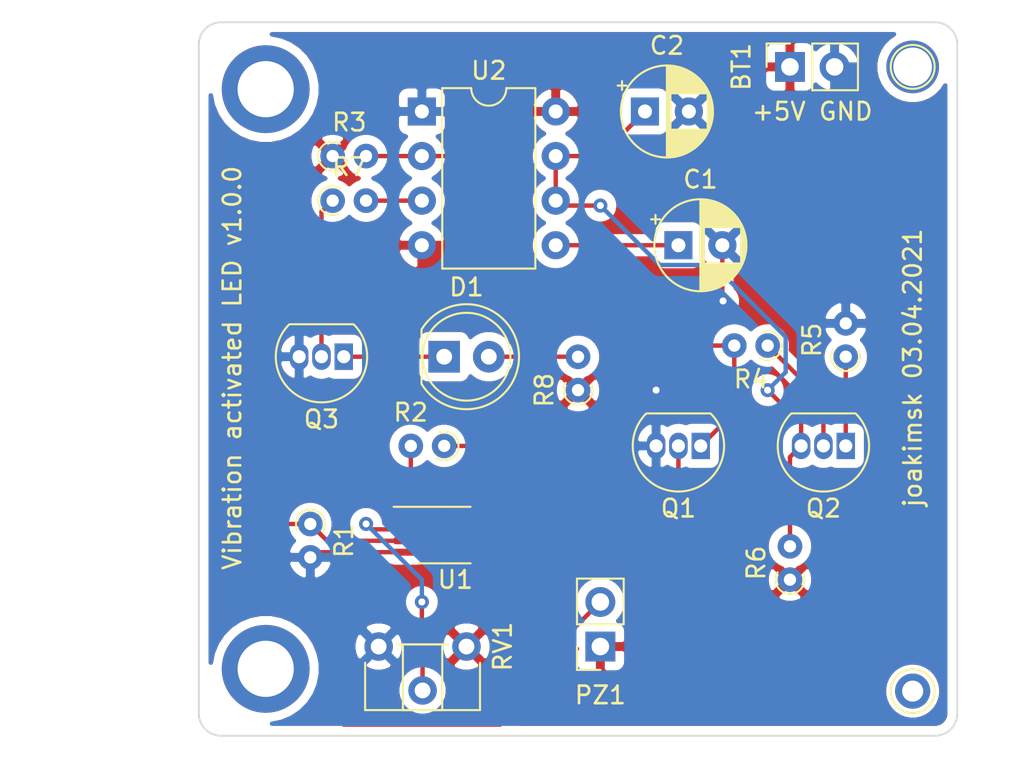
<source format=kicad_pcb>
(kicad_pcb (version 20171130) (host pcbnew "(5.1.9-0-10_14)")

  (general
    (thickness 1.6)
    (drawings 12)
    (tracks 76)
    (zones 0)
    (modules 23)
    (nets 16)
  )

  (page A4)
  (layers
    (0 F.Cu signal)
    (31 B.Cu signal)
    (32 B.Adhes user)
    (33 F.Adhes user)
    (34 B.Paste user hide)
    (35 F.Paste user hide)
    (36 B.SilkS user)
    (37 F.SilkS user)
    (38 B.Mask user)
    (39 F.Mask user)
    (40 Dwgs.User user)
    (41 Cmts.User user)
    (42 Eco1.User user)
    (43 Eco2.User user)
    (44 Edge.Cuts user)
    (45 Margin user)
    (46 B.CrtYd user)
    (47 F.CrtYd user)
    (48 B.Fab user)
    (49 F.Fab user)
  )

  (setup
    (last_trace_width 0.25)
    (trace_clearance 0.2)
    (zone_clearance 0.508)
    (zone_45_only no)
    (trace_min 0.2)
    (via_size 0.8)
    (via_drill 0.4)
    (via_min_size 0.4)
    (via_min_drill 0.3)
    (uvia_size 0.3)
    (uvia_drill 0.1)
    (uvias_allowed no)
    (uvia_min_size 0.2)
    (uvia_min_drill 0.1)
    (edge_width 0.1)
    (segment_width 0.2)
    (pcb_text_width 0.3)
    (pcb_text_size 1.5 1.5)
    (mod_edge_width 0.15)
    (mod_text_size 1 1)
    (mod_text_width 0.15)
    (pad_size 2 2)
    (pad_drill 1.2)
    (pad_to_mask_clearance 0)
    (aux_axis_origin 0 0)
    (visible_elements FFFFFF7F)
    (pcbplotparams
      (layerselection 0x010f0_ffffffff)
      (usegerberextensions false)
      (usegerberattributes true)
      (usegerberadvancedattributes true)
      (creategerberjobfile true)
      (excludeedgelayer true)
      (linewidth 0.100000)
      (plotframeref false)
      (viasonmask false)
      (mode 1)
      (useauxorigin false)
      (hpglpennumber 1)
      (hpglpenspeed 20)
      (hpglpendiameter 15.000000)
      (psnegative false)
      (psa4output false)
      (plotreference true)
      (plotvalue true)
      (plotinvisibletext false)
      (padsonsilk false)
      (subtractmaskfromsilk false)
      (outputformat 1)
      (mirror false)
      (drillshape 0)
      (scaleselection 1)
      (outputdirectory "./plots"))
  )

  (net 0 "")
  (net 1 VCC)
  (net 2 "Net-(C1-Pad1)")
  (net 3 GND)
  (net 4 "Net-(C2-Pad1)")
  (net 5 "Net-(D1-Pad1)")
  (net 6 "Net-(D1-Pad2)")
  (net 7 "Net-(Q1-Pad2)")
  (net 8 "Net-(Q1-Pad1)")
  (net 9 "Net-(Q2-Pad1)")
  (net 10 "Net-(Q2-Pad2)")
  (net 11 "Net-(Q3-Pad2)")
  (net 12 "Net-(PZ1-Pad2)")
  (net 13 "Net-(R2-Pad2)")
  (net 14 "Net-(R7-Pad2)")
  (net 15 "Net-(RV1-Pad2)")

  (net_class Default "This is the default net class."
    (clearance 0.2)
    (trace_width 0.25)
    (via_dia 0.8)
    (via_drill 0.4)
    (uvia_dia 0.3)
    (uvia_drill 0.1)
    (add_net GND)
    (add_net "Net-(C1-Pad1)")
    (add_net "Net-(C2-Pad1)")
    (add_net "Net-(D1-Pad1)")
    (add_net "Net-(D1-Pad2)")
    (add_net "Net-(PZ1-Pad2)")
    (add_net "Net-(Q1-Pad1)")
    (add_net "Net-(Q1-Pad2)")
    (add_net "Net-(Q2-Pad1)")
    (add_net "Net-(Q2-Pad2)")
    (add_net "Net-(Q3-Pad2)")
    (add_net "Net-(R2-Pad2)")
    (add_net "Net-(R7-Pad2)")
    (add_net "Net-(RV1-Pad2)")
    (add_net VCC)
  )

  (module Package_DIP:DIP-8_W7.62mm (layer F.Cu) (tedit 5A02E8C5) (tstamp 606860A2)
    (at -134.62 -1094.74)
    (descr "8-lead though-hole mounted DIP package, row spacing 7.62 mm (300 mils)")
    (tags "THT DIP DIL PDIP 2.54mm 7.62mm 300mil")
    (path /5EA6F7DB)
    (fp_text reference U2 (at 3.81 -2.33) (layer F.SilkS)
      (effects (font (size 1 1) (thickness 0.15)))
    )
    (fp_text value NE555 (at 3.81 9.95) (layer F.Fab)
      (effects (font (size 1 1) (thickness 0.15)))
    )
    (fp_line (start 8.7 -1.55) (end -1.1 -1.55) (layer F.CrtYd) (width 0.05))
    (fp_line (start 8.7 9.15) (end 8.7 -1.55) (layer F.CrtYd) (width 0.05))
    (fp_line (start -1.1 9.15) (end 8.7 9.15) (layer F.CrtYd) (width 0.05))
    (fp_line (start -1.1 -1.55) (end -1.1 9.15) (layer F.CrtYd) (width 0.05))
    (fp_line (start 6.46 -1.33) (end 4.81 -1.33) (layer F.SilkS) (width 0.12))
    (fp_line (start 6.46 8.95) (end 6.46 -1.33) (layer F.SilkS) (width 0.12))
    (fp_line (start 1.16 8.95) (end 6.46 8.95) (layer F.SilkS) (width 0.12))
    (fp_line (start 1.16 -1.33) (end 1.16 8.95) (layer F.SilkS) (width 0.12))
    (fp_line (start 2.81 -1.33) (end 1.16 -1.33) (layer F.SilkS) (width 0.12))
    (fp_line (start 0.635 -0.27) (end 1.635 -1.27) (layer F.Fab) (width 0.1))
    (fp_line (start 0.635 8.89) (end 0.635 -0.27) (layer F.Fab) (width 0.1))
    (fp_line (start 6.985 8.89) (end 0.635 8.89) (layer F.Fab) (width 0.1))
    (fp_line (start 6.985 -1.27) (end 6.985 8.89) (layer F.Fab) (width 0.1))
    (fp_line (start 1.635 -1.27) (end 6.985 -1.27) (layer F.Fab) (width 0.1))
    (fp_arc (start 3.81 -1.33) (end 2.81 -1.33) (angle -180) (layer F.SilkS) (width 0.12))
    (fp_text user %R (at 3.81 3.81) (layer F.Fab)
      (effects (font (size 1 1) (thickness 0.15)))
    )
    (pad 1 thru_hole rect (at 0 0) (size 1.6 1.6) (drill 0.8) (layers *.Cu *.Mask)
      (net 3 GND))
    (pad 5 thru_hole oval (at 7.62 7.62) (size 1.6 1.6) (drill 0.8) (layers *.Cu *.Mask)
      (net 2 "Net-(C1-Pad1)"))
    (pad 2 thru_hole oval (at 0 2.54) (size 1.6 1.6) (drill 0.8) (layers *.Cu *.Mask)
      (net 8 "Net-(Q1-Pad1)"))
    (pad 6 thru_hole oval (at 7.62 5.08) (size 1.6 1.6) (drill 0.8) (layers *.Cu *.Mask)
      (net 4 "Net-(C2-Pad1)"))
    (pad 3 thru_hole oval (at 0 5.08) (size 1.6 1.6) (drill 0.8) (layers *.Cu *.Mask)
      (net 14 "Net-(R7-Pad2)"))
    (pad 7 thru_hole oval (at 7.62 2.54) (size 1.6 1.6) (drill 0.8) (layers *.Cu *.Mask)
      (net 4 "Net-(C2-Pad1)"))
    (pad 4 thru_hole oval (at 0 7.62) (size 1.6 1.6) (drill 0.8) (layers *.Cu *.Mask)
      (net 1 VCC))
    (pad 8 thru_hole oval (at 7.62 0) (size 1.6 1.6) (drill 0.8) (layers *.Cu *.Mask)
      (net 1 VCC))
    (model ${KISYS3DMOD}/Package_DIP.3dshapes/DIP-8_W7.62mm.wrl
      (at (xyz 0 0 0))
      (scale (xyz 1 1 1))
      (rotate (xyz 0 0 0))
    )
  )

  (module Resistor_THT:R_Axial_DIN0204_L3.6mm_D1.6mm_P1.90mm_Vertical (layer F.Cu) (tedit 5AE5139B) (tstamp 60686013)
    (at -114.935 -1081.405 180)
    (descr "Resistor, Axial_DIN0204 series, Axial, Vertical, pin pitch=1.9mm, 0.167W, length*diameter=3.6*1.6mm^2, http://cdn-reichelt.de/documents/datenblatt/B400/1_4W%23YAG.pdf")
    (tags "Resistor Axial_DIN0204 series Axial Vertical pin pitch 1.9mm 0.167W length 3.6mm diameter 1.6mm")
    (path /5EAF9C62)
    (fp_text reference R4 (at 0.95 -1.92) (layer F.SilkS)
      (effects (font (size 1 1) (thickness 0.15)))
    )
    (fp_text value 4k7 (at 0.95 1.92) (layer F.Fab)
      (effects (font (size 1 1) (thickness 0.15)))
    )
    (fp_circle (center 0 0) (end 0.8 0) (layer F.Fab) (width 0.1))
    (fp_line (start 0 0) (end 1.9 0) (layer F.Fab) (width 0.1))
    (fp_line (start -1.05 -1.05) (end -1.05 1.05) (layer F.CrtYd) (width 0.05))
    (fp_line (start -1.05 1.05) (end 2.86 1.05) (layer F.CrtYd) (width 0.05))
    (fp_line (start 2.86 1.05) (end 2.86 -1.05) (layer F.CrtYd) (width 0.05))
    (fp_line (start 2.86 -1.05) (end -1.05 -1.05) (layer F.CrtYd) (width 0.05))
    (fp_text user %R (at 0.95 -1.92) (layer F.Fab)
      (effects (font (size 1 1) (thickness 0.15)))
    )
    (fp_arc (start 0 0) (end 0.417133 -0.7) (angle -233.92106) (layer F.SilkS) (width 0.12))
    (pad 2 thru_hole oval (at 1.9 0 180) (size 1.4 1.4) (drill 0.7) (layers *.Cu *.Mask)
      (net 8 "Net-(Q1-Pad1)"))
    (pad 1 thru_hole circle (at 0 0 180) (size 1.4 1.4) (drill 0.7) (layers *.Cu *.Mask)
      (net 10 "Net-(Q2-Pad2)"))
    (model ${KISYS3DMOD}/Resistor_THT.3dshapes/R_Axial_DIN0204_L3.6mm_D1.6mm_P1.90mm_Vertical.wrl
      (at (xyz 0 0 0))
      (scale (xyz 1 1 1))
      (rotate (xyz 0 0 0))
    )
  )

  (module Resistor_THT:R_Axial_DIN0204_L3.6mm_D1.6mm_P1.90mm_Vertical (layer F.Cu) (tedit 5AE5139B) (tstamp 60686021)
    (at -110.49 -1080.77 90)
    (descr "Resistor, Axial_DIN0204 series, Axial, Vertical, pin pitch=1.9mm, 0.167W, length*diameter=3.6*1.6mm^2, http://cdn-reichelt.de/documents/datenblatt/B400/1_4W%23YAG.pdf")
    (tags "Resistor Axial_DIN0204 series Axial Vertical pin pitch 1.9mm 0.167W length 3.6mm diameter 1.6mm")
    (path /5EAF4D58)
    (fp_text reference R5 (at 0.95 -1.92 90) (layer F.SilkS)
      (effects (font (size 1 1) (thickness 0.15)))
    )
    (fp_text value 260 (at 0.95 1.92 90) (layer F.Fab)
      (effects (font (size 1 1) (thickness 0.15)))
    )
    (fp_line (start 2.86 -1.05) (end -1.05 -1.05) (layer F.CrtYd) (width 0.05))
    (fp_line (start 2.86 1.05) (end 2.86 -1.05) (layer F.CrtYd) (width 0.05))
    (fp_line (start -1.05 1.05) (end 2.86 1.05) (layer F.CrtYd) (width 0.05))
    (fp_line (start -1.05 -1.05) (end -1.05 1.05) (layer F.CrtYd) (width 0.05))
    (fp_line (start 0 0) (end 1.9 0) (layer F.Fab) (width 0.1))
    (fp_circle (center 0 0) (end 0.8 0) (layer F.Fab) (width 0.1))
    (fp_arc (start 0 0) (end 0.417133 -0.7) (angle -233.92106) (layer F.SilkS) (width 0.12))
    (fp_text user %R (at 0.95 -1.92 90) (layer F.Fab)
      (effects (font (size 1 1) (thickness 0.15)))
    )
    (pad 1 thru_hole circle (at 0 0 90) (size 1.4 1.4) (drill 0.7) (layers *.Cu *.Mask)
      (net 9 "Net-(Q2-Pad1)"))
    (pad 2 thru_hole oval (at 1.9 0 90) (size 1.4 1.4) (drill 0.7) (layers *.Cu *.Mask)
      (net 3 GND))
    (model ${KISYS3DMOD}/Resistor_THT.3dshapes/R_Axial_DIN0204_L3.6mm_D1.6mm_P1.90mm_Vertical.wrl
      (at (xyz 0 0 0))
      (scale (xyz 1 1 1))
      (rotate (xyz 0 0 0))
    )
  )

  (module Package_TO_SOT_THT:TO-92_Inline (layer F.Cu) (tedit 5A1DD157) (tstamp 60685FB7)
    (at -118.745 -1075.69 180)
    (descr "TO-92 leads in-line, narrow, oval pads, drill 0.75mm (see NXP sot054_po.pdf)")
    (tags "to-92 sc-43 sc-43a sot54 PA33 transistor")
    (path /5EAEF0FF)
    (fp_text reference Q1 (at 1.27 -3.56) (layer F.SilkS)
      (effects (font (size 1 1) (thickness 0.15)))
    )
    (fp_text value BC548 (at 1.27 2.79) (layer F.Fab)
      (effects (font (size 1 1) (thickness 0.15)))
    )
    (fp_line (start 4 2.01) (end -1.46 2.01) (layer F.CrtYd) (width 0.05))
    (fp_line (start 4 2.01) (end 4 -2.73) (layer F.CrtYd) (width 0.05))
    (fp_line (start -1.46 -2.73) (end -1.46 2.01) (layer F.CrtYd) (width 0.05))
    (fp_line (start -1.46 -2.73) (end 4 -2.73) (layer F.CrtYd) (width 0.05))
    (fp_line (start -0.5 1.75) (end 3 1.75) (layer F.Fab) (width 0.1))
    (fp_line (start -0.53 1.85) (end 3.07 1.85) (layer F.SilkS) (width 0.12))
    (fp_text user %R (at 1.27 0) (layer F.Fab)
      (effects (font (size 1 1) (thickness 0.15)))
    )
    (fp_arc (start 1.27 0) (end 1.27 -2.48) (angle 135) (layer F.Fab) (width 0.1))
    (fp_arc (start 1.27 0) (end 1.27 -2.6) (angle -135) (layer F.SilkS) (width 0.12))
    (fp_arc (start 1.27 0) (end 1.27 -2.48) (angle -135) (layer F.Fab) (width 0.1))
    (fp_arc (start 1.27 0) (end 1.27 -2.6) (angle 135) (layer F.SilkS) (width 0.12))
    (pad 2 thru_hole oval (at 1.27 0 180) (size 1.05 1.5) (drill 0.75) (layers *.Cu *.Mask)
      (net 7 "Net-(Q1-Pad2)"))
    (pad 3 thru_hole oval (at 2.54 0 180) (size 1.05 1.5) (drill 0.75) (layers *.Cu *.Mask)
      (net 3 GND))
    (pad 1 thru_hole rect (at 0 0 180) (size 1.05 1.5) (drill 0.75) (layers *.Cu *.Mask)
      (net 8 "Net-(Q1-Pad1)"))
    (model ${KISYS3DMOD}/Package_TO_SOT_THT.3dshapes/TO-92_Inline.wrl
      (at (xyz 0 0 0))
      (scale (xyz 1 1 1))
      (rotate (xyz 0 0 0))
    )
  )

  (module Connector_Pin:Pin_D1.0mm_L10.0mm (layer F.Cu) (tedit 606851E5) (tstamp 6068CCA3)
    (at -143.51 -1062.99)
    (descr "solder Pin_ diameter 1.0mm, hole diameter 1.0mm (press fit), length 10.0mm")
    (tags "solder Pin_ press fit")
    (fp_text reference REF** (at 0 2.25) (layer F.SilkS) hide
      (effects (font (size 1 1) (thickness 0.15)))
    )
    (fp_text value Pin_D1.0mm_L10.0mm (at 0 -2.05) (layer F.Fab) hide
      (effects (font (size 1 1) (thickness 0.15)))
    )
    (fp_circle (center 0 0) (end 1.5 0) (layer F.CrtYd) (width 0.05))
    (fp_circle (center 0 0) (end 0.5 0) (layer F.Fab) (width 0.12))
    (fp_circle (center 0 0) (end 1 0) (layer F.Fab) (width 0.12))
    (fp_circle (center 0 0) (end 1.25 0.05) (layer F.SilkS) (width 0.12))
    (fp_text user %R (at 0 2.25) (layer F.Fab) hide
      (effects (font (size 1 1) (thickness 0.15)))
    )
    (pad "" thru_hole circle (at 0 0) (size 5 5) (drill 3.2) (layers *.Cu *.Mask))
    (model ${KISYS3DMOD}/Connector_Pin.3dshapes/Pin_D1.0mm_L10.0mm.wrl
      (at (xyz 0 0 0))
      (scale (xyz 1 1 1))
      (rotate (xyz 0 0 0))
    )
  )

  (module Connector_Pin:Pin_D1.0mm_L10.0mm (layer F.Cu) (tedit 6068527B) (tstamp 6068CC5A)
    (at -106.68 -1097.28)
    (descr "solder Pin_ diameter 1.0mm, hole diameter 1.0mm (press fit), length 10.0mm")
    (tags "solder Pin_ press fit")
    (fp_text reference REF** (at 0 2.25) (layer F.SilkS) hide
      (effects (font (size 1 1) (thickness 0.15)))
    )
    (fp_text value Pin_D1.0mm_L10.0mm (at 0 -2.05) (layer F.Fab) hide
      (effects (font (size 1 1) (thickness 0.15)))
    )
    (fp_circle (center 0 0) (end 1.5 0) (layer F.CrtYd) (width 0.05))
    (fp_circle (center 0 0) (end 0.5 0) (layer F.Fab) (width 0.12))
    (fp_circle (center 0 0) (end 1 0) (layer F.Fab) (width 0.12))
    (fp_circle (center 0 0) (end 1.25 0.05) (layer F.SilkS) (width 0.12))
    (fp_text user %R (at 0 2.25) (layer F.Fab) hide
      (effects (font (size 1 1) (thickness 0.15)))
    )
    (pad 1 thru_hole circle (at 0 0) (size 3 3) (drill 2.2) (layers *.Cu *.Mask))
    (model ${KISYS3DMOD}/Connector_Pin.3dshapes/Pin_D1.0mm_L10.0mm.wrl
      (at (xyz 0 0 0))
      (scale (xyz 1 1 1))
      (rotate (xyz 0 0 0))
    )
  )

  (module Connector_Pin:Pin_D1.0mm_L10.0mm (layer F.Cu) (tedit 606852B7) (tstamp 6068CC11)
    (at -106.68 -1061.72)
    (descr "solder Pin_ diameter 1.0mm, hole diameter 1.0mm (press fit), length 10.0mm")
    (tags "solder Pin_ press fit")
    (fp_text reference REF** (at 0 2.25) (layer F.SilkS) hide
      (effects (font (size 1 1) (thickness 0.15)))
    )
    (fp_text value Pin_D1.0mm_L10.0mm (at 0 -2.05) (layer F.Fab) hide
      (effects (font (size 1 1) (thickness 0.15)))
    )
    (fp_circle (center 0 0) (end 1.5 0) (layer F.CrtYd) (width 0.05))
    (fp_circle (center 0 0) (end 0.5 0) (layer F.Fab) (width 0.12))
    (fp_circle (center 0 0) (end 1 0) (layer F.Fab) (width 0.12))
    (fp_circle (center 0 0) (end 1.25 0.05) (layer F.SilkS) (width 0.12))
    (fp_text user %R (at 0 2.25) (layer F.Fab) hide
      (effects (font (size 1 1) (thickness 0.15)))
    )
    (pad "" thru_hole circle (at 0 0) (size 2 2) (drill 1.2) (layers *.Cu *.Mask))
    (model ${KISYS3DMOD}/Connector_Pin.3dshapes/Pin_D1.0mm_L10.0mm.wrl
      (at (xyz 0 0 0))
      (scale (xyz 1 1 1))
      (rotate (xyz 0 0 0))
    )
  )

  (module Connector_Pin:Pin_D1.0mm_L10.0mm (layer F.Cu) (tedit 60685254) (tstamp 6068CBC8)
    (at -143.51 -1096.01)
    (descr "solder Pin_ diameter 1.0mm, hole diameter 1.0mm (press fit), length 10.0mm")
    (tags "solder Pin_ press fit")
    (fp_text reference REF** (at 0 2.25) (layer F.SilkS) hide
      (effects (font (size 1 1) (thickness 0.15)))
    )
    (fp_text value Pin_D1.0mm_L10.0mm (at 0 -2.05) (layer F.Fab) hide
      (effects (font (size 1 1) (thickness 0.15)))
    )
    (fp_circle (center 0 0) (end 1.5 0) (layer F.CrtYd) (width 0.05))
    (fp_circle (center 0 0) (end 0.5 0) (layer F.Fab) (width 0.12))
    (fp_circle (center 0 0) (end 1 0) (layer F.Fab) (width 0.12))
    (fp_circle (center 0 0) (end 1.25 0.05) (layer F.SilkS) (width 0.12))
    (fp_text user %R (at 0 2.25) (layer F.Fab) hide
      (effects (font (size 1 1) (thickness 0.15)))
    )
    (pad "" thru_hole circle (at 0 0) (size 5 5) (drill 3.2) (layers *.Cu *.Mask))
    (model ${KISYS3DMOD}/Connector_Pin.3dshapes/Pin_D1.0mm_L10.0mm.wrl
      (at (xyz 0 0 0))
      (scale (xyz 1 1 1))
      (rotate (xyz 0 0 0))
    )
  )

  (module Package_TO_SOT_THT:TO-92_Inline (layer F.Cu) (tedit 5A1DD157) (tstamp 60685FC9)
    (at -110.49 -1075.69 180)
    (descr "TO-92 leads in-line, narrow, oval pads, drill 0.75mm (see NXP sot054_po.pdf)")
    (tags "to-92 sc-43 sc-43a sot54 PA33 transistor")
    (path /5EAA7B5A)
    (fp_text reference Q2 (at 1.27 -3.56) (layer F.SilkS)
      (effects (font (size 1 1) (thickness 0.15)))
    )
    (fp_text value BC557 (at 1.27 2.79) (layer F.Fab)
      (effects (font (size 1 1) (thickness 0.15)))
    )
    (fp_line (start -0.53 1.85) (end 3.07 1.85) (layer F.SilkS) (width 0.12))
    (fp_line (start -0.5 1.75) (end 3 1.75) (layer F.Fab) (width 0.1))
    (fp_line (start -1.46 -2.73) (end 4 -2.73) (layer F.CrtYd) (width 0.05))
    (fp_line (start -1.46 -2.73) (end -1.46 2.01) (layer F.CrtYd) (width 0.05))
    (fp_line (start 4 2.01) (end 4 -2.73) (layer F.CrtYd) (width 0.05))
    (fp_line (start 4 2.01) (end -1.46 2.01) (layer F.CrtYd) (width 0.05))
    (fp_arc (start 1.27 0) (end 1.27 -2.6) (angle 135) (layer F.SilkS) (width 0.12))
    (fp_arc (start 1.27 0) (end 1.27 -2.48) (angle -135) (layer F.Fab) (width 0.1))
    (fp_arc (start 1.27 0) (end 1.27 -2.6) (angle -135) (layer F.SilkS) (width 0.12))
    (fp_arc (start 1.27 0) (end 1.27 -2.48) (angle 135) (layer F.Fab) (width 0.1))
    (fp_text user %R (at 1.27 0) (layer F.Fab)
      (effects (font (size 1 1) (thickness 0.15)))
    )
    (pad 1 thru_hole rect (at 0 0 180) (size 1.05 1.5) (drill 0.75) (layers *.Cu *.Mask)
      (net 9 "Net-(Q2-Pad1)"))
    (pad 3 thru_hole oval (at 2.54 0 180) (size 1.05 1.5) (drill 0.75) (layers *.Cu *.Mask)
      (net 4 "Net-(C2-Pad1)"))
    (pad 2 thru_hole oval (at 1.27 0 180) (size 1.05 1.5) (drill 0.75) (layers *.Cu *.Mask)
      (net 10 "Net-(Q2-Pad2)"))
    (model ${KISYS3DMOD}/Package_TO_SOT_THT.3dshapes/TO-92_Inline.wrl
      (at (xyz 0 0 0))
      (scale (xyz 1 1 1))
      (rotate (xyz 0 0 0))
    )
  )

  (module Package_TO_SOT_THT:TO-92_Inline (layer F.Cu) (tedit 5A1DD157) (tstamp 60685FDB)
    (at -139.065 -1080.77 180)
    (descr "TO-92 leads in-line, narrow, oval pads, drill 0.75mm (see NXP sot054_po.pdf)")
    (tags "to-92 sc-43 sc-43a sot54 PA33 transistor")
    (path /5EA786BD)
    (fp_text reference Q3 (at 1.27 -3.56) (layer F.SilkS)
      (effects (font (size 1 1) (thickness 0.15)))
    )
    (fp_text value BC548 (at 1.27 2.79) (layer F.Fab)
      (effects (font (size 1 1) (thickness 0.15)))
    )
    (fp_line (start 4 2.01) (end -1.46 2.01) (layer F.CrtYd) (width 0.05))
    (fp_line (start 4 2.01) (end 4 -2.73) (layer F.CrtYd) (width 0.05))
    (fp_line (start -1.46 -2.73) (end -1.46 2.01) (layer F.CrtYd) (width 0.05))
    (fp_line (start -1.46 -2.73) (end 4 -2.73) (layer F.CrtYd) (width 0.05))
    (fp_line (start -0.5 1.75) (end 3 1.75) (layer F.Fab) (width 0.1))
    (fp_line (start -0.53 1.85) (end 3.07 1.85) (layer F.SilkS) (width 0.12))
    (fp_text user %R (at 1.27 0) (layer F.Fab)
      (effects (font (size 1 1) (thickness 0.15)))
    )
    (fp_arc (start 1.27 0) (end 1.27 -2.48) (angle 135) (layer F.Fab) (width 0.1))
    (fp_arc (start 1.27 0) (end 1.27 -2.6) (angle -135) (layer F.SilkS) (width 0.12))
    (fp_arc (start 1.27 0) (end 1.27 -2.48) (angle -135) (layer F.Fab) (width 0.1))
    (fp_arc (start 1.27 0) (end 1.27 -2.6) (angle 135) (layer F.SilkS) (width 0.12))
    (pad 2 thru_hole oval (at 1.27 0 180) (size 1.05 1.5) (drill 0.75) (layers *.Cu *.Mask)
      (net 11 "Net-(Q3-Pad2)"))
    (pad 3 thru_hole oval (at 2.54 0 180) (size 1.05 1.5) (drill 0.75) (layers *.Cu *.Mask)
      (net 3 GND))
    (pad 1 thru_hole rect (at 0 0 180) (size 1.05 1.5) (drill 0.75) (layers *.Cu *.Mask)
      (net 5 "Net-(D1-Pad1)"))
    (model ${KISYS3DMOD}/Package_TO_SOT_THT.3dshapes/TO-92_Inline.wrl
      (at (xyz 0 0 0))
      (scale (xyz 1 1 1))
      (rotate (xyz 0 0 0))
    )
  )

  (module Resistor_THT:R_Axial_DIN0204_L3.6mm_D1.6mm_P1.90mm_Vertical (layer F.Cu) (tedit 5AE5139B) (tstamp 60685FE9)
    (at -140.97 -1071.24 270)
    (descr "Resistor, Axial_DIN0204 series, Axial, Vertical, pin pitch=1.9mm, 0.167W, length*diameter=3.6*1.6mm^2, http://cdn-reichelt.de/documents/datenblatt/B400/1_4W%23YAG.pdf")
    (tags "Resistor Axial_DIN0204 series Axial Vertical pin pitch 1.9mm 0.167W length 3.6mm diameter 1.6mm")
    (path /5EB3ECE0)
    (fp_text reference R1 (at 0.95 -1.92 90) (layer F.SilkS)
      (effects (font (size 1 1) (thickness 0.15)))
    )
    (fp_text value 3.9M (at 0.95 1.92 90) (layer F.Fab)
      (effects (font (size 1 1) (thickness 0.15)))
    )
    (fp_circle (center 0 0) (end 0.8 0) (layer F.Fab) (width 0.1))
    (fp_line (start 0 0) (end 1.9 0) (layer F.Fab) (width 0.1))
    (fp_line (start -1.05 -1.05) (end -1.05 1.05) (layer F.CrtYd) (width 0.05))
    (fp_line (start -1.05 1.05) (end 2.86 1.05) (layer F.CrtYd) (width 0.05))
    (fp_line (start 2.86 1.05) (end 2.86 -1.05) (layer F.CrtYd) (width 0.05))
    (fp_line (start 2.86 -1.05) (end -1.05 -1.05) (layer F.CrtYd) (width 0.05))
    (fp_text user %R (at 0.95 -1.92 90) (layer F.Fab)
      (effects (font (size 1 1) (thickness 0.15)))
    )
    (fp_arc (start 0 0) (end 0.417133 -0.7) (angle -233.92106) (layer F.SilkS) (width 0.12))
    (pad 2 thru_hole oval (at 1.9 0 270) (size 1.4 1.4) (drill 0.7) (layers *.Cu *.Mask)
      (net 3 GND))
    (pad 1 thru_hole circle (at 0 0 270) (size 1.4 1.4) (drill 0.7) (layers *.Cu *.Mask)
      (net 12 "Net-(PZ1-Pad2)"))
    (model ${KISYS3DMOD}/Resistor_THT.3dshapes/R_Axial_DIN0204_L3.6mm_D1.6mm_P1.90mm_Vertical.wrl
      (at (xyz 0 0 0))
      (scale (xyz 1 1 1))
      (rotate (xyz 0 0 0))
    )
  )

  (module Resistor_THT:R_Axial_DIN0204_L3.6mm_D1.6mm_P1.90mm_Vertical (layer F.Cu) (tedit 5AE5139B) (tstamp 60685FF7)
    (at -133.35 -1075.69 180)
    (descr "Resistor, Axial_DIN0204 series, Axial, Vertical, pin pitch=1.9mm, 0.167W, length*diameter=3.6*1.6mm^2, http://cdn-reichelt.de/documents/datenblatt/B400/1_4W%23YAG.pdf")
    (tags "Resistor Axial_DIN0204 series Axial Vertical pin pitch 1.9mm 0.167W length 3.6mm diameter 1.6mm")
    (path /5EAC7066)
    (fp_text reference R2 (at 1.905 1.905) (layer F.SilkS)
      (effects (font (size 1 1) (thickness 0.15)))
    )
    (fp_text value 820 (at 0.95 1.92) (layer F.Fab)
      (effects (font (size 1 1) (thickness 0.15)))
    )
    (fp_line (start 2.86 -1.05) (end -1.05 -1.05) (layer F.CrtYd) (width 0.05))
    (fp_line (start 2.86 1.05) (end 2.86 -1.05) (layer F.CrtYd) (width 0.05))
    (fp_line (start -1.05 1.05) (end 2.86 1.05) (layer F.CrtYd) (width 0.05))
    (fp_line (start -1.05 -1.05) (end -1.05 1.05) (layer F.CrtYd) (width 0.05))
    (fp_line (start 0 0) (end 1.9 0) (layer F.Fab) (width 0.1))
    (fp_circle (center 0 0) (end 0.8 0) (layer F.Fab) (width 0.1))
    (fp_arc (start 0 0) (end 0.417133 -0.7) (angle -233.92106) (layer F.SilkS) (width 0.12))
    (fp_text user %R (at 0.95 -1.92) (layer F.Fab)
      (effects (font (size 1 1) (thickness 0.15)))
    )
    (pad 1 thru_hole circle (at 0 0 180) (size 1.4 1.4) (drill 0.7) (layers *.Cu *.Mask)
      (net 7 "Net-(Q1-Pad2)"))
    (pad 2 thru_hole oval (at 1.9 0 180) (size 1.4 1.4) (drill 0.7) (layers *.Cu *.Mask)
      (net 13 "Net-(R2-Pad2)"))
    (model ${KISYS3DMOD}/Resistor_THT.3dshapes/R_Axial_DIN0204_L3.6mm_D1.6mm_P1.90mm_Vertical.wrl
      (at (xyz 0 0 0))
      (scale (xyz 1 1 1))
      (rotate (xyz 0 0 0))
    )
  )

  (module Resistor_THT:R_Axial_DIN0204_L3.6mm_D1.6mm_P1.90mm_Vertical (layer F.Cu) (tedit 5AE5139B) (tstamp 60686005)
    (at -139.7 -1092.2)
    (descr "Resistor, Axial_DIN0204 series, Axial, Vertical, pin pitch=1.9mm, 0.167W, length*diameter=3.6*1.6mm^2, http://cdn-reichelt.de/documents/datenblatt/B400/1_4W%23YAG.pdf")
    (tags "Resistor Axial_DIN0204 series Axial Vertical pin pitch 1.9mm 0.167W length 3.6mm diameter 1.6mm")
    (path /5EA9A08B)
    (fp_text reference R3 (at 0.95 -1.92) (layer F.SilkS)
      (effects (font (size 1 1) (thickness 0.15)))
    )
    (fp_text value 180k (at 0.95 1.92) (layer F.Fab)
      (effects (font (size 1 1) (thickness 0.15)))
    )
    (fp_circle (center 0 0) (end 0.8 0) (layer F.Fab) (width 0.1))
    (fp_line (start 0 0) (end 1.9 0) (layer F.Fab) (width 0.1))
    (fp_line (start -1.05 -1.05) (end -1.05 1.05) (layer F.CrtYd) (width 0.05))
    (fp_line (start -1.05 1.05) (end 2.86 1.05) (layer F.CrtYd) (width 0.05))
    (fp_line (start 2.86 1.05) (end 2.86 -1.05) (layer F.CrtYd) (width 0.05))
    (fp_line (start 2.86 -1.05) (end -1.05 -1.05) (layer F.CrtYd) (width 0.05))
    (fp_text user %R (at 0.95 -1.92) (layer F.Fab)
      (effects (font (size 1 1) (thickness 0.15)))
    )
    (fp_arc (start 0 0) (end 0.417133 -0.7) (angle -233.92106) (layer F.SilkS) (width 0.12))
    (pad 2 thru_hole oval (at 1.9 0) (size 1.4 1.4) (drill 0.7) (layers *.Cu *.Mask)
      (net 8 "Net-(Q1-Pad1)"))
    (pad 1 thru_hole circle (at 0 0) (size 1.4 1.4) (drill 0.7) (layers *.Cu *.Mask)
      (net 1 VCC))
    (model ${KISYS3DMOD}/Resistor_THT.3dshapes/R_Axial_DIN0204_L3.6mm_D1.6mm_P1.90mm_Vertical.wrl
      (at (xyz 0 0 0))
      (scale (xyz 1 1 1))
      (rotate (xyz 0 0 0))
    )
  )

  (module Resistor_THT:R_Axial_DIN0204_L3.6mm_D1.6mm_P1.90mm_Vertical (layer F.Cu) (tedit 5AE5139B) (tstamp 6068602F)
    (at -113.665 -1068.07 90)
    (descr "Resistor, Axial_DIN0204 series, Axial, Vertical, pin pitch=1.9mm, 0.167W, length*diameter=3.6*1.6mm^2, http://cdn-reichelt.de/documents/datenblatt/B400/1_4W%23YAG.pdf")
    (tags "Resistor Axial_DIN0204 series Axial Vertical pin pitch 1.9mm 0.167W length 3.6mm diameter 1.6mm")
    (path /5EA7FCDD)
    (fp_text reference R6 (at 0.95 -1.92 90) (layer F.SilkS)
      (effects (font (size 1 1) (thickness 0.15)))
    )
    (fp_text value 580k (at 0.95 1.92 90) (layer F.Fab)
      (effects (font (size 1 1) (thickness 0.15)))
    )
    (fp_line (start 2.86 -1.05) (end -1.05 -1.05) (layer F.CrtYd) (width 0.05))
    (fp_line (start 2.86 1.05) (end 2.86 -1.05) (layer F.CrtYd) (width 0.05))
    (fp_line (start -1.05 1.05) (end 2.86 1.05) (layer F.CrtYd) (width 0.05))
    (fp_line (start -1.05 -1.05) (end -1.05 1.05) (layer F.CrtYd) (width 0.05))
    (fp_line (start 0 0) (end 1.9 0) (layer F.Fab) (width 0.1))
    (fp_circle (center 0 0) (end 0.8 0) (layer F.Fab) (width 0.1))
    (fp_arc (start 0 0) (end 0.417133 -0.7) (angle -233.92106) (layer F.SilkS) (width 0.12))
    (fp_text user %R (at 0.95 -1.92 90) (layer F.Fab)
      (effects (font (size 1 1) (thickness 0.15)))
    )
    (pad 1 thru_hole circle (at 0 0 90) (size 1.4 1.4) (drill 0.7) (layers *.Cu *.Mask)
      (net 1 VCC))
    (pad 2 thru_hole oval (at 1.9 0 90) (size 1.4 1.4) (drill 0.7) (layers *.Cu *.Mask)
      (net 4 "Net-(C2-Pad1)"))
    (model ${KISYS3DMOD}/Resistor_THT.3dshapes/R_Axial_DIN0204_L3.6mm_D1.6mm_P1.90mm_Vertical.wrl
      (at (xyz 0 0 0))
      (scale (xyz 1 1 1))
      (rotate (xyz 0 0 0))
    )
  )

  (module Resistor_THT:R_Axial_DIN0204_L3.6mm_D1.6mm_P1.90mm_Vertical (layer F.Cu) (tedit 5AE5139B) (tstamp 6068603D)
    (at -139.7 -1089.66)
    (descr "Resistor, Axial_DIN0204 series, Axial, Vertical, pin pitch=1.9mm, 0.167W, length*diameter=3.6*1.6mm^2, http://cdn-reichelt.de/documents/datenblatt/B400/1_4W%23YAG.pdf")
    (tags "Resistor Axial_DIN0204 series Axial Vertical pin pitch 1.9mm 0.167W length 3.6mm diameter 1.6mm")
    (path /5EA8E651)
    (fp_text reference R7 (at 0.95 -1.92) (layer F.SilkS)
      (effects (font (size 1 1) (thickness 0.15)))
    )
    (fp_text value 820 (at 0.95 1.92) (layer F.Fab)
      (effects (font (size 1 1) (thickness 0.15)))
    )
    (fp_circle (center 0 0) (end 0.8 0) (layer F.Fab) (width 0.1))
    (fp_line (start 0 0) (end 1.9 0) (layer F.Fab) (width 0.1))
    (fp_line (start -1.05 -1.05) (end -1.05 1.05) (layer F.CrtYd) (width 0.05))
    (fp_line (start -1.05 1.05) (end 2.86 1.05) (layer F.CrtYd) (width 0.05))
    (fp_line (start 2.86 1.05) (end 2.86 -1.05) (layer F.CrtYd) (width 0.05))
    (fp_line (start 2.86 -1.05) (end -1.05 -1.05) (layer F.CrtYd) (width 0.05))
    (fp_text user %R (at 0.95 -1.92) (layer F.Fab)
      (effects (font (size 1 1) (thickness 0.15)))
    )
    (fp_arc (start 0 0) (end 0.417133 -0.7) (angle -233.92106) (layer F.SilkS) (width 0.12))
    (pad 2 thru_hole oval (at 1.9 0) (size 1.4 1.4) (drill 0.7) (layers *.Cu *.Mask)
      (net 14 "Net-(R7-Pad2)"))
    (pad 1 thru_hole circle (at 0 0) (size 1.4 1.4) (drill 0.7) (layers *.Cu *.Mask)
      (net 11 "Net-(Q3-Pad2)"))
    (model ${KISYS3DMOD}/Resistor_THT.3dshapes/R_Axial_DIN0204_L3.6mm_D1.6mm_P1.90mm_Vertical.wrl
      (at (xyz 0 0 0))
      (scale (xyz 1 1 1))
      (rotate (xyz 0 0 0))
    )
  )

  (module Resistor_THT:R_Axial_DIN0204_L3.6mm_D1.6mm_P1.90mm_Vertical (layer F.Cu) (tedit 5AE5139B) (tstamp 6068604B)
    (at -125.73 -1078.865 90)
    (descr "Resistor, Axial_DIN0204 series, Axial, Vertical, pin pitch=1.9mm, 0.167W, length*diameter=3.6*1.6mm^2, http://cdn-reichelt.de/documents/datenblatt/B400/1_4W%23YAG.pdf")
    (tags "Resistor Axial_DIN0204 series Axial Vertical pin pitch 1.9mm 0.167W length 3.6mm diameter 1.6mm")
    (path /5EA93E33)
    (fp_text reference R8 (at 0 -1.92 90) (layer F.SilkS)
      (effects (font (size 1 1) (thickness 0.15)))
    )
    (fp_text value 330 (at 0.95 1.92 90) (layer F.Fab)
      (effects (font (size 1 1) (thickness 0.15)))
    )
    (fp_line (start 2.86 -1.05) (end -1.05 -1.05) (layer F.CrtYd) (width 0.05))
    (fp_line (start 2.86 1.05) (end 2.86 -1.05) (layer F.CrtYd) (width 0.05))
    (fp_line (start -1.05 1.05) (end 2.86 1.05) (layer F.CrtYd) (width 0.05))
    (fp_line (start -1.05 -1.05) (end -1.05 1.05) (layer F.CrtYd) (width 0.05))
    (fp_line (start 0 0) (end 1.9 0) (layer F.Fab) (width 0.1))
    (fp_circle (center 0 0) (end 0.8 0) (layer F.Fab) (width 0.1))
    (fp_arc (start 0 0) (end 0.417133 -0.7) (angle -233.92106) (layer F.SilkS) (width 0.12))
    (fp_text user %R (at 0.95 -1.92 90) (layer F.Fab)
      (effects (font (size 1 1) (thickness 0.15)))
    )
    (pad 1 thru_hole circle (at 0 0 90) (size 1.4 1.4) (drill 0.7) (layers *.Cu *.Mask)
      (net 1 VCC))
    (pad 2 thru_hole oval (at 1.9 0 90) (size 1.4 1.4) (drill 0.7) (layers *.Cu *.Mask)
      (net 6 "Net-(D1-Pad2)"))
    (model ${KISYS3DMOD}/Resistor_THT.3dshapes/R_Axial_DIN0204_L3.6mm_D1.6mm_P1.90mm_Vertical.wrl
      (at (xyz 0 0 0))
      (scale (xyz 1 1 1))
      (rotate (xyz 0 0 0))
    )
  )

  (module Potentiometer_THT:Potentiometer_ACP_CA6-H2,5_Horizontal (layer F.Cu) (tedit 5A3D4994) (tstamp 60686067)
    (at -132.08 -1064.26 270)
    (descr "Potentiometer, horizontal, ACP CA6-H2,5, http://www.acptechnologies.com/wp-content/uploads/2017/06/01-ACP-CA6.pdf")
    (tags "Potentiometer horizontal ACP CA6-H2,5")
    (path /5EB3790F)
    (fp_text reference RV1 (at 0 -2.06 90) (layer F.SilkS)
      (effects (font (size 1 1) (thickness 0.15)))
    )
    (fp_text value 1M (at 0 7.06 90) (layer F.Fab)
      (effects (font (size 1 1) (thickness 0.15)))
    )
    (fp_line (start 3.75 -1.1) (end -1.1 -1.1) (layer F.CrtYd) (width 0.05))
    (fp_line (start 3.75 6.1) (end 3.75 -1.1) (layer F.CrtYd) (width 0.05))
    (fp_line (start -1.1 6.1) (end 3.75 6.1) (layer F.CrtYd) (width 0.05))
    (fp_line (start -1.1 -1.1) (end -1.1 6.1) (layer F.CrtYd) (width 0.05))
    (fp_line (start 3.62 1.38) (end 3.62 3.62) (layer F.SilkS) (width 0.12))
    (fp_line (start -0.121 1.38) (end -0.121 3.62) (layer F.SilkS) (width 0.12))
    (fp_line (start -0.121 3.62) (end 3.62 3.62) (layer F.SilkS) (width 0.12))
    (fp_line (start -0.121 1.38) (end 3.62 1.38) (layer F.SilkS) (width 0.12))
    (fp_line (start -0.121 1.066) (end -0.121 3.935) (layer F.SilkS) (width 0.12))
    (fp_line (start 3.62 -0.77) (end 3.62 5.77) (layer F.SilkS) (width 0.12))
    (fp_line (start 0.925 5.77) (end 3.62 5.77) (layer F.SilkS) (width 0.12))
    (fp_line (start 0.925 -0.77) (end 3.62 -0.77) (layer F.SilkS) (width 0.12))
    (fp_line (start 3.5 1.5) (end 0 1.5) (layer F.Fab) (width 0.1))
    (fp_line (start 3.5 3.5) (end 3.5 1.5) (layer F.Fab) (width 0.1))
    (fp_line (start 0 3.5) (end 3.5 3.5) (layer F.Fab) (width 0.1))
    (fp_line (start 0 1.5) (end 0 3.5) (layer F.Fab) (width 0.1))
    (fp_line (start 0 -0.65) (end 3.5 -0.65) (layer F.Fab) (width 0.1))
    (fp_line (start 0 5.65) (end 0 -0.65) (layer F.Fab) (width 0.1))
    (fp_line (start 3.5 5.65) (end 0 5.65) (layer F.Fab) (width 0.1))
    (fp_line (start 3.5 -0.65) (end 3.5 5.65) (layer F.Fab) (width 0.1))
    (fp_text user %R (at 1.75 2.5 90) (layer F.Fab)
      (effects (font (size 0.78 0.78) (thickness 0.15)))
    )
    (pad 3 thru_hole circle (at 0 5 270) (size 1.62 1.62) (drill 0.9) (layers *.Cu *.Mask)
      (net 3 GND))
    (pad 2 thru_hole circle (at 2.5 2.5 270) (size 1.62 1.62) (drill 0.9) (layers *.Cu *.Mask)
      (net 15 "Net-(RV1-Pad2)"))
    (pad 1 thru_hole circle (at 0 0 270) (size 1.62 1.62) (drill 0.9) (layers *.Cu *.Mask)
      (net 1 VCC))
    (model ${KISYS3DMOD}/Potentiometer_THT.3dshapes/Potentiometer_ACP_CA6-H2,5_Horizontal.wrl
      (at (xyz 0 0 0))
      (scale (xyz 1 1 1))
      (rotate (xyz 0 0 0))
    )
  )

  (module Package_SO:MSOP-8-1EP_3x3mm_P0.65mm_EP1.68x1.88mm (layer F.Cu) (tedit 5DC5FE75) (tstamp 60686086)
    (at -133.35 -1070.61)
    (descr "MSOP, 8 Pin (https://www.analog.com/media/en/technical-documentation/data-sheets/4440fb.pdf#page=13), generated with kicad-footprint-generator ipc_gullwing_generator.py")
    (tags "MSOP SO")
    (path /5EB93AD2)
    (attr smd)
    (fp_text reference U1 (at 0.635 2.54) (layer F.SilkS)
      (effects (font (size 1 1) (thickness 0.15)))
    )
    (fp_text value LM386 (at 0 2.45) (layer F.Fab)
      (effects (font (size 1 1) (thickness 0.15)))
    )
    (fp_line (start 3.12 -1.75) (end -3.12 -1.75) (layer F.CrtYd) (width 0.05))
    (fp_line (start 3.12 1.75) (end 3.12 -1.75) (layer F.CrtYd) (width 0.05))
    (fp_line (start -3.12 1.75) (end 3.12 1.75) (layer F.CrtYd) (width 0.05))
    (fp_line (start -3.12 -1.75) (end -3.12 1.75) (layer F.CrtYd) (width 0.05))
    (fp_line (start -1.5 -0.75) (end -0.75 -1.5) (layer F.Fab) (width 0.1))
    (fp_line (start -1.5 1.5) (end -1.5 -0.75) (layer F.Fab) (width 0.1))
    (fp_line (start 1.5 1.5) (end -1.5 1.5) (layer F.Fab) (width 0.1))
    (fp_line (start 1.5 -1.5) (end 1.5 1.5) (layer F.Fab) (width 0.1))
    (fp_line (start -0.75 -1.5) (end 1.5 -1.5) (layer F.Fab) (width 0.1))
    (fp_line (start 0 -1.61) (end -2.875 -1.61) (layer F.SilkS) (width 0.12))
    (fp_line (start 0 -1.61) (end 1.5 -1.61) (layer F.SilkS) (width 0.12))
    (fp_line (start 0 1.61) (end -1.5 1.61) (layer F.SilkS) (width 0.12))
    (fp_line (start 0 1.61) (end 1.5 1.61) (layer F.SilkS) (width 0.12))
    (fp_text user %R (at 0 0) (layer F.Fab)
      (effects (font (size 0.75 0.75) (thickness 0.11)))
    )
    (pad 1 smd roundrect (at -2.15 -0.975) (size 1.45 0.4) (layers F.Cu F.Paste F.Mask) (roundrect_rratio 0.25)
      (net 13 "Net-(R2-Pad2)"))
    (pad 2 smd roundrect (at -2.15 -0.325) (size 1.45 0.4) (layers F.Cu F.Paste F.Mask) (roundrect_rratio 0.25)
      (net 15 "Net-(RV1-Pad2)"))
    (pad 3 smd roundrect (at -2.15 0.325) (size 1.45 0.4) (layers F.Cu F.Paste F.Mask) (roundrect_rratio 0.25)
      (net 12 "Net-(PZ1-Pad2)"))
    (pad 4 smd roundrect (at -2.15 0.975) (size 1.45 0.4) (layers F.Cu F.Paste F.Mask) (roundrect_rratio 0.25)
      (net 3 GND))
    (pad 5 smd roundrect (at 2.15 0.975) (size 1.45 0.4) (layers F.Cu F.Paste F.Mask) (roundrect_rratio 0.25))
    (pad 6 smd roundrect (at 2.15 0.325) (size 1.45 0.4) (layers F.Cu F.Paste F.Mask) (roundrect_rratio 0.25))
    (pad 7 smd roundrect (at 2.15 -0.325) (size 1.45 0.4) (layers F.Cu F.Paste F.Mask) (roundrect_rratio 0.25))
    (pad 8 smd roundrect (at 2.15 -0.975) (size 1.45 0.4) (layers F.Cu F.Paste F.Mask) (roundrect_rratio 0.25)
      (net 1 VCC))
    (pad 9 smd rect (at 0 0) (size 1.68 1.88) (layers F.Cu F.Mask))
    (pad "" smd roundrect (at -0.42 -0.47) (size 0.68 0.76) (layers F.Paste) (roundrect_rratio 0.25))
    (pad "" smd roundrect (at -0.42 0.47) (size 0.68 0.76) (layers F.Paste) (roundrect_rratio 0.25))
    (pad "" smd roundrect (at 0.42 -0.47) (size 0.68 0.76) (layers F.Paste) (roundrect_rratio 0.25))
    (pad "" smd roundrect (at 0.42 0.47) (size 0.68 0.76) (layers F.Paste) (roundrect_rratio 0.25))
    (model ${KISYS3DMOD}/Package_SO.3dshapes/MSOP-8-1EP_3x3mm_P0.65mm_EP1.68x1.88mm.wrl
      (at (xyz 0 0 0))
      (scale (xyz 1 1 1))
      (rotate (xyz 0 0 0))
    )
  )

  (module Connector_PinSocket_2.54mm:PinSocket_1x02_P2.54mm_Vertical (layer F.Cu) (tedit 5A19A420) (tstamp 6068B9AB)
    (at -113.665 -1097.28 90)
    (descr "Through hole straight socket strip, 1x02, 2.54mm pitch, single row (from Kicad 4.0.7), script generated")
    (tags "Through hole socket strip THT 1x02 2.54mm single row")
    (path /5EA70844)
    (fp_text reference BT1 (at 0 -2.77 90) (layer F.SilkS)
      (effects (font (size 1 1) (thickness 0.15)))
    )
    (fp_text value 5v (at 0 5.31 90) (layer F.Fab)
      (effects (font (size 1 1) (thickness 0.15)))
    )
    (fp_line (start -1.27 -1.27) (end 0.635 -1.27) (layer F.Fab) (width 0.1))
    (fp_line (start 0.635 -1.27) (end 1.27 -0.635) (layer F.Fab) (width 0.1))
    (fp_line (start 1.27 -0.635) (end 1.27 3.81) (layer F.Fab) (width 0.1))
    (fp_line (start 1.27 3.81) (end -1.27 3.81) (layer F.Fab) (width 0.1))
    (fp_line (start -1.27 3.81) (end -1.27 -1.27) (layer F.Fab) (width 0.1))
    (fp_line (start -1.33 1.27) (end 1.33 1.27) (layer F.SilkS) (width 0.12))
    (fp_line (start -1.33 1.27) (end -1.33 3.87) (layer F.SilkS) (width 0.12))
    (fp_line (start -1.33 3.87) (end 1.33 3.87) (layer F.SilkS) (width 0.12))
    (fp_line (start 1.33 1.27) (end 1.33 3.87) (layer F.SilkS) (width 0.12))
    (fp_line (start 1.33 -1.33) (end 1.33 0) (layer F.SilkS) (width 0.12))
    (fp_line (start 0 -1.33) (end 1.33 -1.33) (layer F.SilkS) (width 0.12))
    (fp_line (start -1.8 -1.8) (end 1.75 -1.8) (layer F.CrtYd) (width 0.05))
    (fp_line (start 1.75 -1.8) (end 1.75 4.3) (layer F.CrtYd) (width 0.05))
    (fp_line (start 1.75 4.3) (end -1.8 4.3) (layer F.CrtYd) (width 0.05))
    (fp_line (start -1.8 4.3) (end -1.8 -1.8) (layer F.CrtYd) (width 0.05))
    (fp_text user %R (at 0 1.27) (layer F.Fab)
      (effects (font (size 1 1) (thickness 0.15)))
    )
    (pad 1 thru_hole rect (at 0 0 90) (size 1.7 1.7) (drill 1) (layers *.Cu *.Mask)
      (net 1 VCC))
    (pad 2 thru_hole oval (at 0 2.54 90) (size 1.7 1.7) (drill 1) (layers *.Cu *.Mask)
      (net 3 GND))
    (model ${KISYS3DMOD}/Connector_PinSocket_2.54mm.3dshapes/PinSocket_1x02_P2.54mm_Vertical.wrl
      (at (xyz 0 0 0))
      (scale (xyz 1 1 1))
      (rotate (xyz 0 0 0))
    )
  )

  (module Connector_PinSocket_2.54mm:PinSocket_1x02_P2.54mm_Vertical (layer F.Cu) (tedit 5A19A420) (tstamp 6068B9C0)
    (at -124.46 -1064.26 180)
    (descr "Through hole straight socket strip, 1x02, 2.54mm pitch, single row (from Kicad 4.0.7), script generated")
    (tags "Through hole socket strip THT 1x02 2.54mm single row")
    (path /5EB39984)
    (fp_text reference PZ1 (at 0 -2.77) (layer F.SilkS)
      (effects (font (size 1 1) (thickness 0.15)))
    )
    (fp_text value PIEZO (at 0 5.31) (layer F.Fab)
      (effects (font (size 1 1) (thickness 0.15)))
    )
    (fp_line (start -1.8 4.3) (end -1.8 -1.8) (layer F.CrtYd) (width 0.05))
    (fp_line (start 1.75 4.3) (end -1.8 4.3) (layer F.CrtYd) (width 0.05))
    (fp_line (start 1.75 -1.8) (end 1.75 4.3) (layer F.CrtYd) (width 0.05))
    (fp_line (start -1.8 -1.8) (end 1.75 -1.8) (layer F.CrtYd) (width 0.05))
    (fp_line (start 0 -1.33) (end 1.33 -1.33) (layer F.SilkS) (width 0.12))
    (fp_line (start 1.33 -1.33) (end 1.33 0) (layer F.SilkS) (width 0.12))
    (fp_line (start 1.33 1.27) (end 1.33 3.87) (layer F.SilkS) (width 0.12))
    (fp_line (start -1.33 3.87) (end 1.33 3.87) (layer F.SilkS) (width 0.12))
    (fp_line (start -1.33 1.27) (end -1.33 3.87) (layer F.SilkS) (width 0.12))
    (fp_line (start -1.33 1.27) (end 1.33 1.27) (layer F.SilkS) (width 0.12))
    (fp_line (start -1.27 3.81) (end -1.27 -1.27) (layer F.Fab) (width 0.1))
    (fp_line (start 1.27 3.81) (end -1.27 3.81) (layer F.Fab) (width 0.1))
    (fp_line (start 1.27 -0.635) (end 1.27 3.81) (layer F.Fab) (width 0.1))
    (fp_line (start 0.635 -1.27) (end 1.27 -0.635) (layer F.Fab) (width 0.1))
    (fp_line (start -1.27 -1.27) (end 0.635 -1.27) (layer F.Fab) (width 0.1))
    (fp_text user %R (at 0 1.27 90) (layer F.Fab)
      (effects (font (size 1 1) (thickness 0.15)))
    )
    (pad 2 thru_hole oval (at 0 2.54 180) (size 1.7 1.7) (drill 1) (layers *.Cu *.Mask)
      (net 12 "Net-(PZ1-Pad2)"))
    (pad 1 thru_hole rect (at 0 0 180) (size 1.7 1.7) (drill 1) (layers *.Cu *.Mask)
      (net 1 VCC))
    (model ${KISYS3DMOD}/Connector_PinSocket_2.54mm.3dshapes/PinSocket_1x02_P2.54mm_Vertical.wrl
      (at (xyz 0 0 0))
      (scale (xyz 1 1 1))
      (rotate (xyz 0 0 0))
    )
  )

  (module Capacitor_THT:CP_Radial_D5.0mm_P2.50mm (layer F.Cu) (tedit 5AE50EF0) (tstamp 6068BF4E)
    (at -120.015 -1087.12)
    (descr "CP, Radial series, Radial, pin pitch=2.50mm, , diameter=5mm, Electrolytic Capacitor")
    (tags "CP Radial series Radial pin pitch 2.50mm  diameter 5mm Electrolytic Capacitor")
    (path /5EA868EB)
    (fp_text reference C1 (at 1.25 -3.75) (layer F.SilkS)
      (effects (font (size 1 1) (thickness 0.15)))
    )
    (fp_text value 0.01uF (at 1.25 3.75) (layer F.Fab)
      (effects (font (size 1 1) (thickness 0.15)))
    )
    (fp_line (start -1.304775 -1.725) (end -1.304775 -1.225) (layer F.SilkS) (width 0.12))
    (fp_line (start -1.554775 -1.475) (end -1.054775 -1.475) (layer F.SilkS) (width 0.12))
    (fp_line (start 3.851 -0.284) (end 3.851 0.284) (layer F.SilkS) (width 0.12))
    (fp_line (start 3.811 -0.518) (end 3.811 0.518) (layer F.SilkS) (width 0.12))
    (fp_line (start 3.771 -0.677) (end 3.771 0.677) (layer F.SilkS) (width 0.12))
    (fp_line (start 3.731 -0.805) (end 3.731 0.805) (layer F.SilkS) (width 0.12))
    (fp_line (start 3.691 -0.915) (end 3.691 0.915) (layer F.SilkS) (width 0.12))
    (fp_line (start 3.651 -1.011) (end 3.651 1.011) (layer F.SilkS) (width 0.12))
    (fp_line (start 3.611 -1.098) (end 3.611 1.098) (layer F.SilkS) (width 0.12))
    (fp_line (start 3.571 -1.178) (end 3.571 1.178) (layer F.SilkS) (width 0.12))
    (fp_line (start 3.531 1.04) (end 3.531 1.251) (layer F.SilkS) (width 0.12))
    (fp_line (start 3.531 -1.251) (end 3.531 -1.04) (layer F.SilkS) (width 0.12))
    (fp_line (start 3.491 1.04) (end 3.491 1.319) (layer F.SilkS) (width 0.12))
    (fp_line (start 3.491 -1.319) (end 3.491 -1.04) (layer F.SilkS) (width 0.12))
    (fp_line (start 3.451 1.04) (end 3.451 1.383) (layer F.SilkS) (width 0.12))
    (fp_line (start 3.451 -1.383) (end 3.451 -1.04) (layer F.SilkS) (width 0.12))
    (fp_line (start 3.411 1.04) (end 3.411 1.443) (layer F.SilkS) (width 0.12))
    (fp_line (start 3.411 -1.443) (end 3.411 -1.04) (layer F.SilkS) (width 0.12))
    (fp_line (start 3.371 1.04) (end 3.371 1.5) (layer F.SilkS) (width 0.12))
    (fp_line (start 3.371 -1.5) (end 3.371 -1.04) (layer F.SilkS) (width 0.12))
    (fp_line (start 3.331 1.04) (end 3.331 1.554) (layer F.SilkS) (width 0.12))
    (fp_line (start 3.331 -1.554) (end 3.331 -1.04) (layer F.SilkS) (width 0.12))
    (fp_line (start 3.291 1.04) (end 3.291 1.605) (layer F.SilkS) (width 0.12))
    (fp_line (start 3.291 -1.605) (end 3.291 -1.04) (layer F.SilkS) (width 0.12))
    (fp_line (start 3.251 1.04) (end 3.251 1.653) (layer F.SilkS) (width 0.12))
    (fp_line (start 3.251 -1.653) (end 3.251 -1.04) (layer F.SilkS) (width 0.12))
    (fp_line (start 3.211 1.04) (end 3.211 1.699) (layer F.SilkS) (width 0.12))
    (fp_line (start 3.211 -1.699) (end 3.211 -1.04) (layer F.SilkS) (width 0.12))
    (fp_line (start 3.171 1.04) (end 3.171 1.743) (layer F.SilkS) (width 0.12))
    (fp_line (start 3.171 -1.743) (end 3.171 -1.04) (layer F.SilkS) (width 0.12))
    (fp_line (start 3.131 1.04) (end 3.131 1.785) (layer F.SilkS) (width 0.12))
    (fp_line (start 3.131 -1.785) (end 3.131 -1.04) (layer F.SilkS) (width 0.12))
    (fp_line (start 3.091 1.04) (end 3.091 1.826) (layer F.SilkS) (width 0.12))
    (fp_line (start 3.091 -1.826) (end 3.091 -1.04) (layer F.SilkS) (width 0.12))
    (fp_line (start 3.051 1.04) (end 3.051 1.864) (layer F.SilkS) (width 0.12))
    (fp_line (start 3.051 -1.864) (end 3.051 -1.04) (layer F.SilkS) (width 0.12))
    (fp_line (start 3.011 1.04) (end 3.011 1.901) (layer F.SilkS) (width 0.12))
    (fp_line (start 3.011 -1.901) (end 3.011 -1.04) (layer F.SilkS) (width 0.12))
    (fp_line (start 2.971 1.04) (end 2.971 1.937) (layer F.SilkS) (width 0.12))
    (fp_line (start 2.971 -1.937) (end 2.971 -1.04) (layer F.SilkS) (width 0.12))
    (fp_line (start 2.931 1.04) (end 2.931 1.971) (layer F.SilkS) (width 0.12))
    (fp_line (start 2.931 -1.971) (end 2.931 -1.04) (layer F.SilkS) (width 0.12))
    (fp_line (start 2.891 1.04) (end 2.891 2.004) (layer F.SilkS) (width 0.12))
    (fp_line (start 2.891 -2.004) (end 2.891 -1.04) (layer F.SilkS) (width 0.12))
    (fp_line (start 2.851 1.04) (end 2.851 2.035) (layer F.SilkS) (width 0.12))
    (fp_line (start 2.851 -2.035) (end 2.851 -1.04) (layer F.SilkS) (width 0.12))
    (fp_line (start 2.811 1.04) (end 2.811 2.065) (layer F.SilkS) (width 0.12))
    (fp_line (start 2.811 -2.065) (end 2.811 -1.04) (layer F.SilkS) (width 0.12))
    (fp_line (start 2.771 1.04) (end 2.771 2.095) (layer F.SilkS) (width 0.12))
    (fp_line (start 2.771 -2.095) (end 2.771 -1.04) (layer F.SilkS) (width 0.12))
    (fp_line (start 2.731 1.04) (end 2.731 2.122) (layer F.SilkS) (width 0.12))
    (fp_line (start 2.731 -2.122) (end 2.731 -1.04) (layer F.SilkS) (width 0.12))
    (fp_line (start 2.691 1.04) (end 2.691 2.149) (layer F.SilkS) (width 0.12))
    (fp_line (start 2.691 -2.149) (end 2.691 -1.04) (layer F.SilkS) (width 0.12))
    (fp_line (start 2.651 1.04) (end 2.651 2.175) (layer F.SilkS) (width 0.12))
    (fp_line (start 2.651 -2.175) (end 2.651 -1.04) (layer F.SilkS) (width 0.12))
    (fp_line (start 2.611 1.04) (end 2.611 2.2) (layer F.SilkS) (width 0.12))
    (fp_line (start 2.611 -2.2) (end 2.611 -1.04) (layer F.SilkS) (width 0.12))
    (fp_line (start 2.571 1.04) (end 2.571 2.224) (layer F.SilkS) (width 0.12))
    (fp_line (start 2.571 -2.224) (end 2.571 -1.04) (layer F.SilkS) (width 0.12))
    (fp_line (start 2.531 1.04) (end 2.531 2.247) (layer F.SilkS) (width 0.12))
    (fp_line (start 2.531 -2.247) (end 2.531 -1.04) (layer F.SilkS) (width 0.12))
    (fp_line (start 2.491 1.04) (end 2.491 2.268) (layer F.SilkS) (width 0.12))
    (fp_line (start 2.491 -2.268) (end 2.491 -1.04) (layer F.SilkS) (width 0.12))
    (fp_line (start 2.451 1.04) (end 2.451 2.29) (layer F.SilkS) (width 0.12))
    (fp_line (start 2.451 -2.29) (end 2.451 -1.04) (layer F.SilkS) (width 0.12))
    (fp_line (start 2.411 1.04) (end 2.411 2.31) (layer F.SilkS) (width 0.12))
    (fp_line (start 2.411 -2.31) (end 2.411 -1.04) (layer F.SilkS) (width 0.12))
    (fp_line (start 2.371 1.04) (end 2.371 2.329) (layer F.SilkS) (width 0.12))
    (fp_line (start 2.371 -2.329) (end 2.371 -1.04) (layer F.SilkS) (width 0.12))
    (fp_line (start 2.331 1.04) (end 2.331 2.348) (layer F.SilkS) (width 0.12))
    (fp_line (start 2.331 -2.348) (end 2.331 -1.04) (layer F.SilkS) (width 0.12))
    (fp_line (start 2.291 1.04) (end 2.291 2.365) (layer F.SilkS) (width 0.12))
    (fp_line (start 2.291 -2.365) (end 2.291 -1.04) (layer F.SilkS) (width 0.12))
    (fp_line (start 2.251 1.04) (end 2.251 2.382) (layer F.SilkS) (width 0.12))
    (fp_line (start 2.251 -2.382) (end 2.251 -1.04) (layer F.SilkS) (width 0.12))
    (fp_line (start 2.211 1.04) (end 2.211 2.398) (layer F.SilkS) (width 0.12))
    (fp_line (start 2.211 -2.398) (end 2.211 -1.04) (layer F.SilkS) (width 0.12))
    (fp_line (start 2.171 1.04) (end 2.171 2.414) (layer F.SilkS) (width 0.12))
    (fp_line (start 2.171 -2.414) (end 2.171 -1.04) (layer F.SilkS) (width 0.12))
    (fp_line (start 2.131 1.04) (end 2.131 2.428) (layer F.SilkS) (width 0.12))
    (fp_line (start 2.131 -2.428) (end 2.131 -1.04) (layer F.SilkS) (width 0.12))
    (fp_line (start 2.091 1.04) (end 2.091 2.442) (layer F.SilkS) (width 0.12))
    (fp_line (start 2.091 -2.442) (end 2.091 -1.04) (layer F.SilkS) (width 0.12))
    (fp_line (start 2.051 1.04) (end 2.051 2.455) (layer F.SilkS) (width 0.12))
    (fp_line (start 2.051 -2.455) (end 2.051 -1.04) (layer F.SilkS) (width 0.12))
    (fp_line (start 2.011 1.04) (end 2.011 2.468) (layer F.SilkS) (width 0.12))
    (fp_line (start 2.011 -2.468) (end 2.011 -1.04) (layer F.SilkS) (width 0.12))
    (fp_line (start 1.971 1.04) (end 1.971 2.48) (layer F.SilkS) (width 0.12))
    (fp_line (start 1.971 -2.48) (end 1.971 -1.04) (layer F.SilkS) (width 0.12))
    (fp_line (start 1.93 1.04) (end 1.93 2.491) (layer F.SilkS) (width 0.12))
    (fp_line (start 1.93 -2.491) (end 1.93 -1.04) (layer F.SilkS) (width 0.12))
    (fp_line (start 1.89 1.04) (end 1.89 2.501) (layer F.SilkS) (width 0.12))
    (fp_line (start 1.89 -2.501) (end 1.89 -1.04) (layer F.SilkS) (width 0.12))
    (fp_line (start 1.85 1.04) (end 1.85 2.511) (layer F.SilkS) (width 0.12))
    (fp_line (start 1.85 -2.511) (end 1.85 -1.04) (layer F.SilkS) (width 0.12))
    (fp_line (start 1.81 1.04) (end 1.81 2.52) (layer F.SilkS) (width 0.12))
    (fp_line (start 1.81 -2.52) (end 1.81 -1.04) (layer F.SilkS) (width 0.12))
    (fp_line (start 1.77 1.04) (end 1.77 2.528) (layer F.SilkS) (width 0.12))
    (fp_line (start 1.77 -2.528) (end 1.77 -1.04) (layer F.SilkS) (width 0.12))
    (fp_line (start 1.73 1.04) (end 1.73 2.536) (layer F.SilkS) (width 0.12))
    (fp_line (start 1.73 -2.536) (end 1.73 -1.04) (layer F.SilkS) (width 0.12))
    (fp_line (start 1.69 1.04) (end 1.69 2.543) (layer F.SilkS) (width 0.12))
    (fp_line (start 1.69 -2.543) (end 1.69 -1.04) (layer F.SilkS) (width 0.12))
    (fp_line (start 1.65 1.04) (end 1.65 2.55) (layer F.SilkS) (width 0.12))
    (fp_line (start 1.65 -2.55) (end 1.65 -1.04) (layer F.SilkS) (width 0.12))
    (fp_line (start 1.61 1.04) (end 1.61 2.556) (layer F.SilkS) (width 0.12))
    (fp_line (start 1.61 -2.556) (end 1.61 -1.04) (layer F.SilkS) (width 0.12))
    (fp_line (start 1.57 1.04) (end 1.57 2.561) (layer F.SilkS) (width 0.12))
    (fp_line (start 1.57 -2.561) (end 1.57 -1.04) (layer F.SilkS) (width 0.12))
    (fp_line (start 1.53 1.04) (end 1.53 2.565) (layer F.SilkS) (width 0.12))
    (fp_line (start 1.53 -2.565) (end 1.53 -1.04) (layer F.SilkS) (width 0.12))
    (fp_line (start 1.49 1.04) (end 1.49 2.569) (layer F.SilkS) (width 0.12))
    (fp_line (start 1.49 -2.569) (end 1.49 -1.04) (layer F.SilkS) (width 0.12))
    (fp_line (start 1.45 -2.573) (end 1.45 2.573) (layer F.SilkS) (width 0.12))
    (fp_line (start 1.41 -2.576) (end 1.41 2.576) (layer F.SilkS) (width 0.12))
    (fp_line (start 1.37 -2.578) (end 1.37 2.578) (layer F.SilkS) (width 0.12))
    (fp_line (start 1.33 -2.579) (end 1.33 2.579) (layer F.SilkS) (width 0.12))
    (fp_line (start 1.29 -2.58) (end 1.29 2.58) (layer F.SilkS) (width 0.12))
    (fp_line (start 1.25 -2.58) (end 1.25 2.58) (layer F.SilkS) (width 0.12))
    (fp_line (start -0.633605 -1.3375) (end -0.633605 -0.8375) (layer F.Fab) (width 0.1))
    (fp_line (start -0.883605 -1.0875) (end -0.383605 -1.0875) (layer F.Fab) (width 0.1))
    (fp_circle (center 1.25 0) (end 4 0) (layer F.CrtYd) (width 0.05))
    (fp_circle (center 1.25 0) (end 3.87 0) (layer F.SilkS) (width 0.12))
    (fp_circle (center 1.25 0) (end 3.75 0) (layer F.Fab) (width 0.1))
    (fp_text user %R (at 1.25 0) (layer F.Fab)
      (effects (font (size 1 1) (thickness 0.15)))
    )
    (pad 1 thru_hole rect (at 0 0) (size 1.6 1.6) (drill 0.8) (layers *.Cu *.Mask)
      (net 2 "Net-(C1-Pad1)"))
    (pad 2 thru_hole circle (at 2.5 0) (size 1.6 1.6) (drill 0.8) (layers *.Cu *.Mask)
      (net 3 GND))
    (model ${KISYS3DMOD}/Capacitor_THT.3dshapes/CP_Radial_D5.0mm_P2.50mm.wrl
      (at (xyz 0 0 0))
      (scale (xyz 1 1 1))
      (rotate (xyz 0 0 0))
    )
  )

  (module Capacitor_THT:CP_Radial_D5.0mm_P2.50mm (layer F.Cu) (tedit 5AE50EF0) (tstamp 6068BFD1)
    (at -121.92 -1094.74)
    (descr "CP, Radial series, Radial, pin pitch=2.50mm, , diameter=5mm, Electrolytic Capacitor")
    (tags "CP Radial series Radial pin pitch 2.50mm  diameter 5mm Electrolytic Capacitor")
    (path /5EACD213)
    (fp_text reference C2 (at 1.25 -3.75) (layer F.SilkS)
      (effects (font (size 1 1) (thickness 0.15)))
    )
    (fp_text value 47uF (at 1.25 3.75) (layer F.Fab)
      (effects (font (size 1 1) (thickness 0.15)))
    )
    (fp_circle (center 1.25 0) (end 3.75 0) (layer F.Fab) (width 0.1))
    (fp_circle (center 1.25 0) (end 3.87 0) (layer F.SilkS) (width 0.12))
    (fp_circle (center 1.25 0) (end 4 0) (layer F.CrtYd) (width 0.05))
    (fp_line (start -0.883605 -1.0875) (end -0.383605 -1.0875) (layer F.Fab) (width 0.1))
    (fp_line (start -0.633605 -1.3375) (end -0.633605 -0.8375) (layer F.Fab) (width 0.1))
    (fp_line (start 1.25 -2.58) (end 1.25 2.58) (layer F.SilkS) (width 0.12))
    (fp_line (start 1.29 -2.58) (end 1.29 2.58) (layer F.SilkS) (width 0.12))
    (fp_line (start 1.33 -2.579) (end 1.33 2.579) (layer F.SilkS) (width 0.12))
    (fp_line (start 1.37 -2.578) (end 1.37 2.578) (layer F.SilkS) (width 0.12))
    (fp_line (start 1.41 -2.576) (end 1.41 2.576) (layer F.SilkS) (width 0.12))
    (fp_line (start 1.45 -2.573) (end 1.45 2.573) (layer F.SilkS) (width 0.12))
    (fp_line (start 1.49 -2.569) (end 1.49 -1.04) (layer F.SilkS) (width 0.12))
    (fp_line (start 1.49 1.04) (end 1.49 2.569) (layer F.SilkS) (width 0.12))
    (fp_line (start 1.53 -2.565) (end 1.53 -1.04) (layer F.SilkS) (width 0.12))
    (fp_line (start 1.53 1.04) (end 1.53 2.565) (layer F.SilkS) (width 0.12))
    (fp_line (start 1.57 -2.561) (end 1.57 -1.04) (layer F.SilkS) (width 0.12))
    (fp_line (start 1.57 1.04) (end 1.57 2.561) (layer F.SilkS) (width 0.12))
    (fp_line (start 1.61 -2.556) (end 1.61 -1.04) (layer F.SilkS) (width 0.12))
    (fp_line (start 1.61 1.04) (end 1.61 2.556) (layer F.SilkS) (width 0.12))
    (fp_line (start 1.65 -2.55) (end 1.65 -1.04) (layer F.SilkS) (width 0.12))
    (fp_line (start 1.65 1.04) (end 1.65 2.55) (layer F.SilkS) (width 0.12))
    (fp_line (start 1.69 -2.543) (end 1.69 -1.04) (layer F.SilkS) (width 0.12))
    (fp_line (start 1.69 1.04) (end 1.69 2.543) (layer F.SilkS) (width 0.12))
    (fp_line (start 1.73 -2.536) (end 1.73 -1.04) (layer F.SilkS) (width 0.12))
    (fp_line (start 1.73 1.04) (end 1.73 2.536) (layer F.SilkS) (width 0.12))
    (fp_line (start 1.77 -2.528) (end 1.77 -1.04) (layer F.SilkS) (width 0.12))
    (fp_line (start 1.77 1.04) (end 1.77 2.528) (layer F.SilkS) (width 0.12))
    (fp_line (start 1.81 -2.52) (end 1.81 -1.04) (layer F.SilkS) (width 0.12))
    (fp_line (start 1.81 1.04) (end 1.81 2.52) (layer F.SilkS) (width 0.12))
    (fp_line (start 1.85 -2.511) (end 1.85 -1.04) (layer F.SilkS) (width 0.12))
    (fp_line (start 1.85 1.04) (end 1.85 2.511) (layer F.SilkS) (width 0.12))
    (fp_line (start 1.89 -2.501) (end 1.89 -1.04) (layer F.SilkS) (width 0.12))
    (fp_line (start 1.89 1.04) (end 1.89 2.501) (layer F.SilkS) (width 0.12))
    (fp_line (start 1.93 -2.491) (end 1.93 -1.04) (layer F.SilkS) (width 0.12))
    (fp_line (start 1.93 1.04) (end 1.93 2.491) (layer F.SilkS) (width 0.12))
    (fp_line (start 1.971 -2.48) (end 1.971 -1.04) (layer F.SilkS) (width 0.12))
    (fp_line (start 1.971 1.04) (end 1.971 2.48) (layer F.SilkS) (width 0.12))
    (fp_line (start 2.011 -2.468) (end 2.011 -1.04) (layer F.SilkS) (width 0.12))
    (fp_line (start 2.011 1.04) (end 2.011 2.468) (layer F.SilkS) (width 0.12))
    (fp_line (start 2.051 -2.455) (end 2.051 -1.04) (layer F.SilkS) (width 0.12))
    (fp_line (start 2.051 1.04) (end 2.051 2.455) (layer F.SilkS) (width 0.12))
    (fp_line (start 2.091 -2.442) (end 2.091 -1.04) (layer F.SilkS) (width 0.12))
    (fp_line (start 2.091 1.04) (end 2.091 2.442) (layer F.SilkS) (width 0.12))
    (fp_line (start 2.131 -2.428) (end 2.131 -1.04) (layer F.SilkS) (width 0.12))
    (fp_line (start 2.131 1.04) (end 2.131 2.428) (layer F.SilkS) (width 0.12))
    (fp_line (start 2.171 -2.414) (end 2.171 -1.04) (layer F.SilkS) (width 0.12))
    (fp_line (start 2.171 1.04) (end 2.171 2.414) (layer F.SilkS) (width 0.12))
    (fp_line (start 2.211 -2.398) (end 2.211 -1.04) (layer F.SilkS) (width 0.12))
    (fp_line (start 2.211 1.04) (end 2.211 2.398) (layer F.SilkS) (width 0.12))
    (fp_line (start 2.251 -2.382) (end 2.251 -1.04) (layer F.SilkS) (width 0.12))
    (fp_line (start 2.251 1.04) (end 2.251 2.382) (layer F.SilkS) (width 0.12))
    (fp_line (start 2.291 -2.365) (end 2.291 -1.04) (layer F.SilkS) (width 0.12))
    (fp_line (start 2.291 1.04) (end 2.291 2.365) (layer F.SilkS) (width 0.12))
    (fp_line (start 2.331 -2.348) (end 2.331 -1.04) (layer F.SilkS) (width 0.12))
    (fp_line (start 2.331 1.04) (end 2.331 2.348) (layer F.SilkS) (width 0.12))
    (fp_line (start 2.371 -2.329) (end 2.371 -1.04) (layer F.SilkS) (width 0.12))
    (fp_line (start 2.371 1.04) (end 2.371 2.329) (layer F.SilkS) (width 0.12))
    (fp_line (start 2.411 -2.31) (end 2.411 -1.04) (layer F.SilkS) (width 0.12))
    (fp_line (start 2.411 1.04) (end 2.411 2.31) (layer F.SilkS) (width 0.12))
    (fp_line (start 2.451 -2.29) (end 2.451 -1.04) (layer F.SilkS) (width 0.12))
    (fp_line (start 2.451 1.04) (end 2.451 2.29) (layer F.SilkS) (width 0.12))
    (fp_line (start 2.491 -2.268) (end 2.491 -1.04) (layer F.SilkS) (width 0.12))
    (fp_line (start 2.491 1.04) (end 2.491 2.268) (layer F.SilkS) (width 0.12))
    (fp_line (start 2.531 -2.247) (end 2.531 -1.04) (layer F.SilkS) (width 0.12))
    (fp_line (start 2.531 1.04) (end 2.531 2.247) (layer F.SilkS) (width 0.12))
    (fp_line (start 2.571 -2.224) (end 2.571 -1.04) (layer F.SilkS) (width 0.12))
    (fp_line (start 2.571 1.04) (end 2.571 2.224) (layer F.SilkS) (width 0.12))
    (fp_line (start 2.611 -2.2) (end 2.611 -1.04) (layer F.SilkS) (width 0.12))
    (fp_line (start 2.611 1.04) (end 2.611 2.2) (layer F.SilkS) (width 0.12))
    (fp_line (start 2.651 -2.175) (end 2.651 -1.04) (layer F.SilkS) (width 0.12))
    (fp_line (start 2.651 1.04) (end 2.651 2.175) (layer F.SilkS) (width 0.12))
    (fp_line (start 2.691 -2.149) (end 2.691 -1.04) (layer F.SilkS) (width 0.12))
    (fp_line (start 2.691 1.04) (end 2.691 2.149) (layer F.SilkS) (width 0.12))
    (fp_line (start 2.731 -2.122) (end 2.731 -1.04) (layer F.SilkS) (width 0.12))
    (fp_line (start 2.731 1.04) (end 2.731 2.122) (layer F.SilkS) (width 0.12))
    (fp_line (start 2.771 -2.095) (end 2.771 -1.04) (layer F.SilkS) (width 0.12))
    (fp_line (start 2.771 1.04) (end 2.771 2.095) (layer F.SilkS) (width 0.12))
    (fp_line (start 2.811 -2.065) (end 2.811 -1.04) (layer F.SilkS) (width 0.12))
    (fp_line (start 2.811 1.04) (end 2.811 2.065) (layer F.SilkS) (width 0.12))
    (fp_line (start 2.851 -2.035) (end 2.851 -1.04) (layer F.SilkS) (width 0.12))
    (fp_line (start 2.851 1.04) (end 2.851 2.035) (layer F.SilkS) (width 0.12))
    (fp_line (start 2.891 -2.004) (end 2.891 -1.04) (layer F.SilkS) (width 0.12))
    (fp_line (start 2.891 1.04) (end 2.891 2.004) (layer F.SilkS) (width 0.12))
    (fp_line (start 2.931 -1.971) (end 2.931 -1.04) (layer F.SilkS) (width 0.12))
    (fp_line (start 2.931 1.04) (end 2.931 1.971) (layer F.SilkS) (width 0.12))
    (fp_line (start 2.971 -1.937) (end 2.971 -1.04) (layer F.SilkS) (width 0.12))
    (fp_line (start 2.971 1.04) (end 2.971 1.937) (layer F.SilkS) (width 0.12))
    (fp_line (start 3.011 -1.901) (end 3.011 -1.04) (layer F.SilkS) (width 0.12))
    (fp_line (start 3.011 1.04) (end 3.011 1.901) (layer F.SilkS) (width 0.12))
    (fp_line (start 3.051 -1.864) (end 3.051 -1.04) (layer F.SilkS) (width 0.12))
    (fp_line (start 3.051 1.04) (end 3.051 1.864) (layer F.SilkS) (width 0.12))
    (fp_line (start 3.091 -1.826) (end 3.091 -1.04) (layer F.SilkS) (width 0.12))
    (fp_line (start 3.091 1.04) (end 3.091 1.826) (layer F.SilkS) (width 0.12))
    (fp_line (start 3.131 -1.785) (end 3.131 -1.04) (layer F.SilkS) (width 0.12))
    (fp_line (start 3.131 1.04) (end 3.131 1.785) (layer F.SilkS) (width 0.12))
    (fp_line (start 3.171 -1.743) (end 3.171 -1.04) (layer F.SilkS) (width 0.12))
    (fp_line (start 3.171 1.04) (end 3.171 1.743) (layer F.SilkS) (width 0.12))
    (fp_line (start 3.211 -1.699) (end 3.211 -1.04) (layer F.SilkS) (width 0.12))
    (fp_line (start 3.211 1.04) (end 3.211 1.699) (layer F.SilkS) (width 0.12))
    (fp_line (start 3.251 -1.653) (end 3.251 -1.04) (layer F.SilkS) (width 0.12))
    (fp_line (start 3.251 1.04) (end 3.251 1.653) (layer F.SilkS) (width 0.12))
    (fp_line (start 3.291 -1.605) (end 3.291 -1.04) (layer F.SilkS) (width 0.12))
    (fp_line (start 3.291 1.04) (end 3.291 1.605) (layer F.SilkS) (width 0.12))
    (fp_line (start 3.331 -1.554) (end 3.331 -1.04) (layer F.SilkS) (width 0.12))
    (fp_line (start 3.331 1.04) (end 3.331 1.554) (layer F.SilkS) (width 0.12))
    (fp_line (start 3.371 -1.5) (end 3.371 -1.04) (layer F.SilkS) (width 0.12))
    (fp_line (start 3.371 1.04) (end 3.371 1.5) (layer F.SilkS) (width 0.12))
    (fp_line (start 3.411 -1.443) (end 3.411 -1.04) (layer F.SilkS) (width 0.12))
    (fp_line (start 3.411 1.04) (end 3.411 1.443) (layer F.SilkS) (width 0.12))
    (fp_line (start 3.451 -1.383) (end 3.451 -1.04) (layer F.SilkS) (width 0.12))
    (fp_line (start 3.451 1.04) (end 3.451 1.383) (layer F.SilkS) (width 0.12))
    (fp_line (start 3.491 -1.319) (end 3.491 -1.04) (layer F.SilkS) (width 0.12))
    (fp_line (start 3.491 1.04) (end 3.491 1.319) (layer F.SilkS) (width 0.12))
    (fp_line (start 3.531 -1.251) (end 3.531 -1.04) (layer F.SilkS) (width 0.12))
    (fp_line (start 3.531 1.04) (end 3.531 1.251) (layer F.SilkS) (width 0.12))
    (fp_line (start 3.571 -1.178) (end 3.571 1.178) (layer F.SilkS) (width 0.12))
    (fp_line (start 3.611 -1.098) (end 3.611 1.098) (layer F.SilkS) (width 0.12))
    (fp_line (start 3.651 -1.011) (end 3.651 1.011) (layer F.SilkS) (width 0.12))
    (fp_line (start 3.691 -0.915) (end 3.691 0.915) (layer F.SilkS) (width 0.12))
    (fp_line (start 3.731 -0.805) (end 3.731 0.805) (layer F.SilkS) (width 0.12))
    (fp_line (start 3.771 -0.677) (end 3.771 0.677) (layer F.SilkS) (width 0.12))
    (fp_line (start 3.811 -0.518) (end 3.811 0.518) (layer F.SilkS) (width 0.12))
    (fp_line (start 3.851 -0.284) (end 3.851 0.284) (layer F.SilkS) (width 0.12))
    (fp_line (start -1.554775 -1.475) (end -1.054775 -1.475) (layer F.SilkS) (width 0.12))
    (fp_line (start -1.304775 -1.725) (end -1.304775 -1.225) (layer F.SilkS) (width 0.12))
    (fp_text user %R (at 1.25 0) (layer F.Fab)
      (effects (font (size 1 1) (thickness 0.15)))
    )
    (pad 2 thru_hole circle (at 2.5 0) (size 1.6 1.6) (drill 0.8) (layers *.Cu *.Mask)
      (net 3 GND))
    (pad 1 thru_hole rect (at 0 0) (size 1.6 1.6) (drill 0.8) (layers *.Cu *.Mask)
      (net 4 "Net-(C2-Pad1)"))
    (model ${KISYS3DMOD}/Capacitor_THT.3dshapes/CP_Radial_D5.0mm_P2.50mm.wrl
      (at (xyz 0 0 0))
      (scale (xyz 1 1 1))
      (rotate (xyz 0 0 0))
    )
  )

  (module LED_THT:LED_D5.0mm (layer F.Cu) (tedit 5995936A) (tstamp 6068C054)
    (at -133.35 -1080.77)
    (descr "LED, diameter 5.0mm, 2 pins, http://cdn-reichelt.de/documents/datenblatt/A500/LL-504BC2E-009.pdf")
    (tags "LED diameter 5.0mm 2 pins")
    (path /5EAA19EA)
    (fp_text reference D1 (at 1.27 -3.96) (layer F.SilkS)
      (effects (font (size 1 1) (thickness 0.15)))
    )
    (fp_text value LED (at 1.27 3.96) (layer F.Fab)
      (effects (font (size 1 1) (thickness 0.15)))
    )
    (fp_line (start 4.5 -3.25) (end -1.95 -3.25) (layer F.CrtYd) (width 0.05))
    (fp_line (start 4.5 3.25) (end 4.5 -3.25) (layer F.CrtYd) (width 0.05))
    (fp_line (start -1.95 3.25) (end 4.5 3.25) (layer F.CrtYd) (width 0.05))
    (fp_line (start -1.95 -3.25) (end -1.95 3.25) (layer F.CrtYd) (width 0.05))
    (fp_line (start -1.29 -1.545) (end -1.29 1.545) (layer F.SilkS) (width 0.12))
    (fp_line (start -1.23 -1.469694) (end -1.23 1.469694) (layer F.Fab) (width 0.1))
    (fp_circle (center 1.27 0) (end 3.77 0) (layer F.SilkS) (width 0.12))
    (fp_circle (center 1.27 0) (end 3.77 0) (layer F.Fab) (width 0.1))
    (fp_arc (start 1.27 0) (end -1.23 -1.469694) (angle 299.1) (layer F.Fab) (width 0.1))
    (fp_arc (start 1.27 0) (end -1.29 -1.54483) (angle 148.9) (layer F.SilkS) (width 0.12))
    (fp_arc (start 1.27 0) (end -1.29 1.54483) (angle -148.9) (layer F.SilkS) (width 0.12))
    (fp_text user %R (at 1.25 0) (layer F.Fab)
      (effects (font (size 0.8 0.8) (thickness 0.2)))
    )
    (pad 1 thru_hole rect (at 0 0) (size 1.8 1.8) (drill 0.9) (layers *.Cu *.Mask)
      (net 5 "Net-(D1-Pad1)"))
    (pad 2 thru_hole circle (at 2.54 0) (size 1.8 1.8) (drill 0.9) (layers *.Cu *.Mask)
      (net 6 "Net-(D1-Pad2)"))
    (model ${KISYS3DMOD}/LED_THT.3dshapes/LED_D5.0mm.wrl
      (at (xyz 0 0 0))
      (scale (xyz 1 1 1))
      (rotate (xyz 0 0 0))
    )
  )

  (dimension 40.64 (width 0.15) (layer Dwgs.User)
    (gr_text "40.640 mm" (at -154.97 1067.983648 270) (layer Dwgs.User)
      (effects (font (size 1 1) (thickness 0.15)))
    )
    (feature1 (pts (xy -147.32 -1059.18) (xy -154.256421 -1059.18)))
    (feature2 (pts (xy -147.32 -1099.82) (xy -154.256421 -1099.82)))
    (crossbar (pts (xy -153.67 -1099.82) (xy -153.67 -1059.18)))
    (arrow1a (pts (xy -153.67 -1059.18) (xy -154.256421 -1060.306504)))
    (arrow1b (pts (xy -153.67 -1059.18) (xy -153.083579 -1060.306504)))
    (arrow2a (pts (xy -153.67 -1099.82) (xy -154.256421 -1098.693496)))
    (arrow2b (pts (xy -153.67 -1099.82) (xy -153.083579 -1098.693496)))
  )
  (gr_text "+5V GND" (at -112.395 -1094.74) (layer F.SilkS)
    (effects (font (size 1 1) (thickness 0.15)))
  )
  (gr_text "joakimsk 03.04.2021" (at -106.68 -1080.135 90) (layer F.SilkS)
    (effects (font (size 1 1) (thickness 0.15)))
  )
  (gr_text "Vibration activated LED v1.0.0" (at -145.415 -1080.135 90) (layer F.SilkS)
    (effects (font (size 1 1) (thickness 0.15)))
  )
  (gr_line (start -146.05 -1099.82) (end -105.41 -1099.82) (layer Edge.Cuts) (width 0.1) (tstamp 6068C26B))
  (gr_arc (start -105.41 -1098.55) (end -104.14 -1098.55) (angle -90) (layer Edge.Cuts) (width 0.1))
  (gr_arc (start -146.05 -1098.55) (end -146.05 -1099.82) (angle -90) (layer Edge.Cuts) (width 0.1))
  (gr_line (start -147.32 -1060.45) (end -147.32 -1098.55) (layer Edge.Cuts) (width 0.1))
  (gr_line (start -104.14 -1060.45) (end -104.14 -1098.55) (layer Edge.Cuts) (width 0.1))
  (gr_arc (start -146.05 -1060.45) (end -147.32 -1060.45) (angle -90) (layer Edge.Cuts) (width 0.1))
  (gr_arc (start -105.41 -1060.45) (end -105.41 -1059.18) (angle -90) (layer Edge.Cuts) (width 0.1))
  (gr_line (start -146.05 -1059.18) (end -105.41 -1059.18) (layer Edge.Cuts) (width 0.1))

  (segment (start -131.2 -1071.585) (end -129.245 -1071.585) (width 0.25) (layer F.Cu) (net 1))
  (segment (start -129.245 -1067.095) (end -132.08 -1064.26) (width 0.25) (layer F.Cu) (net 1))
  (segment (start -129.245 -1071.585) (end -129.245 -1067.095) (width 0.25) (layer F.Cu) (net 1))
  (segment (start -127 -1087.12) (end -120.015 -1087.12) (width 0.25) (layer F.Cu) (net 2))
  (segment (start -140.675 -1069.635) (end -140.97 -1069.34) (width 0.25) (layer F.Cu) (net 3))
  (segment (start -135.5 -1069.635) (end -140.675 -1069.635) (width 0.25) (layer F.Cu) (net 3))
  (segment (start -121.285 -1075.69) (end -121.285 -1078.865) (width 0.25) (layer F.Cu) (net 3))
  (via (at -121.285 -1078.865) (size 0.8) (drill 0.4) (layers F.Cu B.Cu) (net 3))
  (segment (start -121.285 -1078.865) (end -121.285 -1080.135) (width 0.25) (layer B.Cu) (net 3))
  (via (at -117.475 -1083.945) (size 0.8) (drill 0.4) (layers F.Cu B.Cu) (net 3))
  (segment (start -121.285 -1080.135) (end -117.475 -1083.945) (width 0.25) (layer B.Cu) (net 3))
  (segment (start -117.515 -1083.985) (end -117.475 -1083.945) (width 0.25) (layer F.Cu) (net 3))
  (segment (start -117.515 -1087.12) (end -117.515 -1083.985) (width 0.25) (layer F.Cu) (net 3))
  (segment (start -127 -1092.2) (end -127 -1089.66) (width 0.25) (layer F.Cu) (net 4))
  (segment (start -124.46 -1092.2) (end -121.92 -1094.74) (width 0.25) (layer F.Cu) (net 4))
  (segment (start -127 -1092.2) (end -124.46 -1092.2) (width 0.25) (layer F.Cu) (net 4))
  (segment (start -113.665 -1075.055) (end -113.03 -1075.69) (width 0.25) (layer F.Cu) (net 4))
  (segment (start -113.665 -1069.97) (end -113.665 -1075.055) (width 0.25) (layer F.Cu) (net 4))
  (segment (start -113.03 -1075.69) (end -113.03 -1076.96) (width 0.25) (layer F.Cu) (net 4))
  (segment (start -113.03 -1076.96) (end -114.935 -1078.865) (width 0.25) (layer F.Cu) (net 4))
  (via (at -114.935 -1078.865) (size 0.8) (drill 0.4) (layers F.Cu B.Cu) (net 4))
  (segment (start -118.007997 -1085.994999) (end -121.075001 -1085.994999) (width 0.25) (layer B.Cu) (net 4))
  (segment (start -113.909999 -1081.897001) (end -118.007997 -1085.994999) (width 0.25) (layer B.Cu) (net 4))
  (segment (start -121.075001 -1085.994999) (end -124.46 -1089.379998) (width 0.25) (layer B.Cu) (net 4))
  (segment (start -113.909999 -1079.890001) (end -113.909999 -1081.897001) (width 0.25) (layer B.Cu) (net 4))
  (segment (start -114.935 -1078.865) (end -113.909999 -1079.890001) (width 0.25) (layer B.Cu) (net 4))
  (via (at -124.46 -1089.379998) (size 0.8) (drill 0.4) (layers F.Cu B.Cu) (net 4))
  (segment (start -126.719998 -1089.379998) (end -127 -1089.66) (width 0.25) (layer F.Cu) (net 4))
  (segment (start -124.46 -1089.379998) (end -126.719998 -1089.379998) (width 0.25) (layer F.Cu) (net 4))
  (segment (start -139.065 -1080.77) (end -133.35 -1080.77) (width 0.25) (layer F.Cu) (net 5))
  (segment (start -125.735 -1080.77) (end -125.73 -1080.765) (width 0.25) (layer F.Cu) (net 6))
  (segment (start -130.81 -1080.77) (end -125.735 -1080.77) (width 0.25) (layer F.Cu) (net 6))
  (segment (start -133.35 -1075.69) (end -127.635 -1075.69) (width 0.25) (layer F.Cu) (net 7))
  (segment (start -127.635 -1075.69) (end -125.095 -1073.15) (width 0.25) (layer F.Cu) (net 7))
  (segment (start -120.015 -1074.42) (end -120.015 -1075.69) (width 0.25) (layer F.Cu) (net 7))
  (segment (start -121.285 -1073.15) (end -120.015 -1074.42) (width 0.25) (layer F.Cu) (net 7))
  (segment (start -125.095 -1073.15) (end -121.285 -1073.15) (width 0.25) (layer F.Cu) (net 7))
  (segment (start -134.62 -1092.2) (end -137.8 -1092.2) (width 0.25) (layer F.Cu) (net 8))
  (segment (start -116.835 -1077.6) (end -118.745 -1075.69) (width 0.25) (layer F.Cu) (net 8))
  (segment (start -116.835 -1081.405) (end -116.835 -1077.6) (width 0.25) (layer F.Cu) (net 8))
  (segment (start -121.92 -1081.405) (end -116.835 -1081.405) (width 0.25) (layer F.Cu) (net 8))
  (segment (start -124.46 -1083.945) (end -121.92 -1081.405) (width 0.25) (layer F.Cu) (net 8))
  (segment (start -132.08 -1092.2) (end -130.175 -1090.295) (width 0.25) (layer F.Cu) (net 8))
  (segment (start -130.175 -1085.85) (end -128.27 -1083.945) (width 0.25) (layer F.Cu) (net 8))
  (segment (start -130.175 -1090.295) (end -130.175 -1085.85) (width 0.25) (layer F.Cu) (net 8))
  (segment (start -128.27 -1083.945) (end -124.46 -1083.945) (width 0.25) (layer F.Cu) (net 8))
  (segment (start -134.62 -1092.2) (end -132.08 -1092.2) (width 0.25) (layer F.Cu) (net 8))
  (segment (start -110.49 -1080.77) (end -110.49 -1075.69) (width 0.25) (layer F.Cu) (net 9))
  (segment (start -111.76 -1078.23) (end -111.76 -1075.69) (width 0.25) (layer F.Cu) (net 10))
  (segment (start -114.935 -1081.405) (end -111.76 -1078.23) (width 0.25) (layer F.Cu) (net 10))
  (segment (start -140.335 -1089.025) (end -140.335 -1080.77) (width 0.25) (layer F.Cu) (net 11))
  (segment (start -139.7 -1089.66) (end -140.335 -1089.025) (width 0.25) (layer F.Cu) (net 11))
  (segment (start -140.015 -1070.285) (end -140.97 -1071.24) (width 0.25) (layer F.Cu) (net 12))
  (segment (start -135.5 -1070.285) (end -140.015 -1070.285) (width 0.25) (layer F.Cu) (net 12))
  (segment (start -140.97 -1071.24) (end -142.245 -1071.24) (width 0.25) (layer F.Cu) (net 12))
  (segment (start -142.245 -1071.24) (end -142.875 -1070.61) (width 0.25) (layer F.Cu) (net 12))
  (segment (start -142.875 -1070.61) (end -142.875 -1068.07) (width 0.25) (layer F.Cu) (net 12))
  (segment (start -142.875 -1068.07) (end -139.7 -1064.895) (width 0.25) (layer F.Cu) (net 12))
  (segment (start -139.7 -1064.895) (end -139.7 -1060.45) (width 0.25) (layer F.Cu) (net 12))
  (segment (start -139.7 -1060.45) (end -139.065 -1059.815) (width 0.25) (layer F.Cu) (net 12))
  (segment (start -139.065 -1059.815) (end -130.175 -1059.815) (width 0.25) (layer F.Cu) (net 12))
  (segment (start -130.175 -1059.815) (end -127.635 -1062.355) (width 0.25) (layer F.Cu) (net 12))
  (segment (start -127.635 -1063.625) (end -124.46 -1066.8) (width 0.25) (layer F.Cu) (net 12))
  (segment (start -127.635 -1062.355) (end -127.635 -1063.625) (width 0.25) (layer F.Cu) (net 12))
  (segment (start -135.25 -1071.835) (end -135.5 -1071.585) (width 0.25) (layer F.Cu) (net 13))
  (segment (start -135.25 -1075.69) (end -135.25 -1071.835) (width 0.25) (layer F.Cu) (net 13))
  (segment (start -134.62 -1089.66) (end -137.8 -1089.66) (width 0.25) (layer F.Cu) (net 14))
  (segment (start -134.58 -1061.76) (end -134.58 -1065.49) (width 0.25) (layer F.Cu) (net 15))
  (segment (start -134.58 -1065.49) (end -134.62 -1065.53) (width 0.25) (layer F.Cu) (net 15))
  (via (at -134.62 -1066.8) (size 0.8) (drill 0.4) (layers F.Cu B.Cu) (net 15))
  (segment (start -134.62 -1065.53) (end -134.62 -1066.8) (width 0.25) (layer F.Cu) (net 15))
  (segment (start -134.62 -1066.8) (end -134.62 -1068.07) (width 0.25) (layer B.Cu) (net 15))
  (segment (start -134.62 -1068.07) (end -137.795 -1071.245) (width 0.25) (layer B.Cu) (net 15))
  (via (at -137.795 -1071.245) (size 0.8) (drill 0.4) (layers F.Cu B.Cu) (net 15))
  (segment (start -137.485 -1070.935) (end -137.795 -1071.245) (width 0.25) (layer F.Cu) (net 15))
  (segment (start -135.5 -1070.935) (end -137.485 -1070.935) (width 0.25) (layer F.Cu) (net 15))

  (zone (net 1) (net_name VCC) (layer F.Cu) (tstamp 60686E49) (hatch edge 0.508)
    (connect_pads (clearance 0.508))
    (min_thickness 0.254)
    (fill yes (arc_segments 32) (thermal_gap 0.508) (thermal_bridge_width 0.508))
    (polygon
      (pts
        (xy -102.87 -1057.91) (xy -148.59 -1057.91) (xy -148.59 -1101.09) (xy -102.87 -1101.09)
      )
    )
    (filled_polygon
      (pts
        (xy -108.040983 -1098.938363) (xy -108.338363 -1098.640983) (xy -108.572012 -1098.291302) (xy -108.732953 -1097.902756) (xy -108.815 -1097.490279)
        (xy -108.815 -1097.069721) (xy -108.732953 -1096.657244) (xy -108.572012 -1096.268698) (xy -108.338363 -1095.919017) (xy -108.040983 -1095.621637)
        (xy -107.691302 -1095.387988) (xy -107.302756 -1095.227047) (xy -106.890279 -1095.145) (xy -106.469721 -1095.145) (xy -106.057244 -1095.227047)
        (xy -105.668698 -1095.387988) (xy -105.319017 -1095.621637) (xy -105.021637 -1095.919017) (xy -104.824999 -1096.213307) (xy -104.825 -1060.483504)
        (xy -104.839364 -1060.337008) (xy -104.872177 -1060.228328) (xy -104.925478 -1060.128083) (xy -104.997231 -1060.040105) (xy -105.084708 -1059.967737)
        (xy -105.18458 -1059.913737) (xy -105.293027 -1059.880167) (xy -105.437331 -1059.865) (xy -129.050199 -1059.865) (xy -127.123991 -1061.791206)
        (xy -127.094999 -1061.814999) (xy -127.071205 -1061.843992) (xy -127.071201 -1061.843996) (xy -127.040806 -1061.881033) (xy -108.315 -1061.881033)
        (xy -108.315 -1061.558967) (xy -108.252168 -1061.243088) (xy -108.128918 -1060.945537) (xy -107.949987 -1060.677748) (xy -107.722252 -1060.450013)
        (xy -107.454463 -1060.271082) (xy -107.156912 -1060.147832) (xy -106.841033 -1060.085) (xy -106.518967 -1060.085) (xy -106.203088 -1060.147832)
        (xy -105.905537 -1060.271082) (xy -105.637748 -1060.450013) (xy -105.410013 -1060.677748) (xy -105.231082 -1060.945537) (xy -105.107832 -1061.243088)
        (xy -105.045 -1061.558967) (xy -105.045 -1061.881033) (xy -105.107832 -1062.196912) (xy -105.231082 -1062.494463) (xy -105.410013 -1062.762252)
        (xy -105.637748 -1062.989987) (xy -105.905537 -1063.168918) (xy -106.203088 -1063.292168) (xy -106.518967 -1063.355) (xy -106.841033 -1063.355)
        (xy -107.156912 -1063.292168) (xy -107.454463 -1063.168918) (xy -107.722252 -1062.989987) (xy -107.949987 -1062.762252) (xy -108.128918 -1062.494463)
        (xy -108.252168 -1062.196912) (xy -108.315 -1061.881033) (xy -127.040806 -1061.881033) (xy -127.000027 -1061.930723) (xy -127.000026 -1061.930724)
        (xy -126.929454 -1062.062753) (xy -126.885997 -1062.206014) (xy -126.875 -1062.317667) (xy -126.875 -1062.317676) (xy -126.871324 -1062.354999)
        (xy -126.875 -1062.392322) (xy -126.875 -1063.310199) (xy -125.945 -1064.240198) (xy -125.945 -1064.132998) (xy -125.786252 -1064.132998)
        (xy -125.945 -1063.97425) (xy -125.948072 -1063.41) (xy -125.935812 -1063.285518) (xy -125.899502 -1063.16582) (xy -125.840537 -1063.055506)
        (xy -125.761185 -1062.958815) (xy -125.664494 -1062.879463) (xy -125.55418 -1062.820498) (xy -125.434482 -1062.784188) (xy -125.31 -1062.771928)
        (xy -124.74575 -1062.775) (xy -124.587 -1062.93375) (xy -124.587 -1064.133) (xy -124.333 -1064.133) (xy -124.333 -1062.93375)
        (xy -124.17425 -1062.775) (xy -123.61 -1062.771928) (xy -123.485518 -1062.784188) (xy -123.36582 -1062.820498) (xy -123.255506 -1062.879463)
        (xy -123.158815 -1062.958815) (xy -123.079463 -1063.055506) (xy -123.020498 -1063.16582) (xy -122.984188 -1063.285518) (xy -122.971928 -1063.41)
        (xy -122.975 -1063.97425) (xy -123.13375 -1064.133) (xy -124.333 -1064.133) (xy -124.587 -1064.133) (xy -124.607 -1064.133)
        (xy -124.607 -1064.387) (xy -124.587 -1064.387) (xy -124.587 -1064.407) (xy -124.333 -1064.407) (xy -124.333 -1064.387)
        (xy -123.13375 -1064.387) (xy -122.975 -1064.54575) (xy -122.971928 -1065.11) (xy -122.984188 -1065.234482) (xy -123.020498 -1065.35418)
        (xy -123.079463 -1065.464494) (xy -123.158815 -1065.561185) (xy -123.255506 -1065.640537) (xy -123.36582 -1065.699502) (xy -123.43838 -1065.721513)
        (xy -123.306525 -1065.853368) (xy -123.14401 -1066.096589) (xy -123.032068 -1066.366842) (xy -122.975 -1066.65374) (xy -122.975 -1066.94626)
        (xy -123.015274 -1067.148731) (xy -114.406664 -1067.148731) (xy -114.347203 -1066.914963) (xy -114.108758 -1066.804066) (xy -113.85326 -1066.741817)
        (xy -113.590527 -1066.73061) (xy -113.330656 -1066.770875) (xy -113.083634 -1066.861065) (xy -112.982797 -1066.914963) (xy -112.923336 -1067.148731)
        (xy -113.665 -1067.890395) (xy -114.406664 -1067.148731) (xy -123.015274 -1067.148731) (xy -123.032068 -1067.233158) (xy -123.14401 -1067.503411)
        (xy -123.306525 -1067.746632) (xy -123.513368 -1067.953475) (xy -123.576303 -1067.995527) (xy -115.00439 -1067.995527) (xy -114.964125 -1067.735656)
        (xy -114.873935 -1067.488634) (xy -114.820037 -1067.387797) (xy -114.586269 -1067.328336) (xy -113.844605 -1068.07) (xy -113.485395 -1068.07)
        (xy -112.743731 -1067.328336) (xy -112.509963 -1067.387797) (xy -112.399066 -1067.626242) (xy -112.336817 -1067.88174) (xy -112.32561 -1068.144473)
        (xy -112.365875 -1068.404344) (xy -112.456065 -1068.651366) (xy -112.509963 -1068.752203) (xy -112.743731 -1068.811664) (xy -113.485395 -1068.07)
        (xy -113.844605 -1068.07) (xy -114.586269 -1068.811664) (xy -114.820037 -1068.752203) (xy -114.930934 -1068.513758) (xy -114.993183 -1068.25826)
        (xy -115.00439 -1067.995527) (xy -123.576303 -1067.995527) (xy -123.756589 -1068.11599) (xy -124.026842 -1068.227932) (xy -124.31374 -1068.285)
        (xy -124.60626 -1068.285) (xy -124.893158 -1068.227932) (xy -125.163411 -1068.11599) (xy -125.406632 -1067.953475) (xy -125.613475 -1067.746632)
        (xy -125.77599 -1067.503411) (xy -125.887932 -1067.233158) (xy -125.945 -1066.94626) (xy -125.945 -1066.65374) (xy -125.90121 -1066.433592)
        (xy -128.146002 -1064.188799) (xy -128.175 -1064.165001) (xy -128.198798 -1064.136003) (xy -128.198799 -1064.136002) (xy -128.269974 -1064.049276)
        (xy -128.340546 -1063.917246) (xy -128.384002 -1063.773985) (xy -128.398676 -1063.625) (xy -128.394999 -1063.587668) (xy -128.395 -1062.669803)
        (xy -130.489801 -1060.575) (xy -133.752546 -1060.575) (xy -133.658866 -1060.637595) (xy -133.457595 -1060.838866) (xy -133.299457 -1061.075536)
        (xy -133.19053 -1061.338509) (xy -133.135 -1061.61768) (xy -133.135 -1061.90232) (xy -133.19053 -1062.181491) (xy -133.299457 -1062.444464)
        (xy -133.457595 -1062.681134) (xy -133.658866 -1062.882405) (xy -133.82 -1062.990071) (xy -133.82 -1063.260157) (xy -132.900238 -1063.260157)
        (xy -132.827444 -1063.015168) (xy -132.570227 -1062.893267) (xy -132.294171 -1062.82389) (xy -132.009885 -1062.809702) (xy -131.728294 -1062.851248)
        (xy -131.460217 -1062.946932) (xy -131.332556 -1063.015168) (xy -131.259762 -1063.260157) (xy -132.08 -1064.080395) (xy -132.900238 -1063.260157)
        (xy -133.82 -1063.260157) (xy -133.82 -1064.189885) (xy -133.530298 -1064.189885) (xy -133.488752 -1063.908294) (xy -133.393068 -1063.640217)
        (xy -133.324832 -1063.512556) (xy -133.079843 -1063.439762) (xy -132.259605 -1064.26) (xy -131.900395 -1064.26) (xy -131.080157 -1063.439762)
        (xy -130.835168 -1063.512556) (xy -130.713267 -1063.769773) (xy -130.64389 -1064.045829) (xy -130.629702 -1064.330115) (xy -130.671248 -1064.611706)
        (xy -130.766932 -1064.879783) (xy -130.835168 -1065.007444) (xy -131.080157 -1065.080238) (xy -131.900395 -1064.26) (xy -132.259605 -1064.26)
        (xy -133.079843 -1065.080238) (xy -133.324832 -1065.007444) (xy -133.446733 -1064.750227) (xy -133.51611 -1064.474171) (xy -133.530298 -1064.189885)
        (xy -133.82 -1064.189885) (xy -133.82 -1065.259843) (xy -132.900238 -1065.259843) (xy -132.08 -1064.439605) (xy -131.259762 -1065.259843)
        (xy -131.332556 -1065.504832) (xy -131.589773 -1065.626733) (xy -131.865829 -1065.69611) (xy -132.150115 -1065.710298) (xy -132.431706 -1065.668752)
        (xy -132.699783 -1065.573068) (xy -132.827444 -1065.504832) (xy -132.900238 -1065.259843) (xy -133.82 -1065.259843) (xy -133.82 -1065.452667)
        (xy -133.816323 -1065.49) (xy -133.830997 -1065.638985) (xy -133.830997 -1065.638986) (xy -133.86 -1065.734598) (xy -133.86 -1066.096289)
        (xy -133.816063 -1066.140226) (xy -133.702795 -1066.309744) (xy -133.624774 -1066.498102) (xy -133.585 -1066.698061) (xy -133.585 -1066.901939)
        (xy -133.624774 -1067.101898) (xy -133.702795 -1067.290256) (xy -133.816063 -1067.459774) (xy -133.960226 -1067.603937) (xy -134.129744 -1067.717205)
        (xy -134.318102 -1067.795226) (xy -134.518061 -1067.835) (xy -134.721939 -1067.835) (xy -134.921898 -1067.795226) (xy -135.110256 -1067.717205)
        (xy -135.279774 -1067.603937) (xy -135.423937 -1067.459774) (xy -135.537205 -1067.290256) (xy -135.615226 -1067.101898) (xy -135.655 -1066.901939)
        (xy -135.655 -1066.698061) (xy -135.615226 -1066.498102) (xy -135.537205 -1066.309744) (xy -135.423937 -1066.140226) (xy -135.38 -1066.096289)
        (xy -135.38 -1065.567323) (xy -135.383676 -1065.53) (xy -135.38 -1065.492678) (xy -135.38 -1065.492668) (xy -135.369003 -1065.381015)
        (xy -135.339999 -1065.2854) (xy -135.34 -1062.990072) (xy -135.501134 -1062.882405) (xy -135.702405 -1062.681134) (xy -135.860543 -1062.444464)
        (xy -135.96947 -1062.181491) (xy -136.025 -1061.90232) (xy -136.025 -1061.61768) (xy -135.96947 -1061.338509) (xy -135.860543 -1061.075536)
        (xy -135.702405 -1060.838866) (xy -135.501134 -1060.637595) (xy -135.407454 -1060.575) (xy -138.750198 -1060.575) (xy -138.94 -1060.764801)
        (xy -138.94 -1064.40232) (xy -138.525 -1064.40232) (xy -138.525 -1064.11768) (xy -138.46947 -1063.838509) (xy -138.360543 -1063.575536)
        (xy -138.202405 -1063.338866) (xy -138.001134 -1063.137595) (xy -137.764464 -1062.979457) (xy -137.501491 -1062.87053) (xy -137.22232 -1062.815)
        (xy -136.93768 -1062.815) (xy -136.658509 -1062.87053) (xy -136.395536 -1062.979457) (xy -136.158866 -1063.137595) (xy -135.957595 -1063.338866)
        (xy -135.799457 -1063.575536) (xy -135.69053 -1063.838509) (xy -135.635 -1064.11768) (xy -135.635 -1064.40232) (xy -135.69053 -1064.681491)
        (xy -135.799457 -1064.944464) (xy -135.957595 -1065.181134) (xy -136.158866 -1065.382405) (xy -136.395536 -1065.540543) (xy -136.658509 -1065.64947)
        (xy -136.93768 -1065.705) (xy -137.22232 -1065.705) (xy -137.501491 -1065.64947) (xy -137.764464 -1065.540543) (xy -138.001134 -1065.382405)
        (xy -138.202405 -1065.181134) (xy -138.360543 -1064.944464) (xy -138.46947 -1064.681491) (xy -138.525 -1064.40232) (xy -138.94 -1064.40232)
        (xy -138.94 -1064.857678) (xy -138.936324 -1064.895001) (xy -138.94 -1064.932324) (xy -138.94 -1064.932333) (xy -138.950997 -1065.043986)
        (xy -138.994454 -1065.187247) (xy -139.065025 -1065.319275) (xy -139.065026 -1065.319277) (xy -139.136201 -1065.406003) (xy -139.159999 -1065.435001)
        (xy -139.188996 -1065.458798) (xy -142.115 -1068.384801) (xy -142.115 -1068.650678) (xy -142.006962 -1068.488987) (xy -141.821013 -1068.303038)
        (xy -141.602359 -1068.156939) (xy -141.359405 -1068.056304) (xy -141.101486 -1068.005) (xy -140.838514 -1068.005) (xy -140.580595 -1068.056304)
        (xy -140.337641 -1068.156939) (xy -140.118987 -1068.303038) (xy -139.933038 -1068.488987) (xy -139.786939 -1068.707641) (xy -139.717617 -1068.875)
        (xy -136.448401 -1068.875) (xy -136.407448 -1068.85311) (xy -136.268991 -1068.81111) (xy -136.125 -1068.796928) (xy -134.875 -1068.796928)
        (xy -134.731009 -1068.81111) (xy -134.592552 -1068.85311) (xy -134.464949 -1068.921316) (xy -134.353104 -1069.013104) (xy -134.324981 -1069.047373)
        (xy -134.314482 -1069.044188) (xy -134.19 -1069.031928) (xy -132.51 -1069.031928) (xy -132.385518 -1069.044188) (xy -132.375019 -1069.047373)
        (xy -132.346896 -1069.013104) (xy -132.235051 -1068.921316) (xy -132.107448 -1068.85311) (xy -131.968991 -1068.81111) (xy -131.825 -1068.796928)
        (xy -130.575 -1068.796928) (xy -130.431009 -1068.81111) (xy -130.292552 -1068.85311) (xy -130.164949 -1068.921316) (xy -130.053104 -1069.013104)
        (xy -129.961316 -1069.124949) (xy -129.89311 -1069.252552) (xy -129.85111 -1069.391009) (xy -129.836928 -1069.535) (xy -129.836928 -1069.735)
        (xy -129.85111 -1069.878991) (xy -129.875684 -1069.96) (xy -129.85111 -1070.041009) (xy -129.836928 -1070.185) (xy -129.836928 -1070.385)
        (xy -129.85111 -1070.528991) (xy -129.875684 -1070.61) (xy -129.85111 -1070.691009) (xy -129.836928 -1070.835) (xy -129.836928 -1071.035)
        (xy -129.85111 -1071.178991) (xy -129.862348 -1071.216037) (xy -129.851156 -1071.251004) (xy -129.84 -1071.35325) (xy -129.99875 -1071.512)
        (xy -130.016259 -1071.512) (xy -130.053104 -1071.556896) (xy -130.164949 -1071.648684) (xy -130.182378 -1071.658) (xy -129.99875 -1071.658)
        (xy -129.84 -1071.81675) (xy -129.851156 -1071.918996) (xy -129.889285 -1072.038127) (xy -129.949922 -1072.147531) (xy -130.030737 -1072.243003)
        (xy -130.128625 -1072.320874) (xy -130.239825 -1072.378151) (xy -130.360061 -1072.412634) (xy -130.484715 -1072.422998) (xy -130.91425 -1072.42)
        (xy -131.073 -1072.26125) (xy -131.073 -1071.773072) (xy -131.327 -1071.773072) (xy -131.327 -1072.26125) (xy -131.48575 -1072.42)
        (xy -131.915285 -1072.422998) (xy -132.039939 -1072.412634) (xy -132.160175 -1072.378151) (xy -132.271375 -1072.320874) (xy -132.369263 -1072.243003)
        (xy -132.423013 -1072.179505) (xy -132.51 -1072.188072) (xy -134.19 -1072.188072) (xy -134.314482 -1072.175812) (xy -134.324981 -1072.172627)
        (xy -134.353104 -1072.206896) (xy -134.464949 -1072.298684) (xy -134.49 -1072.312074) (xy -134.49 -1074.592225) (xy -134.398987 -1074.653038)
        (xy -134.3 -1074.752025) (xy -134.201013 -1074.653038) (xy -133.982359 -1074.506939) (xy -133.739405 -1074.406304) (xy -133.481486 -1074.355)
        (xy -133.218514 -1074.355) (xy -132.960595 -1074.406304) (xy -132.717641 -1074.506939) (xy -132.498987 -1074.653038) (xy -132.313038 -1074.838987)
        (xy -132.252225 -1074.93) (xy -127.949801 -1074.93) (xy -125.658795 -1072.638992) (xy -125.635001 -1072.609999) (xy -125.606008 -1072.586205)
        (xy -125.606004 -1072.586201) (xy -125.603324 -1072.584002) (xy -125.519276 -1072.515026) (xy -125.387247 -1072.444454) (xy -125.243986 -1072.400997)
        (xy -125.132333 -1072.39) (xy -125.132324 -1072.39) (xy -125.095001 -1072.386324) (xy -125.057678 -1072.39) (xy -121.322322 -1072.39)
        (xy -121.285 -1072.386324) (xy -121.247678 -1072.39) (xy -121.247667 -1072.39) (xy -121.136014 -1072.400997) (xy -120.992753 -1072.444454)
        (xy -120.860724 -1072.515026) (xy -120.744999 -1072.609999) (xy -120.721196 -1072.639003) (xy -119.503996 -1073.856202) (xy -119.474999 -1073.879999)
        (xy -119.380026 -1073.995724) (xy -119.309454 -1074.127753) (xy -119.265997 -1074.271014) (xy -119.262952 -1074.301928) (xy -118.22 -1074.301928)
        (xy -118.095518 -1074.314188) (xy -117.97582 -1074.350498) (xy -117.865506 -1074.409463) (xy -117.768815 -1074.488815) (xy -117.689463 -1074.585506)
        (xy -117.630498 -1074.69582) (xy -117.594188 -1074.815518) (xy -117.581928 -1074.94) (xy -117.581928 -1075.778271) (xy -116.323997 -1077.036201)
        (xy -116.294999 -1077.059999) (xy -116.254796 -1077.108986) (xy -116.200026 -1077.175723) (xy -116.129454 -1077.307753) (xy -116.085997 -1077.451014)
        (xy -116.075 -1077.562667) (xy -116.075 -1077.562677) (xy -116.071324 -1077.6) (xy -116.075 -1077.637323) (xy -116.075 -1080.307225)
        (xy -115.983987 -1080.368038) (xy -115.885 -1080.467025) (xy -115.786013 -1080.368038) (xy -115.567359 -1080.221939) (xy -115.324405 -1080.121304)
        (xy -115.066486 -1080.07) (xy -114.803514 -1080.07) (xy -114.696156 -1080.091355) (xy -112.52 -1077.915198) (xy -112.52 -1077.524802)
        (xy -113.9 -1078.904801) (xy -113.9 -1078.966939) (xy -113.939774 -1079.166898) (xy -114.017795 -1079.355256) (xy -114.131063 -1079.524774)
        (xy -114.275226 -1079.668937) (xy -114.444744 -1079.782205) (xy -114.633102 -1079.860226) (xy -114.833061 -1079.9) (xy -115.036939 -1079.9)
        (xy -115.236898 -1079.860226) (xy -115.425256 -1079.782205) (xy -115.594774 -1079.668937) (xy -115.738937 -1079.524774) (xy -115.852205 -1079.355256)
        (xy -115.930226 -1079.166898) (xy -115.97 -1078.966939) (xy -115.97 -1078.763061) (xy -115.930226 -1078.563102) (xy -115.852205 -1078.374744)
        (xy -115.738937 -1078.205226) (xy -115.594774 -1078.061063) (xy -115.425256 -1077.947795) (xy -115.236898 -1077.869774) (xy -115.036939 -1077.83)
        (xy -114.974801 -1077.83) (xy -113.867645 -1076.722843) (xy -113.99917 -1076.562579) (xy -114.106885 -1076.36106) (xy -114.173215 -1076.1424)
        (xy -114.19 -1075.971979) (xy -114.19 -1075.607311) (xy -114.205 -1075.595001) (xy -114.228798 -1075.566003) (xy -114.228799 -1075.566002)
        (xy -114.299974 -1075.479276) (xy -114.370546 -1075.347246) (xy -114.414002 -1075.203985) (xy -114.428676 -1075.055) (xy -114.424999 -1075.017668)
        (xy -114.425 -1071.067775) (xy -114.516013 -1071.006962) (xy -114.701962 -1070.821013) (xy -114.848061 -1070.602359) (xy -114.948696 -1070.359405)
        (xy -115 -1070.101486) (xy -115 -1069.838514) (xy -114.948696 -1069.580595) (xy -114.848061 -1069.337641) (xy -114.701962 -1069.118987)
        (xy -114.516013 -1068.933038) (xy -114.297359 -1068.786939) (xy -114.135141 -1068.719746) (xy -113.665 -1068.249605) (xy -113.194859 -1068.719746)
        (xy -113.032641 -1068.786939) (xy -112.813987 -1068.933038) (xy -112.628038 -1069.118987) (xy -112.481939 -1069.337641) (xy -112.381304 -1069.580595)
        (xy -112.33 -1069.838514) (xy -112.33 -1070.101486) (xy -112.381304 -1070.359405) (xy -112.481939 -1070.602359) (xy -112.628038 -1070.821013)
        (xy -112.813987 -1071.006962) (xy -112.905 -1071.067775) (xy -112.905 -1074.3117) (xy -112.802601 -1074.321785) (xy -112.583941 -1074.388115)
        (xy -112.395001 -1074.489106) (xy -112.20606 -1074.388115) (xy -111.9874 -1074.321785) (xy -111.76 -1074.299388) (xy -111.532601 -1074.321785)
        (xy -111.323902 -1074.385093) (xy -111.25918 -1074.350498) (xy -111.139482 -1074.314188) (xy -111.015 -1074.301928) (xy -109.965 -1074.301928)
        (xy -109.840518 -1074.314188) (xy -109.72082 -1074.350498) (xy -109.610506 -1074.409463) (xy -109.513815 -1074.488815) (xy -109.434463 -1074.585506)
        (xy -109.375498 -1074.69582) (xy -109.339188 -1074.815518) (xy -109.326928 -1074.94) (xy -109.326928 -1076.44) (xy -109.339188 -1076.564482)
        (xy -109.375498 -1076.68418) (xy -109.434463 -1076.794494) (xy -109.513815 -1076.891185) (xy -109.610506 -1076.970537) (xy -109.72082 -1077.029502)
        (xy -109.73 -1077.032287) (xy -109.73 -1079.672225) (xy -109.638987 -1079.733038) (xy -109.453038 -1079.918987) (xy -109.306939 -1080.137641)
        (xy -109.206304 -1080.380595) (xy -109.155 -1080.638514) (xy -109.155 -1080.901486) (xy -109.206304 -1081.159405) (xy -109.306939 -1081.402359)
        (xy -109.453038 -1081.621013) (xy -109.552025 -1081.72) (xy -109.453038 -1081.818987) (xy -109.306939 -1082.037641) (xy -109.206304 -1082.280595)
        (xy -109.155 -1082.538514) (xy -109.155 -1082.801486) (xy -109.206304 -1083.059405) (xy -109.306939 -1083.302359) (xy -109.453038 -1083.521013)
        (xy -109.638987 -1083.706962) (xy -109.857641 -1083.853061) (xy -110.100595 -1083.953696) (xy -110.358514 -1084.005) (xy -110.621486 -1084.005)
        (xy -110.879405 -1083.953696) (xy -111.122359 -1083.853061) (xy -111.341013 -1083.706962) (xy -111.526962 -1083.521013) (xy -111.673061 -1083.302359)
        (xy -111.773696 -1083.059405) (xy -111.825 -1082.801486) (xy -111.825 -1082.538514) (xy -111.773696 -1082.280595) (xy -111.673061 -1082.037641)
        (xy -111.526962 -1081.818987) (xy -111.427975 -1081.72) (xy -111.526962 -1081.621013) (xy -111.673061 -1081.402359) (xy -111.773696 -1081.159405)
        (xy -111.825 -1080.901486) (xy -111.825 -1080.638514) (xy -111.773696 -1080.380595) (xy -111.673061 -1080.137641) (xy -111.526962 -1079.918987)
        (xy -111.341013 -1079.733038) (xy -111.25 -1079.672225) (xy -111.25 -1078.794802) (xy -113.621355 -1081.166156) (xy -113.6 -1081.273514)
        (xy -113.6 -1081.536486) (xy -113.651304 -1081.794405) (xy -113.751939 -1082.037359) (xy -113.898038 -1082.256013) (xy -114.083987 -1082.441962)
        (xy -114.302641 -1082.588061) (xy -114.545595 -1082.688696) (xy -114.803514 -1082.74) (xy -115.066486 -1082.74) (xy -115.324405 -1082.688696)
        (xy -115.567359 -1082.588061) (xy -115.786013 -1082.441962) (xy -115.885 -1082.342975) (xy -115.983987 -1082.441962) (xy -116.202641 -1082.588061)
        (xy -116.445595 -1082.688696) (xy -116.703514 -1082.74) (xy -116.966486 -1082.74) (xy -117.224405 -1082.688696) (xy -117.467359 -1082.588061)
        (xy -117.686013 -1082.441962) (xy -117.871962 -1082.256013) (xy -117.932775 -1082.165) (xy -121.605197 -1082.165) (xy -123.896196 -1084.455997)
        (xy -123.919999 -1084.485001) (xy -124.035724 -1084.579974) (xy -124.167753 -1084.650546) (xy -124.311014 -1084.694003) (xy -124.422667 -1084.705)
        (xy -124.422678 -1084.705) (xy -124.46 -1084.708676) (xy -124.497322 -1084.705) (xy -127.955198 -1084.705) (xy -129.415 -1086.164801)
        (xy -129.415 -1090.257677) (xy -129.411324 -1090.295) (xy -129.415 -1090.332323) (xy -129.415 -1090.332333) (xy -129.425997 -1090.443986)
        (xy -129.469454 -1090.587247) (xy -129.540026 -1090.719276) (xy -129.634999 -1090.835001) (xy -129.663996 -1090.858798) (xy -131.146533 -1092.341335)
        (xy -128.435 -1092.341335) (xy -128.435 -1092.058665) (xy -128.379853 -1091.781426) (xy -128.27168 -1091.520273) (xy -128.114637 -1091.285241)
        (xy -127.914759 -1091.085363) (xy -127.76 -1090.981956) (xy -127.759999 -1090.878044) (xy -127.914759 -1090.774637) (xy -128.114637 -1090.574759)
        (xy -128.27168 -1090.339727) (xy -128.379853 -1090.078574) (xy -128.435 -1089.801335) (xy -128.435 -1089.518665) (xy -128.379853 -1089.241426)
        (xy -128.27168 -1088.980273) (xy -128.114637 -1088.745241) (xy -127.914759 -1088.545363) (xy -127.682241 -1088.39) (xy -127.914759 -1088.234637)
        (xy -128.114637 -1088.034759) (xy -128.27168 -1087.799727) (xy -128.379853 -1087.538574) (xy -128.435 -1087.261335) (xy -128.435 -1086.978665)
        (xy -128.379853 -1086.701426) (xy -128.27168 -1086.440273) (xy -128.114637 -1086.205241) (xy -127.914759 -1086.005363) (xy -127.679727 -1085.84832)
        (xy -127.418574 -1085.740147) (xy -127.141335 -1085.685) (xy -126.858665 -1085.685) (xy -126.581426 -1085.740147) (xy -126.320273 -1085.84832)
        (xy -126.085241 -1086.005363) (xy -125.885363 -1086.205241) (xy -125.781957 -1086.36) (xy -121.453072 -1086.36) (xy -121.453072 -1086.32)
        (xy -121.440812 -1086.195518) (xy -121.404502 -1086.07582) (xy -121.345537 -1085.965506) (xy -121.266185 -1085.868815) (xy -121.169494 -1085.789463)
        (xy -121.05918 -1085.730498) (xy -120.939482 -1085.694188) (xy -120.815 -1085.681928) (xy -119.215 -1085.681928) (xy -119.090518 -1085.694188)
        (xy -118.97082 -1085.730498) (xy -118.860506 -1085.789463) (xy -118.763815 -1085.868815) (xy -118.684463 -1085.965506) (xy -118.625498 -1086.07582)
        (xy -118.596339 -1086.171943) (xy -118.429759 -1086.005363) (xy -118.275 -1085.901956) (xy -118.274999 -1084.608712) (xy -118.278937 -1084.604774)
        (xy -118.392205 -1084.435256) (xy -118.470226 -1084.246898) (xy -118.51 -1084.046939) (xy -118.51 -1083.843061) (xy -118.470226 -1083.643102)
        (xy -118.392205 -1083.454744) (xy -118.278937 -1083.285226) (xy -118.134774 -1083.141063) (xy -117.965256 -1083.027795) (xy -117.776898 -1082.949774)
        (xy -117.576939 -1082.91) (xy -117.373061 -1082.91) (xy -117.173102 -1082.949774) (xy -116.984744 -1083.027795) (xy -116.815226 -1083.141063)
        (xy -116.671063 -1083.285226) (xy -116.557795 -1083.454744) (xy -116.479774 -1083.643102) (xy -116.44 -1083.843061) (xy -116.44 -1084.046939)
        (xy -116.479774 -1084.246898) (xy -116.557795 -1084.435256) (xy -116.671063 -1084.604774) (xy -116.755 -1084.688711) (xy -116.755 -1085.901957)
        (xy -116.600241 -1086.005363) (xy -116.400363 -1086.205241) (xy -116.24332 -1086.440273) (xy -116.135147 -1086.701426) (xy -116.08 -1086.978665)
        (xy -116.08 -1087.261335) (xy -116.135147 -1087.538574) (xy -116.24332 -1087.799727) (xy -116.400363 -1088.034759) (xy -116.600241 -1088.234637)
        (xy -116.835273 -1088.39168) (xy -117.096426 -1088.499853) (xy -117.373665 -1088.555) (xy -117.656335 -1088.555) (xy -117.933574 -1088.499853)
        (xy -118.194727 -1088.39168) (xy -118.429759 -1088.234637) (xy -118.596339 -1088.068057) (xy -118.625498 -1088.16418) (xy -118.684463 -1088.274494)
        (xy -118.763815 -1088.371185) (xy -118.860506 -1088.450537) (xy -118.97082 -1088.509502) (xy -119.090518 -1088.545812) (xy -119.215 -1088.558072)
        (xy -120.815 -1088.558072) (xy -120.939482 -1088.545812) (xy -121.05918 -1088.509502) (xy -121.169494 -1088.450537) (xy -121.266185 -1088.371185)
        (xy -121.345537 -1088.274494) (xy -121.404502 -1088.16418) (xy -121.440812 -1088.044482) (xy -121.453072 -1087.92) (xy -121.453072 -1087.88)
        (xy -125.781957 -1087.88) (xy -125.885363 -1088.034759) (xy -126.085241 -1088.234637) (xy -126.317759 -1088.39) (xy -126.085241 -1088.545363)
        (xy -126.010606 -1088.619998) (xy -125.163711 -1088.619998) (xy -125.119774 -1088.576061) (xy -124.950256 -1088.462793) (xy -124.761898 -1088.384772)
        (xy -124.561939 -1088.344998) (xy -124.358061 -1088.344998) (xy -124.158102 -1088.384772) (xy -123.969744 -1088.462793) (xy -123.800226 -1088.576061)
        (xy -123.656063 -1088.720224) (xy -123.542795 -1088.889742) (xy -123.464774 -1089.0781) (xy -123.425 -1089.278059) (xy -123.425 -1089.481937)
        (xy -123.464774 -1089.681896) (xy -123.542795 -1089.870254) (xy -123.656063 -1090.039772) (xy -123.800226 -1090.183935) (xy -123.969744 -1090.297203)
        (xy -124.158102 -1090.375224) (xy -124.358061 -1090.414998) (xy -124.561939 -1090.414998) (xy -124.761898 -1090.375224) (xy -124.950256 -1090.297203)
        (xy -125.119774 -1090.183935) (xy -125.163711 -1090.139998) (xy -125.64559 -1090.139998) (xy -125.72832 -1090.339727) (xy -125.885363 -1090.574759)
        (xy -126.085241 -1090.774637) (xy -126.24 -1090.878043) (xy -126.24 -1090.981957) (xy -126.085241 -1091.085363) (xy -125.885363 -1091.285241)
        (xy -125.781957 -1091.44) (xy -124.497322 -1091.44) (xy -124.46 -1091.436324) (xy -124.422678 -1091.44) (xy -124.422667 -1091.44)
        (xy -124.311014 -1091.450997) (xy -124.167753 -1091.494454) (xy -124.035724 -1091.565026) (xy -123.919999 -1091.659999) (xy -123.896196 -1091.689003)
        (xy -122.28327 -1093.301928) (xy -121.12 -1093.301928) (xy -120.995518 -1093.314188) (xy -120.87582 -1093.350498) (xy -120.765506 -1093.409463)
        (xy -120.668815 -1093.488815) (xy -120.589463 -1093.585506) (xy -120.530498 -1093.69582) (xy -120.501339 -1093.791943) (xy -120.334759 -1093.625363)
        (xy -120.099727 -1093.46832) (xy -119.838574 -1093.360147) (xy -119.561335 -1093.305) (xy -119.278665 -1093.305) (xy -119.001426 -1093.360147)
        (xy -118.740273 -1093.46832) (xy -118.505241 -1093.625363) (xy -118.305363 -1093.825241) (xy -118.14832 -1094.060273) (xy -118.040147 -1094.321426)
        (xy -117.985 -1094.598665) (xy -117.985 -1094.881335) (xy -118.040147 -1095.158574) (xy -118.14832 -1095.419727) (xy -118.305363 -1095.654759)
        (xy -118.505241 -1095.854637) (xy -118.740273 -1096.01168) (xy -119.001426 -1096.119853) (xy -119.278665 -1096.175) (xy -119.561335 -1096.175)
        (xy -119.838574 -1096.119853) (xy -120.099727 -1096.01168) (xy -120.334759 -1095.854637) (xy -120.501339 -1095.688057) (xy -120.530498 -1095.78418)
        (xy -120.589463 -1095.894494) (xy -120.668815 -1095.991185) (xy -120.765506 -1096.070537) (xy -120.87582 -1096.129502) (xy -120.995518 -1096.165812)
        (xy -121.12 -1096.178072) (xy -122.72 -1096.178072) (xy -122.844482 -1096.165812) (xy -122.96418 -1096.129502) (xy -123.074494 -1096.070537)
        (xy -123.171185 -1095.991185) (xy -123.250537 -1095.894494) (xy -123.309502 -1095.78418) (xy -123.345812 -1095.664482) (xy -123.358072 -1095.54)
        (xy -123.358072 -1094.37673) (xy -124.774801 -1092.96) (xy -125.781957 -1092.96) (xy -125.885363 -1093.114759) (xy -126.085241 -1093.314637)
        (xy -126.320273 -1093.47168) (xy -126.330865 -1093.476067) (xy -126.144869 -1093.587615) (xy -125.936481 -1093.776586) (xy -125.768963 -1094.00258)
        (xy -125.648754 -1094.256913) (xy -125.608096 -1094.390961) (xy -125.730085 -1094.613) (xy -126.873 -1094.613) (xy -126.873 -1094.593)
        (xy -127.127 -1094.593) (xy -127.127 -1094.613) (xy -128.269915 -1094.613) (xy -128.391904 -1094.390961) (xy -128.351246 -1094.256913)
        (xy -128.231037 -1094.00258) (xy -128.063519 -1093.776586) (xy -127.855131 -1093.587615) (xy -127.669135 -1093.476067) (xy -127.679727 -1093.47168)
        (xy -127.914759 -1093.314637) (xy -128.114637 -1093.114759) (xy -128.27168 -1092.879727) (xy -128.379853 -1092.618574) (xy -128.435 -1092.341335)
        (xy -131.146533 -1092.341335) (xy -131.516196 -1092.710997) (xy -131.539999 -1092.740001) (xy -131.655724 -1092.834974) (xy -131.787753 -1092.905546)
        (xy -131.931014 -1092.949003) (xy -132.042667 -1092.96) (xy -132.042678 -1092.96) (xy -132.08 -1092.963676) (xy -132.117322 -1092.96)
        (xy -133.401957 -1092.96) (xy -133.505363 -1093.114759) (xy -133.703961 -1093.313357) (xy -133.695518 -1093.314188) (xy -133.57582 -1093.350498)
        (xy -133.465506 -1093.409463) (xy -133.368815 -1093.488815) (xy -133.289463 -1093.585506) (xy -133.230498 -1093.69582) (xy -133.194188 -1093.815518)
        (xy -133.181928 -1093.94) (xy -133.181928 -1095.089039) (xy -128.391904 -1095.089039) (xy -128.269915 -1094.867) (xy -127.127 -1094.867)
        (xy -127.127 -1096.010624) (xy -126.873 -1096.010624) (xy -126.873 -1094.867) (xy -125.730085 -1094.867) (xy -125.608096 -1095.089039)
        (xy -125.648754 -1095.223087) (xy -125.768963 -1095.47742) (xy -125.936481 -1095.703414) (xy -126.144869 -1095.892385) (xy -126.386119 -1096.03707)
        (xy -126.65096 -1096.131909) (xy -126.873 -1096.010624) (xy -127.127 -1096.010624) (xy -127.34904 -1096.131909) (xy -127.613881 -1096.03707)
        (xy -127.855131 -1095.892385) (xy -128.063519 -1095.703414) (xy -128.231037 -1095.47742) (xy -128.351246 -1095.223087) (xy -128.391904 -1095.089039)
        (xy -133.181928 -1095.089039) (xy -133.181928 -1095.54) (xy -133.194188 -1095.664482) (xy -133.230498 -1095.78418) (xy -133.289463 -1095.894494)
        (xy -133.368815 -1095.991185) (xy -133.465506 -1096.070537) (xy -133.57582 -1096.129502) (xy -133.695518 -1096.165812) (xy -133.82 -1096.178072)
        (xy -135.42 -1096.178072) (xy -135.544482 -1096.165812) (xy -135.66418 -1096.129502) (xy -135.774494 -1096.070537) (xy -135.871185 -1095.991185)
        (xy -135.950537 -1095.894494) (xy -136.009502 -1095.78418) (xy -136.045812 -1095.664482) (xy -136.058072 -1095.54) (xy -136.058072 -1093.94)
        (xy -136.045812 -1093.815518) (xy -136.009502 -1093.69582) (xy -135.950537 -1093.585506) (xy -135.871185 -1093.488815) (xy -135.774494 -1093.409463)
        (xy -135.66418 -1093.350498) (xy -135.544482 -1093.314188) (xy -135.536039 -1093.313357) (xy -135.734637 -1093.114759) (xy -135.838043 -1092.96)
        (xy -136.702225 -1092.96) (xy -136.763038 -1093.051013) (xy -136.948987 -1093.236962) (xy -137.167641 -1093.383061) (xy -137.410595 -1093.483696)
        (xy -137.668514 -1093.535) (xy -137.931486 -1093.535) (xy -138.189405 -1093.483696) (xy -138.432359 -1093.383061) (xy -138.651013 -1093.236962)
        (xy -138.836962 -1093.051013) (xy -138.983061 -1092.832359) (xy -139.050254 -1092.670141) (xy -139.520395 -1092.2) (xy -139.050254 -1091.729859)
        (xy -138.983061 -1091.567641) (xy -138.836962 -1091.348987) (xy -138.651013 -1091.163038) (xy -138.432359 -1091.016939) (xy -138.22247 -1090.93)
        (xy -138.432359 -1090.843061) (xy -138.651013 -1090.696962) (xy -138.75 -1090.597975) (xy -138.848987 -1090.696962) (xy -139.067641 -1090.843061)
        (xy -139.281444 -1090.931621) (xy -139.118634 -1090.991065) (xy -139.017797 -1091.044963) (xy -138.958336 -1091.278731) (xy -139.7 -1092.020395)
        (xy -140.441664 -1091.278731) (xy -140.382203 -1091.044963) (xy -140.143758 -1090.934066) (xy -140.124173 -1090.929294) (xy -140.332359 -1090.843061)
        (xy -140.551013 -1090.696962) (xy -140.736962 -1090.511013) (xy -140.883061 -1090.292359) (xy -140.983696 -1090.049405) (xy -141.035 -1089.791486)
        (xy -141.035 -1089.528514) (xy -141.005877 -1089.382106) (xy -141.007004 -1089.379998) (xy -141.040546 -1089.317246) (xy -141.084003 -1089.173985)
        (xy -141.095 -1089.062332) (xy -141.095 -1089.062322) (xy -141.098676 -1089.025) (xy -141.095 -1088.987678) (xy -141.094999 -1082.037708)
        (xy -141.15894 -1082.071885) (xy -141.3776 -1082.138215) (xy -141.605 -1082.160612) (xy -141.832399 -1082.138215) (xy -142.051059 -1082.071885)
        (xy -142.252578 -1081.964171) (xy -142.429211 -1081.819212) (xy -142.57417 -1081.642579) (xy -142.681885 -1081.44106) (xy -142.748215 -1081.2224)
        (xy -142.765 -1081.051979) (xy -142.765 -1080.488022) (xy -142.748215 -1080.317601) (xy -142.681885 -1080.098941) (xy -142.574171 -1079.897422)
        (xy -142.429212 -1079.720788) (xy -142.252579 -1079.575829) (xy -142.05106 -1079.468115) (xy -141.8324 -1079.401785) (xy -141.605 -1079.379388)
        (xy -141.377601 -1079.401785) (xy -141.158941 -1079.468115) (xy -140.97 -1079.569106) (xy -140.78106 -1079.468115) (xy -140.5624 -1079.401785)
        (xy -140.335 -1079.379388) (xy -140.107601 -1079.401785) (xy -139.898902 -1079.465093) (xy -139.83418 -1079.430498) (xy -139.714482 -1079.394188)
        (xy -139.59 -1079.381928) (xy -138.54 -1079.381928) (xy -138.415518 -1079.394188) (xy -138.29582 -1079.430498) (xy -138.185506 -1079.489463)
        (xy -138.088815 -1079.568815) (xy -138.009463 -1079.665506) (xy -137.950498 -1079.77582) (xy -137.914188 -1079.895518) (xy -137.902913 -1080.01)
        (xy -134.888072 -1080.01) (xy -134.888072 -1079.87) (xy -134.875812 -1079.745518) (xy -134.839502 -1079.62582) (xy -134.780537 -1079.515506)
        (xy -134.701185 -1079.418815) (xy -134.604494 -1079.339463) (xy -134.49418 -1079.280498) (xy -134.374482 -1079.244188) (xy -134.25 -1079.231928)
        (xy -132.45 -1079.231928) (xy -132.325518 -1079.244188) (xy -132.20582 -1079.280498) (xy -132.095506 -1079.339463) (xy -131.998815 -1079.418815)
        (xy -131.919463 -1079.515506) (xy -131.860498 -1079.62582) (xy -131.854944 -1079.644127) (xy -131.788505 -1079.577688) (xy -131.537095 -1079.409701)
        (xy -131.257743 -1079.293989) (xy -130.961184 -1079.235) (xy -130.658816 -1079.235) (xy -130.362257 -1079.293989) (xy -130.082905 -1079.409701)
        (xy -129.831495 -1079.577688) (xy -129.617688 -1079.791495) (xy -129.471687 -1080.01) (xy -126.831115 -1080.01) (xy -126.766962 -1079.913987)
        (xy -126.581013 -1079.728038) (xy -126.362359 -1079.581939) (xy -126.200141 -1079.514746) (xy -125.73 -1079.044605) (xy -125.259859 -1079.514746)
        (xy -125.097641 -1079.581939) (xy -124.878987 -1079.728038) (xy -124.693038 -1079.913987) (xy -124.546939 -1080.132641) (xy -124.446304 -1080.375595)
        (xy -124.395 -1080.633514) (xy -124.395 -1080.896486) (xy -124.446304 -1081.154405) (xy -124.546939 -1081.397359) (xy -124.693038 -1081.616013)
        (xy -124.878987 -1081.801962) (xy -125.097641 -1081.948061) (xy -125.340595 -1082.048696) (xy -125.598514 -1082.1) (xy -125.861486 -1082.1)
        (xy -126.119405 -1082.048696) (xy -126.362359 -1081.948061) (xy -126.581013 -1081.801962) (xy -126.766962 -1081.616013) (xy -126.824434 -1081.53)
        (xy -129.471687 -1081.53) (xy -129.617688 -1081.748505) (xy -129.831495 -1081.962312) (xy -130.082905 -1082.130299) (xy -130.362257 -1082.246011)
        (xy -130.658816 -1082.305) (xy -130.961184 -1082.305) (xy -131.257743 -1082.246011) (xy -131.537095 -1082.130299) (xy -131.788505 -1081.962312)
        (xy -131.854944 -1081.895873) (xy -131.860498 -1081.91418) (xy -131.919463 -1082.024494) (xy -131.998815 -1082.121185) (xy -132.095506 -1082.200537)
        (xy -132.20582 -1082.259502) (xy -132.325518 -1082.295812) (xy -132.45 -1082.308072) (xy -134.25 -1082.308072) (xy -134.374482 -1082.295812)
        (xy -134.49418 -1082.259502) (xy -134.604494 -1082.200537) (xy -134.701185 -1082.121185) (xy -134.780537 -1082.024494) (xy -134.839502 -1081.91418)
        (xy -134.875812 -1081.794482) (xy -134.888072 -1081.67) (xy -134.888072 -1081.53) (xy -137.902913 -1081.53) (xy -137.914188 -1081.644482)
        (xy -137.950498 -1081.76418) (xy -138.009463 -1081.874494) (xy -138.088815 -1081.971185) (xy -138.185506 -1082.050537) (xy -138.29582 -1082.109502)
        (xy -138.415518 -1082.145812) (xy -138.54 -1082.158072) (xy -139.575 -1082.158072) (xy -139.575 -1086.770961) (xy -136.011904 -1086.770961)
        (xy -135.971246 -1086.636913) (xy -135.851037 -1086.38258) (xy -135.683519 -1086.156586) (xy -135.475131 -1085.967615) (xy -135.233881 -1085.82293)
        (xy -134.96904 -1085.728091) (xy -134.747 -1085.849376) (xy -134.747 -1086.993) (xy -134.493 -1086.993) (xy -134.493 -1085.849376)
        (xy -134.27096 -1085.728091) (xy -134.006119 -1085.82293) (xy -133.764869 -1085.967615) (xy -133.556481 -1086.156586) (xy -133.388963 -1086.38258)
        (xy -133.268754 -1086.636913) (xy -133.228096 -1086.770961) (xy -133.350085 -1086.993) (xy -134.493 -1086.993) (xy -134.747 -1086.993)
        (xy -135.889915 -1086.993) (xy -136.011904 -1086.770961) (xy -139.575 -1086.770961) (xy -139.575 -1088.325) (xy -139.568514 -1088.325)
        (xy -139.310595 -1088.376304) (xy -139.067641 -1088.476939) (xy -138.848987 -1088.623038) (xy -138.75 -1088.722025) (xy -138.651013 -1088.623038)
        (xy -138.432359 -1088.476939) (xy -138.189405 -1088.376304) (xy -137.931486 -1088.325) (xy -137.668514 -1088.325) (xy -137.410595 -1088.376304)
        (xy -137.167641 -1088.476939) (xy -136.948987 -1088.623038) (xy -136.763038 -1088.808987) (xy -136.702225 -1088.9) (xy -135.838043 -1088.9)
        (xy -135.734637 -1088.745241) (xy -135.534759 -1088.545363) (xy -135.299727 -1088.38832) (xy -135.289135 -1088.383933) (xy -135.475131 -1088.272385)
        (xy -135.683519 -1088.083414) (xy -135.851037 -1087.85742) (xy -135.971246 -1087.603087) (xy -136.011904 -1087.469039) (xy -135.889915 -1087.247)
        (xy -134.747 -1087.247) (xy -134.747 -1087.267) (xy -134.493 -1087.267) (xy -134.493 -1087.247) (xy -133.350085 -1087.247)
        (xy -133.228096 -1087.469039) (xy -133.268754 -1087.603087) (xy -133.388963 -1087.85742) (xy -133.556481 -1088.083414) (xy -133.764869 -1088.272385)
        (xy -133.950865 -1088.383933) (xy -133.940273 -1088.38832) (xy -133.705241 -1088.545363) (xy -133.505363 -1088.745241) (xy -133.34832 -1088.980273)
        (xy -133.240147 -1089.241426) (xy -133.185 -1089.518665) (xy -133.185 -1089.801335) (xy -133.240147 -1090.078574) (xy -133.34832 -1090.339727)
        (xy -133.505363 -1090.574759) (xy -133.705241 -1090.774637) (xy -133.937759 -1090.93) (xy -133.705241 -1091.085363) (xy -133.505363 -1091.285241)
        (xy -133.401957 -1091.44) (xy -132.394801 -1091.44) (xy -130.935 -1089.980198) (xy -130.934999 -1085.887332) (xy -130.938676 -1085.85)
        (xy -130.924002 -1085.701015) (xy -130.880546 -1085.557754) (xy -130.809974 -1085.425724) (xy -130.738799 -1085.338998) (xy -130.715 -1085.309999)
        (xy -130.686002 -1085.286201) (xy -128.8338 -1083.433998) (xy -128.810001 -1083.404999) (xy -128.694276 -1083.310026) (xy -128.562247 -1083.239454)
        (xy -128.418986 -1083.195997) (xy -128.307333 -1083.185) (xy -128.307323 -1083.185) (xy -128.27 -1083.181324) (xy -128.232677 -1083.185)
        (xy -124.774801 -1083.185) (xy -122.483795 -1080.893992) (xy -122.460001 -1080.864999) (xy -122.431008 -1080.841205) (xy -122.431004 -1080.841201)
        (xy -122.389735 -1080.807333) (xy -122.344276 -1080.770026) (xy -122.212247 -1080.699454) (xy -122.068986 -1080.655997) (xy -121.957333 -1080.645)
        (xy -121.957324 -1080.645) (xy -121.920001 -1080.641324) (xy -121.882678 -1080.645) (xy -117.932775 -1080.645) (xy -117.871962 -1080.553987)
        (xy -117.686013 -1080.368038) (xy -117.595 -1080.307225) (xy -117.594999 -1077.914803) (xy -118.431729 -1077.078072) (xy -119.27 -1077.078072)
        (xy -119.394482 -1077.065812) (xy -119.51418 -1077.029502) (xy -119.578902 -1076.994907) (xy -119.7876 -1077.058215) (xy -120.015 -1077.080612)
        (xy -120.242399 -1077.058215) (xy -120.461059 -1076.991885) (xy -120.525 -1076.957708) (xy -120.525 -1078.161289) (xy -120.481063 -1078.205226)
        (xy -120.367795 -1078.374744) (xy -120.289774 -1078.563102) (xy -120.25 -1078.763061) (xy -120.25 -1078.966939) (xy -120.289774 -1079.166898)
        (xy -120.367795 -1079.355256) (xy -120.481063 -1079.524774) (xy -120.625226 -1079.668937) (xy -120.794744 -1079.782205) (xy -120.983102 -1079.860226)
        (xy -121.183061 -1079.9) (xy -121.386939 -1079.9) (xy -121.586898 -1079.860226) (xy -121.775256 -1079.782205) (xy -121.944774 -1079.668937)
        (xy -122.088937 -1079.524774) (xy -122.202205 -1079.355256) (xy -122.280226 -1079.166898) (xy -122.32 -1078.966939) (xy -122.32 -1078.763061)
        (xy -122.280226 -1078.563102) (xy -122.202205 -1078.374744) (xy -122.088937 -1078.205226) (xy -122.044999 -1078.161288) (xy -122.045 -1076.791909)
        (xy -122.109211 -1076.739212) (xy -122.25417 -1076.562579) (xy -122.361885 -1076.36106) (xy -122.428215 -1076.1424) (xy -122.445 -1075.971979)
        (xy -122.445 -1075.408022) (xy -122.428215 -1075.237601) (xy -122.361885 -1075.018941) (xy -122.254171 -1074.817422) (xy -122.109212 -1074.640788)
        (xy -121.932579 -1074.495829) (xy -121.73106 -1074.388115) (xy -121.5124 -1074.321785) (xy -121.285 -1074.299388) (xy -121.202265 -1074.307537)
        (xy -121.599801 -1073.91) (xy -124.780197 -1073.91) (xy -127.071196 -1076.200997) (xy -127.094999 -1076.230001) (xy -127.210724 -1076.324974)
        (xy -127.342753 -1076.395546) (xy -127.486014 -1076.439003) (xy -127.597667 -1076.45) (xy -127.597678 -1076.45) (xy -127.635 -1076.453676)
        (xy -127.672322 -1076.45) (xy -132.252225 -1076.45) (xy -132.313038 -1076.541013) (xy -132.498987 -1076.726962) (xy -132.717641 -1076.873061)
        (xy -132.960595 -1076.973696) (xy -133.218514 -1077.025) (xy -133.481486 -1077.025) (xy -133.739405 -1076.973696) (xy -133.982359 -1076.873061)
        (xy -134.201013 -1076.726962) (xy -134.3 -1076.627975) (xy -134.398987 -1076.726962) (xy -134.617641 -1076.873061) (xy -134.860595 -1076.973696)
        (xy -135.118514 -1077.025) (xy -135.381486 -1077.025) (xy -135.639405 -1076.973696) (xy -135.882359 -1076.873061) (xy -136.101013 -1076.726962)
        (xy -136.286962 -1076.541013) (xy -136.433061 -1076.322359) (xy -136.533696 -1076.079405) (xy -136.585 -1075.821486) (xy -136.585 -1075.558514)
        (xy -136.533696 -1075.300595) (xy -136.433061 -1075.057641) (xy -136.286962 -1074.838987) (xy -136.101013 -1074.653038) (xy -136.01 -1074.592225)
        (xy -136.009999 -1072.423072) (xy -136.125 -1072.423072) (xy -136.268991 -1072.40889) (xy -136.407448 -1072.36689) (xy -136.535051 -1072.298684)
        (xy -136.646896 -1072.206896) (xy -136.738684 -1072.095051) (xy -136.80689 -1071.967448) (xy -136.84889 -1071.828991) (xy -136.861901 -1071.696886)
        (xy -136.877795 -1071.735256) (xy -136.991063 -1071.904774) (xy -137.135226 -1072.048937) (xy -137.304744 -1072.162205) (xy -137.493102 -1072.240226)
        (xy -137.693061 -1072.28) (xy -137.896939 -1072.28) (xy -138.096898 -1072.240226) (xy -138.285256 -1072.162205) (xy -138.454774 -1072.048937)
        (xy -138.598937 -1071.904774) (xy -138.712205 -1071.735256) (xy -138.790226 -1071.546898) (xy -138.83 -1071.346939) (xy -138.83 -1071.143061)
        (xy -138.810495 -1071.045) (xy -139.647634 -1071.045) (xy -139.635 -1071.108514) (xy -139.635 -1071.371486) (xy -139.686304 -1071.629405)
        (xy -139.786939 -1071.872359) (xy -139.933038 -1072.091013) (xy -140.118987 -1072.276962) (xy -140.337641 -1072.423061) (xy -140.580595 -1072.523696)
        (xy -140.838514 -1072.575) (xy -141.101486 -1072.575) (xy -141.359405 -1072.523696) (xy -141.602359 -1072.423061) (xy -141.821013 -1072.276962)
        (xy -142.006962 -1072.091013) (xy -142.067775 -1072) (xy -142.207667 -1072) (xy -142.245 -1072.003677) (xy -142.282333 -1072)
        (xy -142.393986 -1071.989003) (xy -142.537247 -1071.945546) (xy -142.669276 -1071.874974) (xy -142.785001 -1071.780001) (xy -142.8088 -1071.751002)
        (xy -143.385998 -1071.173803) (xy -143.415001 -1071.150001) (xy -143.449048 -1071.108514) (xy -143.509974 -1071.034276) (xy -143.580545 -1070.902247)
        (xy -143.580546 -1070.902246) (xy -143.624003 -1070.758985) (xy -143.635 -1070.647332) (xy -143.635 -1070.647322) (xy -143.638676 -1070.61)
        (xy -143.635 -1070.572677) (xy -143.634999 -1068.107332) (xy -143.638676 -1068.07) (xy -143.624002 -1067.921015) (xy -143.580546 -1067.777754)
        (xy -143.509974 -1067.645724) (xy -143.442639 -1067.563677) (xy -143.415 -1067.529999) (xy -143.386002 -1067.506201) (xy -140.46 -1064.580198)
        (xy -140.46 -1063.726094) (xy -140.495476 -1063.904446) (xy -140.731799 -1064.474979) (xy -141.074886 -1064.988446) (xy -141.511554 -1065.425114)
        (xy -142.025021 -1065.768201) (xy -142.595554 -1066.004524) (xy -143.201229 -1066.125) (xy -143.818771 -1066.125) (xy -144.424446 -1066.004524)
        (xy -144.994979 -1065.768201) (xy -145.508446 -1065.425114) (xy -145.945114 -1064.988446) (xy -146.288201 -1064.474979) (xy -146.524524 -1063.904446)
        (xy -146.635 -1063.349044) (xy -146.635 -1077.943731) (xy -126.471664 -1077.943731) (xy -126.412203 -1077.709963) (xy -126.173758 -1077.599066)
        (xy -125.91826 -1077.536817) (xy -125.655527 -1077.52561) (xy -125.395656 -1077.565875) (xy -125.148634 -1077.656065) (xy -125.047797 -1077.709963)
        (xy -124.988336 -1077.943731) (xy -125.73 -1078.685395) (xy -126.471664 -1077.943731) (xy -146.635 -1077.943731) (xy -146.635 -1078.790527)
        (xy -127.06939 -1078.790527) (xy -127.029125 -1078.530656) (xy -126.938935 -1078.283634) (xy -126.885037 -1078.182797) (xy -126.651269 -1078.123336)
        (xy -125.909605 -1078.865) (xy -125.550395 -1078.865) (xy -124.808731 -1078.123336) (xy -124.574963 -1078.182797) (xy -124.464066 -1078.421242)
        (xy -124.401817 -1078.67674) (xy -124.39061 -1078.939473) (xy -124.430875 -1079.199344) (xy -124.521065 -1079.446366) (xy -124.574963 -1079.547203)
        (xy -124.808731 -1079.606664) (xy -125.550395 -1078.865) (xy -125.909605 -1078.865) (xy -126.651269 -1079.606664) (xy -126.885037 -1079.547203)
        (xy -126.995934 -1079.308758) (xy -127.058183 -1079.05326) (xy -127.06939 -1078.790527) (xy -146.635 -1078.790527) (xy -146.635 -1092.125527)
        (xy -141.03939 -1092.125527) (xy -140.999125 -1091.865656) (xy -140.908935 -1091.618634) (xy -140.855037 -1091.517797) (xy -140.621269 -1091.458336)
        (xy -139.879605 -1092.2) (xy -140.621269 -1092.941664) (xy -140.855037 -1092.882203) (xy -140.965934 -1092.643758) (xy -141.028183 -1092.38826)
        (xy -141.03939 -1092.125527) (xy -146.635 -1092.125527) (xy -146.635 -1095.650956) (xy -146.524524 -1095.095554) (xy -146.288201 -1094.525021)
        (xy -145.945114 -1094.011554) (xy -145.508446 -1093.574886) (xy -144.994979 -1093.231799) (xy -144.424446 -1092.995476) (xy -143.818771 -1092.875)
        (xy -143.201229 -1092.875) (xy -142.595554 -1092.995476) (xy -142.291864 -1093.121269) (xy -140.441664 -1093.121269) (xy -139.7 -1092.379605)
        (xy -138.958336 -1093.121269) (xy -139.017797 -1093.355037) (xy -139.256242 -1093.465934) (xy -139.51174 -1093.528183) (xy -139.774473 -1093.53939)
        (xy -140.034344 -1093.499125) (xy -140.281366 -1093.408935) (xy -140.382203 -1093.355037) (xy -140.441664 -1093.121269) (xy -142.291864 -1093.121269)
        (xy -142.025021 -1093.231799) (xy -141.511554 -1093.574886) (xy -141.074886 -1094.011554) (xy -140.731799 -1094.525021) (xy -140.495476 -1095.095554)
        (xy -140.375 -1095.701229) (xy -140.375 -1096.318771) (xy -140.397124 -1096.43) (xy -115.153072 -1096.43) (xy -115.140812 -1096.305518)
        (xy -115.104502 -1096.18582) (xy -115.045537 -1096.075506) (xy -114.966185 -1095.978815) (xy -114.869494 -1095.899463) (xy -114.75918 -1095.840498)
        (xy -114.639482 -1095.804188) (xy -114.515 -1095.791928) (xy -113.95075 -1095.795) (xy -113.792 -1095.95375) (xy -113.792 -1097.153)
        (xy -114.99125 -1097.153) (xy -115.15 -1096.99425) (xy -115.153072 -1096.43) (xy -140.397124 -1096.43) (xy -140.495476 -1096.924446)
        (xy -140.731799 -1097.494979) (xy -141.074886 -1098.008446) (xy -141.19644 -1098.13) (xy -115.153072 -1098.13) (xy -115.15 -1097.56575)
        (xy -114.99125 -1097.407) (xy -113.792 -1097.407) (xy -113.792 -1098.60625) (xy -113.538 -1098.60625) (xy -113.538 -1097.407)
        (xy -113.518 -1097.407) (xy -113.518 -1097.153) (xy -113.538 -1097.153) (xy -113.538 -1095.95375) (xy -113.37925 -1095.795)
        (xy -112.815 -1095.791928) (xy -112.690518 -1095.804188) (xy -112.57082 -1095.840498) (xy -112.460506 -1095.899463) (xy -112.363815 -1095.978815)
        (xy -112.284463 -1096.075506) (xy -112.225498 -1096.18582) (xy -112.203487 -1096.25838) (xy -112.071632 -1096.126525) (xy -111.828411 -1095.96401)
        (xy -111.558158 -1095.852068) (xy -111.27126 -1095.795) (xy -110.97874 -1095.795) (xy -110.691842 -1095.852068) (xy -110.421589 -1095.96401)
        (xy -110.178368 -1096.126525) (xy -109.971525 -1096.333368) (xy -109.80901 -1096.576589) (xy -109.697068 -1096.846842) (xy -109.64 -1097.13374)
        (xy -109.64 -1097.42626) (xy -109.697068 -1097.713158) (xy -109.80901 -1097.983411) (xy -109.971525 -1098.226632) (xy -110.178368 -1098.433475)
        (xy -110.421589 -1098.59599) (xy -110.691842 -1098.707932) (xy -110.97874 -1098.765) (xy -111.27126 -1098.765) (xy -111.558158 -1098.707932)
        (xy -111.828411 -1098.59599) (xy -112.071632 -1098.433475) (xy -112.203487 -1098.30162) (xy -112.225498 -1098.37418) (xy -112.284463 -1098.484494)
        (xy -112.363815 -1098.581185) (xy -112.460506 -1098.660537) (xy -112.57082 -1098.719502) (xy -112.690518 -1098.755812) (xy -112.815 -1098.768072)
        (xy -113.37925 -1098.765) (xy -113.538 -1098.60625) (xy -113.792 -1098.60625) (xy -113.95075 -1098.765) (xy -114.515 -1098.768072)
        (xy -114.639482 -1098.755812) (xy -114.75918 -1098.719502) (xy -114.869494 -1098.660537) (xy -114.966185 -1098.581185) (xy -115.045537 -1098.484494)
        (xy -115.104502 -1098.37418) (xy -115.140812 -1098.254482) (xy -115.153072 -1098.13) (xy -141.19644 -1098.13) (xy -141.511554 -1098.445114)
        (xy -142.025021 -1098.788201) (xy -142.595554 -1099.024524) (xy -143.150956 -1099.135) (xy -107.746694 -1099.135)
      )
    )
  )
  (zone (net 3) (net_name GND) (layer B.Cu) (tstamp 60686E46) (hatch edge 0.508)
    (connect_pads (clearance 0.508))
    (min_thickness 0.254)
    (fill yes (arc_segments 32) (thermal_gap 0.508) (thermal_bridge_width 0.508))
    (polygon
      (pts
        (xy -100.33 -1082.04) (xy -102.87 -1057.91) (xy -148.59 -1057.91) (xy -148.59 -1101.09) (xy -102.87 -1101.09)
      )
    )
    (filled_polygon
      (pts
        (xy -108.040983 -1098.938363) (xy -108.338363 -1098.640983) (xy -108.572012 -1098.291302) (xy -108.732953 -1097.902756) (xy -108.815 -1097.490279)
        (xy -108.815 -1097.069721) (xy -108.732953 -1096.657244) (xy -108.572012 -1096.268698) (xy -108.338363 -1095.919017) (xy -108.040983 -1095.621637)
        (xy -107.691302 -1095.387988) (xy -107.302756 -1095.227047) (xy -106.890279 -1095.145) (xy -106.469721 -1095.145) (xy -106.057244 -1095.227047)
        (xy -105.668698 -1095.387988) (xy -105.319017 -1095.621637) (xy -105.021637 -1095.919017) (xy -104.824999 -1096.213307) (xy -104.825 -1060.483504)
        (xy -104.839364 -1060.337008) (xy -104.872177 -1060.228328) (xy -104.925478 -1060.128083) (xy -104.997231 -1060.040105) (xy -105.084708 -1059.967737)
        (xy -105.18458 -1059.913737) (xy -105.293027 -1059.880167) (xy -105.437331 -1059.865) (xy -143.150956 -1059.865) (xy -142.595554 -1059.975476)
        (xy -142.025021 -1060.211799) (xy -141.511554 -1060.554886) (xy -141.074886 -1060.991554) (xy -140.731799 -1061.505021) (xy -140.567233 -1061.90232)
        (xy -136.025 -1061.90232) (xy -136.025 -1061.61768) (xy -135.96947 -1061.338509) (xy -135.860543 -1061.075536) (xy -135.702405 -1060.838866)
        (xy -135.501134 -1060.637595) (xy -135.264464 -1060.479457) (xy -135.001491 -1060.37053) (xy -134.72232 -1060.315) (xy -134.43768 -1060.315)
        (xy -134.158509 -1060.37053) (xy -133.895536 -1060.479457) (xy -133.658866 -1060.637595) (xy -133.457595 -1060.838866) (xy -133.299457 -1061.075536)
        (xy -133.19053 -1061.338509) (xy -133.135 -1061.61768) (xy -133.135 -1061.881033) (xy -108.315 -1061.881033) (xy -108.315 -1061.558967)
        (xy -108.252168 -1061.243088) (xy -108.128918 -1060.945537) (xy -107.949987 -1060.677748) (xy -107.722252 -1060.450013) (xy -107.454463 -1060.271082)
        (xy -107.156912 -1060.147832) (xy -106.841033 -1060.085) (xy -106.518967 -1060.085) (xy -106.203088 -1060.147832) (xy -105.905537 -1060.271082)
        (xy -105.637748 -1060.450013) (xy -105.410013 -1060.677748) (xy -105.231082 -1060.945537) (xy -105.107832 -1061.243088) (xy -105.045 -1061.558967)
        (xy -105.045 -1061.881033) (xy -105.107832 -1062.196912) (xy -105.231082 -1062.494463) (xy -105.410013 -1062.762252) (xy -105.637748 -1062.989987)
        (xy -105.905537 -1063.168918) (xy -106.203088 -1063.292168) (xy -106.518967 -1063.355) (xy -106.841033 -1063.355) (xy -107.156912 -1063.292168)
        (xy -107.454463 -1063.168918) (xy -107.722252 -1062.989987) (xy -107.949987 -1062.762252) (xy -108.128918 -1062.494463) (xy -108.252168 -1062.196912)
        (xy -108.315 -1061.881033) (xy -133.135 -1061.881033) (xy -133.135 -1061.90232) (xy -133.19053 -1062.181491) (xy -133.299457 -1062.444464)
        (xy -133.457595 -1062.681134) (xy -133.658866 -1062.882405) (xy -133.895536 -1063.040543) (xy -134.158509 -1063.14947) (xy -134.43768 -1063.205)
        (xy -134.72232 -1063.205) (xy -135.001491 -1063.14947) (xy -135.264464 -1063.040543) (xy -135.501134 -1062.882405) (xy -135.702405 -1062.681134)
        (xy -135.860543 -1062.444464) (xy -135.96947 -1062.181491) (xy -136.025 -1061.90232) (xy -140.567233 -1061.90232) (xy -140.495476 -1062.075554)
        (xy -140.375 -1062.681229) (xy -140.375 -1063.260157) (xy -137.900238 -1063.260157) (xy -137.827444 -1063.015168) (xy -137.570227 -1062.893267)
        (xy -137.294171 -1062.82389) (xy -137.009885 -1062.809702) (xy -136.728294 -1062.851248) (xy -136.460217 -1062.946932) (xy -136.332556 -1063.015168)
        (xy -136.259762 -1063.260157) (xy -137.08 -1064.080395) (xy -137.900238 -1063.260157) (xy -140.375 -1063.260157) (xy -140.375 -1063.298771)
        (xy -140.495476 -1063.904446) (xy -140.613708 -1064.189885) (xy -138.530298 -1064.189885) (xy -138.488752 -1063.908294) (xy -138.393068 -1063.640217)
        (xy -138.324832 -1063.512556) (xy -138.079843 -1063.439762) (xy -137.259605 -1064.26) (xy -136.900395 -1064.26) (xy -136.080157 -1063.439762)
        (xy -135.835168 -1063.512556) (xy -135.713267 -1063.769773) (xy -135.64389 -1064.045829) (xy -135.629702 -1064.330115) (xy -135.640355 -1064.40232)
        (xy -133.525 -1064.40232) (xy -133.525 -1064.11768) (xy -133.46947 -1063.838509) (xy -133.360543 -1063.575536) (xy -133.202405 -1063.338866)
        (xy -133.001134 -1063.137595) (xy -132.764464 -1062.979457) (xy -132.501491 -1062.87053) (xy -132.22232 -1062.815) (xy -131.93768 -1062.815)
        (xy -131.658509 -1062.87053) (xy -131.395536 -1062.979457) (xy -131.158866 -1063.137595) (xy -130.957595 -1063.338866) (xy -130.799457 -1063.575536)
        (xy -130.69053 -1063.838509) (xy -130.635 -1064.11768) (xy -130.635 -1064.40232) (xy -130.69053 -1064.681491) (xy -130.799457 -1064.944464)
        (xy -130.910064 -1065.11) (xy -125.948072 -1065.11) (xy -125.948072 -1063.41) (xy -125.935812 -1063.285518) (xy -125.899502 -1063.16582)
        (xy -125.840537 -1063.055506) (xy -125.761185 -1062.958815) (xy -125.664494 -1062.879463) (xy -125.55418 -1062.820498) (xy -125.434482 -1062.784188)
        (xy -125.31 -1062.771928) (xy -123.61 -1062.771928) (xy -123.485518 -1062.784188) (xy -123.36582 -1062.820498) (xy -123.255506 -1062.879463)
        (xy -123.158815 -1062.958815) (xy -123.079463 -1063.055506) (xy -123.020498 -1063.16582) (xy -122.984188 -1063.285518) (xy -122.971928 -1063.41)
        (xy -122.971928 -1065.11) (xy -122.984188 -1065.234482) (xy -123.020498 -1065.35418) (xy -123.079463 -1065.464494) (xy -123.158815 -1065.561185)
        (xy -123.255506 -1065.640537) (xy -123.36582 -1065.699502) (xy -123.43838 -1065.721513) (xy -123.306525 -1065.853368) (xy -123.14401 -1066.096589)
        (xy -123.032068 -1066.366842) (xy -122.975 -1066.65374) (xy -122.975 -1066.94626) (xy -123.032068 -1067.233158) (xy -123.14401 -1067.503411)
        (xy -123.306525 -1067.746632) (xy -123.513368 -1067.953475) (xy -123.756589 -1068.11599) (xy -124.026842 -1068.227932) (xy -124.31374 -1068.285)
        (xy -124.60626 -1068.285) (xy -124.893158 -1068.227932) (xy -125.163411 -1068.11599) (xy -125.406632 -1067.953475) (xy -125.613475 -1067.746632)
        (xy -125.77599 -1067.503411) (xy -125.887932 -1067.233158) (xy -125.945 -1066.94626) (xy -125.945 -1066.65374) (xy -125.887932 -1066.366842)
        (xy -125.77599 -1066.096589) (xy -125.613475 -1065.853368) (xy -125.48162 -1065.721513) (xy -125.55418 -1065.699502) (xy -125.664494 -1065.640537)
        (xy -125.761185 -1065.561185) (xy -125.840537 -1065.464494) (xy -125.899502 -1065.35418) (xy -125.935812 -1065.234482) (xy -125.948072 -1065.11)
        (xy -130.910064 -1065.11) (xy -130.957595 -1065.181134) (xy -131.158866 -1065.382405) (xy -131.395536 -1065.540543) (xy -131.658509 -1065.64947)
        (xy -131.93768 -1065.705) (xy -132.22232 -1065.705) (xy -132.501491 -1065.64947) (xy -132.764464 -1065.540543) (xy -133.001134 -1065.382405)
        (xy -133.202405 -1065.181134) (xy -133.360543 -1064.944464) (xy -133.46947 -1064.681491) (xy -133.525 -1064.40232) (xy -135.640355 -1064.40232)
        (xy -135.671248 -1064.611706) (xy -135.766932 -1064.879783) (xy -135.835168 -1065.007444) (xy -136.080157 -1065.080238) (xy -136.900395 -1064.26)
        (xy -137.259605 -1064.26) (xy -138.079843 -1065.080238) (xy -138.324832 -1065.007444) (xy -138.446733 -1064.750227) (xy -138.51611 -1064.474171)
        (xy -138.530298 -1064.189885) (xy -140.613708 -1064.189885) (xy -140.731799 -1064.474979) (xy -141.074886 -1064.988446) (xy -141.346283 -1065.259843)
        (xy -137.900238 -1065.259843) (xy -137.08 -1064.439605) (xy -136.259762 -1065.259843) (xy -136.332556 -1065.504832) (xy -136.589773 -1065.626733)
        (xy -136.865829 -1065.69611) (xy -137.150115 -1065.710298) (xy -137.431706 -1065.668752) (xy -137.699783 -1065.573068) (xy -137.827444 -1065.504832)
        (xy -137.900238 -1065.259843) (xy -141.346283 -1065.259843) (xy -141.511554 -1065.425114) (xy -142.025021 -1065.768201) (xy -142.595554 -1066.004524)
        (xy -143.201229 -1066.125) (xy -143.818771 -1066.125) (xy -144.424446 -1066.004524) (xy -144.994979 -1065.768201) (xy -145.508446 -1065.425114)
        (xy -145.945114 -1064.988446) (xy -146.288201 -1064.474979) (xy -146.524524 -1063.904446) (xy -146.635 -1063.349044) (xy -146.635 -1069.00667)
        (xy -142.262722 -1069.00667) (xy -142.172853 -1068.760877) (xy -142.036759 -1068.53734) (xy -141.85967 -1068.344649) (xy -141.648392 -1068.190208)
        (xy -141.411044 -1068.079953) (xy -141.303329 -1068.047284) (xy -141.097 -1068.170626) (xy -141.097 -1069.213) (xy -140.843 -1069.213)
        (xy -140.843 -1068.170626) (xy -140.636671 -1068.047284) (xy -140.528956 -1068.079953) (xy -140.291608 -1068.190208) (xy -140.08033 -1068.344649)
        (xy -139.903241 -1068.53734) (xy -139.767147 -1068.760877) (xy -139.677278 -1069.00667) (xy -139.799799 -1069.213) (xy -140.843 -1069.213)
        (xy -141.097 -1069.213) (xy -142.140201 -1069.213) (xy -142.262722 -1069.00667) (xy -146.635 -1069.00667) (xy -146.635 -1071.371486)
        (xy -142.305 -1071.371486) (xy -142.305 -1071.108514) (xy -142.253696 -1070.850595) (xy -142.153061 -1070.607641) (xy -142.006962 -1070.388987)
        (xy -141.904522 -1070.286547) (xy -142.036759 -1070.14266) (xy -142.172853 -1069.919123) (xy -142.262722 -1069.67333) (xy -142.140201 -1069.467)
        (xy -141.097 -1069.467) (xy -141.097 -1069.487) (xy -140.843 -1069.487) (xy -140.843 -1069.467) (xy -139.799799 -1069.467)
        (xy -139.677278 -1069.67333) (xy -139.767147 -1069.919123) (xy -139.903241 -1070.14266) (xy -140.035478 -1070.286547) (xy -139.933038 -1070.388987)
        (xy -139.786939 -1070.607641) (xy -139.686304 -1070.850595) (xy -139.635 -1071.108514) (xy -139.635 -1071.346939) (xy -138.83 -1071.346939)
        (xy -138.83 -1071.143061) (xy -138.790226 -1070.943102) (xy -138.712205 -1070.754744) (xy -138.598937 -1070.585226) (xy -138.454774 -1070.441063)
        (xy -138.285256 -1070.327795) (xy -138.096898 -1070.249774) (xy -137.896939 -1070.21) (xy -137.834801 -1070.21) (xy -135.379999 -1067.755197)
        (xy -135.379999 -1067.503712) (xy -135.423937 -1067.459774) (xy -135.537205 -1067.290256) (xy -135.615226 -1067.101898) (xy -135.655 -1066.901939)
        (xy -135.655 -1066.698061) (xy -135.615226 -1066.498102) (xy -135.537205 -1066.309744) (xy -135.423937 -1066.140226) (xy -135.279774 -1065.996063)
        (xy -135.110256 -1065.882795) (xy -134.921898 -1065.804774) (xy -134.721939 -1065.765) (xy -134.518061 -1065.765) (xy -134.318102 -1065.804774)
        (xy -134.129744 -1065.882795) (xy -133.960226 -1065.996063) (xy -133.816063 -1066.140226) (xy -133.702795 -1066.309744) (xy -133.624774 -1066.498102)
        (xy -133.585 -1066.698061) (xy -133.585 -1066.901939) (xy -133.624774 -1067.101898) (xy -133.702795 -1067.290256) (xy -133.816063 -1067.459774)
        (xy -133.86 -1067.503711) (xy -133.86 -1068.032678) (xy -133.856324 -1068.070001) (xy -133.86 -1068.107324) (xy -133.86 -1068.107333)
        (xy -133.870997 -1068.218986) (xy -133.914454 -1068.362247) (xy -133.985026 -1068.494277) (xy -134.056201 -1068.581003) (xy -134.079999 -1068.610001)
        (xy -134.108997 -1068.633799) (xy -135.576684 -1070.101486) (xy -115 -1070.101486) (xy -115 -1069.838514) (xy -114.948696 -1069.580595)
        (xy -114.848061 -1069.337641) (xy -114.701962 -1069.118987) (xy -114.602975 -1069.02) (xy -114.701962 -1068.921013) (xy -114.848061 -1068.702359)
        (xy -114.948696 -1068.459405) (xy -115 -1068.201486) (xy -115 -1067.938514) (xy -114.948696 -1067.680595) (xy -114.848061 -1067.437641)
        (xy -114.701962 -1067.218987) (xy -114.516013 -1067.033038) (xy -114.297359 -1066.886939) (xy -114.054405 -1066.786304) (xy -113.796486 -1066.735)
        (xy -113.533514 -1066.735) (xy -113.275595 -1066.786304) (xy -113.032641 -1066.886939) (xy -112.813987 -1067.033038) (xy -112.628038 -1067.218987)
        (xy -112.481939 -1067.437641) (xy -112.381304 -1067.680595) (xy -112.33 -1067.938514) (xy -112.33 -1068.201486) (xy -112.381304 -1068.459405)
        (xy -112.481939 -1068.702359) (xy -112.628038 -1068.921013) (xy -112.727025 -1069.02) (xy -112.628038 -1069.118987) (xy -112.481939 -1069.337641)
        (xy -112.381304 -1069.580595) (xy -112.33 -1069.838514) (xy -112.33 -1070.101486) (xy -112.381304 -1070.359405) (xy -112.481939 -1070.602359)
        (xy -112.628038 -1070.821013) (xy -112.813987 -1071.006962) (xy -113.032641 -1071.153061) (xy -113.275595 -1071.253696) (xy -113.533514 -1071.305)
        (xy -113.796486 -1071.305) (xy -114.054405 -1071.253696) (xy -114.297359 -1071.153061) (xy -114.516013 -1071.006962) (xy -114.701962 -1070.821013)
        (xy -114.848061 -1070.602359) (xy -114.948696 -1070.359405) (xy -115 -1070.101486) (xy -135.576684 -1070.101486) (xy -136.76 -1071.284801)
        (xy -136.76 -1071.346939) (xy -136.799774 -1071.546898) (xy -136.877795 -1071.735256) (xy -136.991063 -1071.904774) (xy -137.135226 -1072.048937)
        (xy -137.304744 -1072.162205) (xy -137.493102 -1072.240226) (xy -137.693061 -1072.28) (xy -137.896939 -1072.28) (xy -138.096898 -1072.240226)
        (xy -138.285256 -1072.162205) (xy -138.454774 -1072.048937) (xy -138.598937 -1071.904774) (xy -138.712205 -1071.735256) (xy -138.790226 -1071.546898)
        (xy -138.83 -1071.346939) (xy -139.635 -1071.346939) (xy -139.635 -1071.371486) (xy -139.686304 -1071.629405) (xy -139.786939 -1071.872359)
        (xy -139.933038 -1072.091013) (xy -140.118987 -1072.276962) (xy -140.337641 -1072.423061) (xy -140.580595 -1072.523696) (xy -140.838514 -1072.575)
        (xy -141.101486 -1072.575) (xy -141.359405 -1072.523696) (xy -141.602359 -1072.423061) (xy -141.821013 -1072.276962) (xy -142.006962 -1072.091013)
        (xy -142.153061 -1071.872359) (xy -142.253696 -1071.629405) (xy -142.305 -1071.371486) (xy -146.635 -1071.371486) (xy -146.635 -1075.821486)
        (xy -136.585 -1075.821486) (xy -136.585 -1075.558514) (xy -136.533696 -1075.300595) (xy -136.433061 -1075.057641) (xy -136.286962 -1074.838987)
        (xy -136.101013 -1074.653038) (xy -135.882359 -1074.506939) (xy -135.639405 -1074.406304) (xy -135.381486 -1074.355) (xy -135.118514 -1074.355)
        (xy -134.860595 -1074.406304) (xy -134.617641 -1074.506939) (xy -134.398987 -1074.653038) (xy -134.3 -1074.752025) (xy -134.201013 -1074.653038)
        (xy -133.982359 -1074.506939) (xy -133.739405 -1074.406304) (xy -133.481486 -1074.355) (xy -133.218514 -1074.355) (xy -132.960595 -1074.406304)
        (xy -132.717641 -1074.506939) (xy -132.498987 -1074.653038) (xy -132.313038 -1074.838987) (xy -132.166939 -1075.057641) (xy -132.066304 -1075.300595)
        (xy -132.05061 -1075.379493) (xy -122.451331 -1075.379493) (xy -122.412239 -1075.153596) (xy -122.329828 -1074.939666) (xy -122.207264 -1074.745924)
        (xy -122.049258 -1074.579816) (xy -121.861882 -1074.447725) (xy -121.652337 -1074.354728) (xy -121.59081 -1074.346036) (xy -121.412 -1074.471837)
        (xy -121.412 -1075.563) (xy -122.291598 -1075.563) (xy -122.451331 -1075.379493) (xy -132.05061 -1075.379493) (xy -132.015 -1075.558514)
        (xy -132.015 -1075.821486) (xy -132.050609 -1076.000507) (xy -122.451331 -1076.000507) (xy -122.291598 -1075.817) (xy -121.412 -1075.817)
        (xy -121.412 -1075.971979) (xy -121.175 -1075.971979) (xy -121.175 -1075.408022) (xy -121.158215 -1075.237601) (xy -121.158 -1075.236892)
        (xy -121.158 -1074.471837) (xy -120.97919 -1074.346036) (xy -120.917663 -1074.354728) (xy -120.708118 -1074.447725) (xy -120.649669 -1074.488929)
        (xy -120.46106 -1074.388115) (xy -120.2424 -1074.321785) (xy -120.015 -1074.299388) (xy -119.787601 -1074.321785) (xy -119.578902 -1074.385093)
        (xy -119.51418 -1074.350498) (xy -119.394482 -1074.314188) (xy -119.27 -1074.301928) (xy -118.22 -1074.301928) (xy -118.095518 -1074.314188)
        (xy -117.97582 -1074.350498) (xy -117.865506 -1074.409463) (xy -117.768815 -1074.488815) (xy -117.689463 -1074.585506) (xy -117.630498 -1074.69582)
        (xy -117.594188 -1074.815518) (xy -117.581928 -1074.94) (xy -117.581928 -1075.971979) (xy -114.19 -1075.971979) (xy -114.19 -1075.408022)
        (xy -114.173215 -1075.237601) (xy -114.106885 -1075.018941) (xy -113.999171 -1074.817422) (xy -113.854212 -1074.640788) (xy -113.677579 -1074.495829)
        (xy -113.47606 -1074.388115) (xy -113.2574 -1074.321785) (xy -113.03 -1074.299388) (xy -112.802601 -1074.321785) (xy -112.583941 -1074.388115)
        (xy -112.395001 -1074.489106) (xy -112.20606 -1074.388115) (xy -111.9874 -1074.321785) (xy -111.76 -1074.299388) (xy -111.532601 -1074.321785)
        (xy -111.323902 -1074.385093) (xy -111.25918 -1074.350498) (xy -111.139482 -1074.314188) (xy -111.015 -1074.301928) (xy -109.965 -1074.301928)
        (xy -109.840518 -1074.314188) (xy -109.72082 -1074.350498) (xy -109.610506 -1074.409463) (xy -109.513815 -1074.488815) (xy -109.434463 -1074.585506)
        (xy -109.375498 -1074.69582) (xy -109.339188 -1074.815518) (xy -109.326928 -1074.94) (xy -109.326928 -1076.44) (xy -109.339188 -1076.564482)
        (xy -109.375498 -1076.68418) (xy -109.434463 -1076.794494) (xy -109.513815 -1076.891185) (xy -109.610506 -1076.970537) (xy -109.72082 -1077.029502)
        (xy -109.840518 -1077.065812) (xy -109.965 -1077.078072) (xy -111.015 -1077.078072) (xy -111.139482 -1077.065812) (xy -111.25918 -1077.029502)
        (xy -111.323902 -1076.994907) (xy -111.5326 -1077.058215) (xy -111.76 -1077.080612) (xy -111.987399 -1077.058215) (xy -112.206059 -1076.991885)
        (xy -112.395 -1076.890894) (xy -112.58394 -1076.991885) (xy -112.8026 -1077.058215) (xy -113.03 -1077.080612) (xy -113.257399 -1077.058215)
        (xy -113.476059 -1076.991885) (xy -113.677578 -1076.884171) (xy -113.854211 -1076.739212) (xy -113.99917 -1076.562579) (xy -114.106885 -1076.36106)
        (xy -114.173215 -1076.1424) (xy -114.19 -1075.971979) (xy -117.581928 -1075.971979) (xy -117.581928 -1076.44) (xy -117.594188 -1076.564482)
        (xy -117.630498 -1076.68418) (xy -117.689463 -1076.794494) (xy -117.768815 -1076.891185) (xy -117.865506 -1076.970537) (xy -117.97582 -1077.029502)
        (xy -118.095518 -1077.065812) (xy -118.22 -1077.078072) (xy -119.27 -1077.078072) (xy -119.394482 -1077.065812) (xy -119.51418 -1077.029502)
        (xy -119.578902 -1076.994907) (xy -119.7876 -1077.058215) (xy -120.015 -1077.080612) (xy -120.242399 -1077.058215) (xy -120.461059 -1076.991885)
        (xy -120.649669 -1076.891071) (xy -120.708118 -1076.932275) (xy -120.917663 -1077.025272) (xy -120.97919 -1077.033964) (xy -121.158 -1076.908163)
        (xy -121.158 -1076.143109) (xy -121.158215 -1076.1424) (xy -121.175 -1075.971979) (xy -121.412 -1075.971979) (xy -121.412 -1076.908163)
        (xy -121.59081 -1077.033964) (xy -121.652337 -1077.025272) (xy -121.861882 -1076.932275) (xy -122.049258 -1076.800184) (xy -122.207264 -1076.634076)
        (xy -122.329828 -1076.440334) (xy -122.412239 -1076.226404) (xy -122.451331 -1076.000507) (xy -132.050609 -1076.000507) (xy -132.066304 -1076.079405)
        (xy -132.166939 -1076.322359) (xy -132.313038 -1076.541013) (xy -132.498987 -1076.726962) (xy -132.717641 -1076.873061) (xy -132.960595 -1076.973696)
        (xy -133.218514 -1077.025) (xy -133.481486 -1077.025) (xy -133.739405 -1076.973696) (xy -133.982359 -1076.873061) (xy -134.201013 -1076.726962)
        (xy -134.3 -1076.627975) (xy -134.398987 -1076.726962) (xy -134.617641 -1076.873061) (xy -134.860595 -1076.973696) (xy -135.118514 -1077.025)
        (xy -135.381486 -1077.025) (xy -135.639405 -1076.973696) (xy -135.882359 -1076.873061) (xy -136.101013 -1076.726962) (xy -136.286962 -1076.541013)
        (xy -136.433061 -1076.322359) (xy -136.533696 -1076.079405) (xy -136.585 -1075.821486) (xy -146.635 -1075.821486) (xy -146.635 -1080.459493)
        (xy -142.771331 -1080.459493) (xy -142.732239 -1080.233596) (xy -142.649828 -1080.019666) (xy -142.527264 -1079.825924) (xy -142.369258 -1079.659816)
        (xy -142.181882 -1079.527725) (xy -141.972337 -1079.434728) (xy -141.91081 -1079.426036) (xy -141.732 -1079.551837) (xy -141.732 -1080.643)
        (xy -142.611598 -1080.643) (xy -142.771331 -1080.459493) (xy -146.635 -1080.459493) (xy -146.635 -1081.080507) (xy -142.771331 -1081.080507)
        (xy -142.611598 -1080.897) (xy -141.732 -1080.897) (xy -141.732 -1081.051979) (xy -141.495 -1081.051979) (xy -141.495 -1080.488022)
        (xy -141.478215 -1080.317601) (xy -141.478 -1080.316892) (xy -141.478 -1079.551837) (xy -141.29919 -1079.426036) (xy -141.237663 -1079.434728)
        (xy -141.028118 -1079.527725) (xy -140.969669 -1079.568929) (xy -140.78106 -1079.468115) (xy -140.5624 -1079.401785) (xy -140.335 -1079.379388)
        (xy -140.107601 -1079.401785) (xy -139.898902 -1079.465093) (xy -139.83418 -1079.430498) (xy -139.714482 -1079.394188) (xy -139.59 -1079.381928)
        (xy -138.54 -1079.381928) (xy -138.415518 -1079.394188) (xy -138.29582 -1079.430498) (xy -138.185506 -1079.489463) (xy -138.088815 -1079.568815)
        (xy -138.009463 -1079.665506) (xy -137.950498 -1079.77582) (xy -137.914188 -1079.895518) (xy -137.901928 -1080.02) (xy -137.901928 -1081.52)
        (xy -137.914188 -1081.644482) (xy -137.921928 -1081.67) (xy -134.888072 -1081.67) (xy -134.888072 -1079.87) (xy -134.875812 -1079.745518)
        (xy -134.839502 -1079.62582) (xy -134.780537 -1079.515506) (xy -134.701185 -1079.418815) (xy -134.604494 -1079.339463) (xy -134.49418 -1079.280498)
        (xy -134.374482 -1079.244188) (xy -134.25 -1079.231928) (xy -132.45 -1079.231928) (xy -132.325518 -1079.244188) (xy -132.20582 -1079.280498)
        (xy -132.095506 -1079.339463) (xy -131.998815 -1079.418815) (xy -131.919463 -1079.515506) (xy -131.860498 -1079.62582) (xy -131.854944 -1079.644127)
        (xy -131.788505 -1079.577688) (xy -131.537095 -1079.409701) (xy -131.257743 -1079.293989) (xy -130.961184 -1079.235) (xy -130.658816 -1079.235)
        (xy -130.362257 -1079.293989) (xy -130.082905 -1079.409701) (xy -129.831495 -1079.577688) (xy -129.617688 -1079.791495) (xy -129.449701 -1080.042905)
        (xy -129.333989 -1080.322257) (xy -129.275 -1080.618816) (xy -129.275 -1080.896486) (xy -127.065 -1080.896486) (xy -127.065 -1080.633514)
        (xy -127.013696 -1080.375595) (xy -126.913061 -1080.132641) (xy -126.766962 -1079.913987) (xy -126.667975 -1079.815) (xy -126.766962 -1079.716013)
        (xy -126.913061 -1079.497359) (xy -127.013696 -1079.254405) (xy -127.065 -1078.996486) (xy -127.065 -1078.733514) (xy -127.013696 -1078.475595)
        (xy -126.913061 -1078.232641) (xy -126.766962 -1078.013987) (xy -126.581013 -1077.828038) (xy -126.362359 -1077.681939) (xy -126.119405 -1077.581304)
        (xy -125.861486 -1077.53) (xy -125.598514 -1077.53) (xy -125.340595 -1077.581304) (xy -125.097641 -1077.681939) (xy -124.878987 -1077.828038)
        (xy -124.693038 -1078.013987) (xy -124.546939 -1078.232641) (xy -124.446304 -1078.475595) (xy -124.395 -1078.733514) (xy -124.395 -1078.996486)
        (xy -124.446304 -1079.254405) (xy -124.546939 -1079.497359) (xy -124.693038 -1079.716013) (xy -124.792025 -1079.815) (xy -124.693038 -1079.913987)
        (xy -124.546939 -1080.132641) (xy -124.446304 -1080.375595) (xy -124.395 -1080.633514) (xy -124.395 -1080.896486) (xy -124.446304 -1081.154405)
        (xy -124.546939 -1081.397359) (xy -124.693038 -1081.616013) (xy -124.878987 -1081.801962) (xy -125.097641 -1081.948061) (xy -125.340595 -1082.048696)
        (xy -125.598514 -1082.1) (xy -125.861486 -1082.1) (xy -126.119405 -1082.048696) (xy -126.362359 -1081.948061) (xy -126.581013 -1081.801962)
        (xy -126.766962 -1081.616013) (xy -126.913061 -1081.397359) (xy -127.013696 -1081.154405) (xy -127.065 -1080.896486) (xy -129.275 -1080.896486)
        (xy -129.275 -1080.921184) (xy -129.333989 -1081.217743) (xy -129.449701 -1081.497095) (xy -129.617688 -1081.748505) (xy -129.831495 -1081.962312)
        (xy -130.082905 -1082.130299) (xy -130.362257 -1082.246011) (xy -130.658816 -1082.305) (xy -130.961184 -1082.305) (xy -131.257743 -1082.246011)
        (xy -131.537095 -1082.130299) (xy -131.788505 -1081.962312) (xy -131.854944 -1081.895873) (xy -131.860498 -1081.91418) (xy -131.919463 -1082.024494)
        (xy -131.998815 -1082.121185) (xy -132.095506 -1082.200537) (xy -132.20582 -1082.259502) (xy -132.325518 -1082.295812) (xy -132.45 -1082.308072)
        (xy -134.25 -1082.308072) (xy -134.374482 -1082.295812) (xy -134.49418 -1082.259502) (xy -134.604494 -1082.200537) (xy -134.701185 -1082.121185)
        (xy -134.780537 -1082.024494) (xy -134.839502 -1081.91418) (xy -134.875812 -1081.794482) (xy -134.888072 -1081.67) (xy -137.921928 -1081.67)
        (xy -137.950498 -1081.76418) (xy -138.009463 -1081.874494) (xy -138.088815 -1081.971185) (xy -138.185506 -1082.050537) (xy -138.29582 -1082.109502)
        (xy -138.415518 -1082.145812) (xy -138.54 -1082.158072) (xy -139.59 -1082.158072) (xy -139.714482 -1082.145812) (xy -139.83418 -1082.109502)
        (xy -139.898902 -1082.074907) (xy -140.1076 -1082.138215) (xy -140.335 -1082.160612) (xy -140.562399 -1082.138215) (xy -140.781059 -1082.071885)
        (xy -140.969669 -1081.971071) (xy -141.028118 -1082.012275) (xy -141.237663 -1082.105272) (xy -141.29919 -1082.113964) (xy -141.478 -1081.988163)
        (xy -141.478 -1081.223109) (xy -141.478215 -1081.2224) (xy -141.495 -1081.051979) (xy -141.732 -1081.051979) (xy -141.732 -1081.988163)
        (xy -141.91081 -1082.113964) (xy -141.972337 -1082.105272) (xy -142.181882 -1082.012275) (xy -142.369258 -1081.880184) (xy -142.527264 -1081.714076)
        (xy -142.649828 -1081.520334) (xy -142.732239 -1081.306404) (xy -142.771331 -1081.080507) (xy -146.635 -1081.080507) (xy -146.635 -1092.331486)
        (xy -141.035 -1092.331486) (xy -141.035 -1092.068514) (xy -140.983696 -1091.810595) (xy -140.883061 -1091.567641) (xy -140.736962 -1091.348987)
        (xy -140.551013 -1091.163038) (xy -140.332359 -1091.016939) (xy -140.12247 -1090.93) (xy -140.332359 -1090.843061) (xy -140.551013 -1090.696962)
        (xy -140.736962 -1090.511013) (xy -140.883061 -1090.292359) (xy -140.983696 -1090.049405) (xy -141.035 -1089.791486) (xy -141.035 -1089.528514)
        (xy -140.983696 -1089.270595) (xy -140.883061 -1089.027641) (xy -140.736962 -1088.808987) (xy -140.551013 -1088.623038) (xy -140.332359 -1088.476939)
        (xy -140.089405 -1088.376304) (xy -139.831486 -1088.325) (xy -139.568514 -1088.325) (xy -139.310595 -1088.376304) (xy -139.067641 -1088.476939)
        (xy -138.848987 -1088.623038) (xy -138.75 -1088.722025) (xy -138.651013 -1088.623038) (xy -138.432359 -1088.476939) (xy -138.189405 -1088.376304)
        (xy -137.931486 -1088.325) (xy -137.668514 -1088.325) (xy -137.410595 -1088.376304) (xy -137.167641 -1088.476939) (xy -136.948987 -1088.623038)
        (xy -136.763038 -1088.808987) (xy -136.616939 -1089.027641) (xy -136.516304 -1089.270595) (xy -136.465 -1089.528514) (xy -136.465 -1089.791486)
        (xy -136.516304 -1090.049405) (xy -136.616939 -1090.292359) (xy -136.763038 -1090.511013) (xy -136.948987 -1090.696962) (xy -137.167641 -1090.843061)
        (xy -137.37753 -1090.93) (xy -137.167641 -1091.016939) (xy -136.948987 -1091.163038) (xy -136.763038 -1091.348987) (xy -136.616939 -1091.567641)
        (xy -136.516304 -1091.810595) (xy -136.465 -1092.068514) (xy -136.465 -1092.331486) (xy -136.516304 -1092.589405) (xy -136.616939 -1092.832359)
        (xy -136.763038 -1093.051013) (xy -136.948987 -1093.236962) (xy -137.167641 -1093.383061) (xy -137.410595 -1093.483696) (xy -137.668514 -1093.535)
        (xy -137.931486 -1093.535) (xy -138.189405 -1093.483696) (xy -138.432359 -1093.383061) (xy -138.651013 -1093.236962) (xy -138.75 -1093.137975)
        (xy -138.848987 -1093.236962) (xy -139.067641 -1093.383061) (xy -139.310595 -1093.483696) (xy -139.568514 -1093.535) (xy -139.831486 -1093.535)
        (xy -140.089405 -1093.483696) (xy -140.332359 -1093.383061) (xy -140.551013 -1093.236962) (xy -140.736962 -1093.051013) (xy -140.883061 -1092.832359)
        (xy -140.983696 -1092.589405) (xy -141.035 -1092.331486) (xy -146.635 -1092.331486) (xy -146.635 -1095.650956) (xy -146.524524 -1095.095554)
        (xy -146.288201 -1094.525021) (xy -145.945114 -1094.011554) (xy -145.508446 -1093.574886) (xy -144.994979 -1093.231799) (xy -144.424446 -1092.995476)
        (xy -143.818771 -1092.875) (xy -143.201229 -1092.875) (xy -142.595554 -1092.995476) (xy -142.025021 -1093.231799) (xy -141.511554 -1093.574886)
        (xy -141.14644 -1093.94) (xy -136.058072 -1093.94) (xy -136.045812 -1093.815518) (xy -136.009502 -1093.69582) (xy -135.950537 -1093.585506)
        (xy -135.871185 -1093.488815) (xy -135.774494 -1093.409463) (xy -135.66418 -1093.350498) (xy -135.544482 -1093.314188) (xy -135.536039 -1093.313357)
        (xy -135.734637 -1093.114759) (xy -135.89168 -1092.879727) (xy -135.999853 -1092.618574) (xy -136.055 -1092.341335) (xy -136.055 -1092.058665)
        (xy -135.999853 -1091.781426) (xy -135.89168 -1091.520273) (xy -135.734637 -1091.285241) (xy -135.534759 -1091.085363) (xy -135.302241 -1090.93)
        (xy -135.534759 -1090.774637) (xy -135.734637 -1090.574759) (xy -135.89168 -1090.339727) (xy -135.999853 -1090.078574) (xy -136.055 -1089.801335)
        (xy -136.055 -1089.518665) (xy -135.999853 -1089.241426) (xy -135.89168 -1088.980273) (xy -135.734637 -1088.745241) (xy -135.534759 -1088.545363)
        (xy -135.302241 -1088.39) (xy -135.534759 -1088.234637) (xy -135.734637 -1088.034759) (xy -135.89168 -1087.799727) (xy -135.999853 -1087.538574)
        (xy -136.055 -1087.261335) (xy -136.055 -1086.978665) (xy -135.999853 -1086.701426) (xy -135.89168 -1086.440273) (xy -135.734637 -1086.205241)
        (xy -135.534759 -1086.005363) (xy -135.299727 -1085.84832) (xy -135.038574 -1085.740147) (xy -134.761335 -1085.685) (xy -134.478665 -1085.685)
        (xy -134.201426 -1085.740147) (xy -133.940273 -1085.84832) (xy -133.705241 -1086.005363) (xy -133.505363 -1086.205241) (xy -133.34832 -1086.440273)
        (xy -133.240147 -1086.701426) (xy -133.185 -1086.978665) (xy -133.185 -1087.261335) (xy -133.240147 -1087.538574) (xy -133.34832 -1087.799727)
        (xy -133.505363 -1088.034759) (xy -133.705241 -1088.234637) (xy -133.937759 -1088.39) (xy -133.705241 -1088.545363) (xy -133.505363 -1088.745241)
        (xy -133.34832 -1088.980273) (xy -133.240147 -1089.241426) (xy -133.185 -1089.518665) (xy -133.185 -1089.801335) (xy -133.240147 -1090.078574)
        (xy -133.34832 -1090.339727) (xy -133.505363 -1090.574759) (xy -133.705241 -1090.774637) (xy -133.937759 -1090.93) (xy -133.705241 -1091.085363)
        (xy -133.505363 -1091.285241) (xy -133.34832 -1091.520273) (xy -133.240147 -1091.781426) (xy -133.185 -1092.058665) (xy -133.185 -1092.341335)
        (xy -133.240147 -1092.618574) (xy -133.34832 -1092.879727) (xy -133.505363 -1093.114759) (xy -133.703961 -1093.313357) (xy -133.695518 -1093.314188)
        (xy -133.57582 -1093.350498) (xy -133.465506 -1093.409463) (xy -133.368815 -1093.488815) (xy -133.289463 -1093.585506) (xy -133.230498 -1093.69582)
        (xy -133.194188 -1093.815518) (xy -133.181928 -1093.94) (xy -133.185 -1094.45425) (xy -133.34375 -1094.613) (xy -134.493 -1094.613)
        (xy -134.493 -1094.593) (xy -134.747 -1094.593) (xy -134.747 -1094.613) (xy -135.89625 -1094.613) (xy -136.055 -1094.45425)
        (xy -136.058072 -1093.94) (xy -141.14644 -1093.94) (xy -141.074886 -1094.011554) (xy -140.731799 -1094.525021) (xy -140.495476 -1095.095554)
        (xy -140.407071 -1095.54) (xy -136.058072 -1095.54) (xy -136.055 -1095.02575) (xy -135.89625 -1094.867) (xy -134.747 -1094.867)
        (xy -134.747 -1096.01625) (xy -134.493 -1096.01625) (xy -134.493 -1094.867) (xy -133.34375 -1094.867) (xy -133.329415 -1094.881335)
        (xy -128.435 -1094.881335) (xy -128.435 -1094.598665) (xy -128.379853 -1094.321426) (xy -128.27168 -1094.060273) (xy -128.114637 -1093.825241)
        (xy -127.914759 -1093.625363) (xy -127.682241 -1093.47) (xy -127.914759 -1093.314637) (xy -128.114637 -1093.114759) (xy -128.27168 -1092.879727)
        (xy -128.379853 -1092.618574) (xy -128.435 -1092.341335) (xy -128.435 -1092.058665) (xy -128.379853 -1091.781426) (xy -128.27168 -1091.520273)
        (xy -128.114637 -1091.285241) (xy -127.914759 -1091.085363) (xy -127.682241 -1090.93) (xy -127.914759 -1090.774637) (xy -128.114637 -1090.574759)
        (xy -128.27168 -1090.339727) (xy -128.379853 -1090.078574) (xy -128.435 -1089.801335) (xy -128.435 -1089.518665) (xy -128.379853 -1089.241426)
        (xy -128.27168 -1088.980273) (xy -128.114637 -1088.745241) (xy -127.914759 -1088.545363) (xy -127.682241 -1088.39) (xy -127.914759 -1088.234637)
        (xy -128.114637 -1088.034759) (xy -128.27168 -1087.799727) (xy -128.379853 -1087.538574) (xy -128.435 -1087.261335) (xy -128.435 -1086.978665)
        (xy -128.379853 -1086.701426) (xy -128.27168 -1086.440273) (xy -128.114637 -1086.205241) (xy -127.914759 -1086.005363) (xy -127.679727 -1085.84832)
        (xy -127.418574 -1085.740147) (xy -127.141335 -1085.685) (xy -126.858665 -1085.685) (xy -126.581426 -1085.740147) (xy -126.320273 -1085.84832)
        (xy -126.085241 -1086.005363) (xy -125.885363 -1086.205241) (xy -125.72832 -1086.440273) (xy -125.620147 -1086.701426) (xy -125.565 -1086.978665)
        (xy -125.565 -1087.261335) (xy -125.620147 -1087.538574) (xy -125.72832 -1087.799727) (xy -125.885363 -1088.034759) (xy -126.085241 -1088.234637)
        (xy -126.317759 -1088.39) (xy -126.085241 -1088.545363) (xy -125.885363 -1088.745241) (xy -125.72832 -1088.980273) (xy -125.620147 -1089.241426)
        (xy -125.572306 -1089.481937) (xy -125.495 -1089.481937) (xy -125.495 -1089.278059) (xy -125.455226 -1089.0781) (xy -125.377205 -1088.889742)
        (xy -125.263937 -1088.720224) (xy -125.119774 -1088.576061) (xy -124.950256 -1088.462793) (xy -124.761898 -1088.384772) (xy -124.561939 -1088.344998)
        (xy -124.499801 -1088.344998) (xy -121.638796 -1085.483991) (xy -121.615002 -1085.454998) (xy -121.586009 -1085.431204) (xy -121.586005 -1085.4312)
        (xy -121.515316 -1085.373188) (xy -121.499277 -1085.360025) (xy -121.367248 -1085.289453) (xy -121.223987 -1085.245996) (xy -121.112334 -1085.234999)
        (xy -121.112325 -1085.234999) (xy -121.075002 -1085.231323) (xy -121.037679 -1085.234999) (xy -118.322798 -1085.234999) (xy -115.632401 -1082.544601)
        (xy -115.786013 -1082.441962) (xy -115.885 -1082.342975) (xy -115.983987 -1082.441962) (xy -116.202641 -1082.588061) (xy -116.445595 -1082.688696)
        (xy -116.703514 -1082.74) (xy -116.966486 -1082.74) (xy -117.224405 -1082.688696) (xy -117.467359 -1082.588061) (xy -117.686013 -1082.441962)
        (xy -117.871962 -1082.256013) (xy -118.018061 -1082.037359) (xy -118.118696 -1081.794405) (xy -118.17 -1081.536486) (xy -118.17 -1081.273514)
        (xy -118.118696 -1081.015595) (xy -118.018061 -1080.772641) (xy -117.871962 -1080.553987) (xy -117.686013 -1080.368038) (xy -117.467359 -1080.221939)
        (xy -117.224405 -1080.121304) (xy -116.966486 -1080.07) (xy -116.703514 -1080.07) (xy -116.445595 -1080.121304) (xy -116.202641 -1080.221939)
        (xy -115.983987 -1080.368038) (xy -115.885 -1080.467025) (xy -115.786013 -1080.368038) (xy -115.567359 -1080.221939) (xy -115.324405 -1080.121304)
        (xy -115.066486 -1080.07) (xy -114.804802 -1080.07) (xy -114.974801 -1079.9) (xy -115.036939 -1079.9) (xy -115.236898 -1079.860226)
        (xy -115.425256 -1079.782205) (xy -115.594774 -1079.668937) (xy -115.738937 -1079.524774) (xy -115.852205 -1079.355256) (xy -115.930226 -1079.166898)
        (xy -115.97 -1078.966939) (xy -115.97 -1078.763061) (xy -115.930226 -1078.563102) (xy -115.852205 -1078.374744) (xy -115.738937 -1078.205226)
        (xy -115.594774 -1078.061063) (xy -115.425256 -1077.947795) (xy -115.236898 -1077.869774) (xy -115.036939 -1077.83) (xy -114.833061 -1077.83)
        (xy -114.633102 -1077.869774) (xy -114.444744 -1077.947795) (xy -114.275226 -1078.061063) (xy -114.131063 -1078.205226) (xy -114.017795 -1078.374744)
        (xy -113.939774 -1078.563102) (xy -113.9 -1078.763061) (xy -113.9 -1078.825199) (xy -113.398995 -1079.326203) (xy -113.369998 -1079.35)
        (xy -113.275025 -1079.465725) (xy -113.204453 -1079.597754) (xy -113.160996 -1079.741015) (xy -113.149999 -1079.852668) (xy -113.149999 -1079.852677)
        (xy -113.146323 -1079.89) (xy -113.149999 -1079.927323) (xy -113.149999 -1080.901486) (xy -111.825 -1080.901486) (xy -111.825 -1080.638514)
        (xy -111.773696 -1080.380595) (xy -111.673061 -1080.137641) (xy -111.526962 -1079.918987) (xy -111.341013 -1079.733038) (xy -111.122359 -1079.586939)
        (xy -110.879405 -1079.486304) (xy -110.621486 -1079.435) (xy -110.358514 -1079.435) (xy -110.100595 -1079.486304) (xy -109.857641 -1079.586939)
        (xy -109.638987 -1079.733038) (xy -109.453038 -1079.918987) (xy -109.306939 -1080.137641) (xy -109.206304 -1080.380595) (xy -109.155 -1080.638514)
        (xy -109.155 -1080.901486) (xy -109.206304 -1081.159405) (xy -109.306939 -1081.402359) (xy -109.453038 -1081.621013) (xy -109.555478 -1081.723453)
        (xy -109.423241 -1081.86734) (xy -109.287147 -1082.090877) (xy -109.197278 -1082.33667) (xy -109.319799 -1082.543) (xy -110.363 -1082.543)
        (xy -110.363 -1082.523) (xy -110.617 -1082.523) (xy -110.617 -1082.543) (xy -111.660201 -1082.543) (xy -111.782722 -1082.33667)
        (xy -111.692853 -1082.090877) (xy -111.556759 -1081.86734) (xy -111.424522 -1081.723453) (xy -111.526962 -1081.621013) (xy -111.673061 -1081.402359)
        (xy -111.773696 -1081.159405) (xy -111.825 -1080.901486) (xy -113.149999 -1080.901486) (xy -113.149999 -1081.859679) (xy -113.146323 -1081.897002)
        (xy -113.149999 -1081.934325) (xy -113.149999 -1081.934334) (xy -113.160996 -1082.045987) (xy -113.204453 -1082.189248) (xy -113.275025 -1082.321277)
        (xy -113.369998 -1082.437002) (xy -113.398996 -1082.4608) (xy -113.941526 -1083.00333) (xy -111.782722 -1083.00333) (xy -111.660201 -1082.797)
        (xy -110.617 -1082.797) (xy -110.617 -1083.839374) (xy -110.363 -1083.839374) (xy -110.363 -1082.797) (xy -109.319799 -1082.797)
        (xy -109.197278 -1083.00333) (xy -109.287147 -1083.249123) (xy -109.423241 -1083.47266) (xy -109.60033 -1083.665351) (xy -109.811608 -1083.819792)
        (xy -110.048956 -1083.930047) (xy -110.156671 -1083.962716) (xy -110.363 -1083.839374) (xy -110.617 -1083.839374) (xy -110.823329 -1083.962716)
        (xy -110.931044 -1083.930047) (xy -111.168392 -1083.819792) (xy -111.37967 -1083.665351) (xy -111.556759 -1083.47266) (xy -111.692853 -1083.249123)
        (xy -111.782722 -1083.00333) (xy -113.941526 -1083.00333) (xy -116.804792 -1085.866596) (xy -116.773486 -1085.883329) (xy -116.701903 -1086.127298)
        (xy -117.515 -1086.940395) (xy -117.529143 -1086.926253) (xy -117.708748 -1087.105858) (xy -117.694605 -1087.12) (xy -117.335395 -1087.12)
        (xy -116.522298 -1086.306903) (xy -116.278329 -1086.378486) (xy -116.157429 -1086.633996) (xy -116.0887 -1086.908184) (xy -116.074783 -1087.190512)
        (xy -116.116213 -1087.47013) (xy -116.211397 -1087.736292) (xy -116.278329 -1087.861514) (xy -116.522298 -1087.933097) (xy -117.335395 -1087.12)
        (xy -117.694605 -1087.12) (xy -118.507702 -1087.933097) (xy -118.576928 -1087.912785) (xy -118.576928 -1087.92) (xy -118.589188 -1088.044482)
        (xy -118.609882 -1088.112702) (xy -118.328097 -1088.112702) (xy -117.515 -1087.299605) (xy -116.701903 -1088.112702) (xy -116.773486 -1088.356671)
        (xy -117.028996 -1088.477571) (xy -117.303184 -1088.5463) (xy -117.585512 -1088.560217) (xy -117.86513 -1088.518787) (xy -118.131292 -1088.423603)
        (xy -118.256514 -1088.356671) (xy -118.328097 -1088.112702) (xy -118.609882 -1088.112702) (xy -118.625498 -1088.16418) (xy -118.684463 -1088.274494)
        (xy -118.763815 -1088.371185) (xy -118.860506 -1088.450537) (xy -118.97082 -1088.509502) (xy -119.090518 -1088.545812) (xy -119.215 -1088.558072)
        (xy -120.815 -1088.558072) (xy -120.939482 -1088.545812) (xy -121.05918 -1088.509502) (xy -121.169494 -1088.450537) (xy -121.266185 -1088.371185)
        (xy -121.345537 -1088.274494) (xy -121.404502 -1088.16418) (xy -121.440812 -1088.044482) (xy -121.453072 -1087.92) (xy -121.453072 -1087.447872)
        (xy -123.425 -1089.419799) (xy -123.425 -1089.481937) (xy -123.464774 -1089.681896) (xy -123.542795 -1089.870254) (xy -123.656063 -1090.039772)
        (xy -123.800226 -1090.183935) (xy -123.969744 -1090.297203) (xy -124.158102 -1090.375224) (xy -124.358061 -1090.414998) (xy -124.561939 -1090.414998)
        (xy -124.761898 -1090.375224) (xy -124.950256 -1090.297203) (xy -125.119774 -1090.183935) (xy -125.263937 -1090.039772) (xy -125.377205 -1089.870254)
        (xy -125.455226 -1089.681896) (xy -125.495 -1089.481937) (xy -125.572306 -1089.481937) (xy -125.565 -1089.518665) (xy -125.565 -1089.801335)
        (xy -125.620147 -1090.078574) (xy -125.72832 -1090.339727) (xy -125.885363 -1090.574759) (xy -126.085241 -1090.774637) (xy -126.317759 -1090.93)
        (xy -126.085241 -1091.085363) (xy -125.885363 -1091.285241) (xy -125.72832 -1091.520273) (xy -125.620147 -1091.781426) (xy -125.565 -1092.058665)
        (xy -125.565 -1092.341335) (xy -125.620147 -1092.618574) (xy -125.72832 -1092.879727) (xy -125.885363 -1093.114759) (xy -126.085241 -1093.314637)
        (xy -126.317759 -1093.47) (xy -126.085241 -1093.625363) (xy -125.885363 -1093.825241) (xy -125.72832 -1094.060273) (xy -125.620147 -1094.321426)
        (xy -125.565 -1094.598665) (xy -125.565 -1094.881335) (xy -125.620147 -1095.158574) (xy -125.72832 -1095.419727) (xy -125.808683 -1095.54)
        (xy -123.358072 -1095.54) (xy -123.358072 -1093.94) (xy -123.345812 -1093.815518) (xy -123.309502 -1093.69582) (xy -123.250537 -1093.585506)
        (xy -123.171185 -1093.488815) (xy -123.074494 -1093.409463) (xy -122.96418 -1093.350498) (xy -122.844482 -1093.314188) (xy -122.72 -1093.301928)
        (xy -121.12 -1093.301928) (xy -120.995518 -1093.314188) (xy -120.87582 -1093.350498) (xy -120.765506 -1093.409463) (xy -120.668815 -1093.488815)
        (xy -120.589463 -1093.585506) (xy -120.530498 -1093.69582) (xy -120.514883 -1093.747298) (xy -120.233097 -1093.747298) (xy -120.161514 -1093.503329)
        (xy -119.906004 -1093.382429) (xy -119.631816 -1093.3137) (xy -119.349488 -1093.299783) (xy -119.06987 -1093.341213) (xy -118.803708 -1093.436397)
        (xy -118.678486 -1093.503329) (xy -118.606903 -1093.747298) (xy -119.42 -1094.560395) (xy -120.233097 -1093.747298) (xy -120.514883 -1093.747298)
        (xy -120.494188 -1093.815518) (xy -120.481928 -1093.94) (xy -120.481928 -1093.947215) (xy -120.412702 -1093.926903) (xy -119.599605 -1094.74)
        (xy -119.240395 -1094.74) (xy -118.427298 -1093.926903) (xy -118.183329 -1093.998486) (xy -118.062429 -1094.253996) (xy -117.9937 -1094.528184)
        (xy -117.979783 -1094.810512) (xy -118.021213 -1095.09013) (xy -118.116397 -1095.356292) (xy -118.183329 -1095.481514) (xy -118.427298 -1095.553097)
        (xy -119.240395 -1094.74) (xy -119.599605 -1094.74) (xy -120.412702 -1095.553097) (xy -120.481928 -1095.532785) (xy -120.481928 -1095.54)
        (xy -120.494188 -1095.664482) (xy -120.514882 -1095.732702) (xy -120.233097 -1095.732702) (xy -119.42 -1094.919605) (xy -118.606903 -1095.732702)
        (xy -118.678486 -1095.976671) (xy -118.933996 -1096.097571) (xy -119.208184 -1096.1663) (xy -119.490512 -1096.180217) (xy -119.77013 -1096.138787)
        (xy -120.036292 -1096.043603) (xy -120.161514 -1095.976671) (xy -120.233097 -1095.732702) (xy -120.514882 -1095.732702) (xy -120.530498 -1095.78418)
        (xy -120.589463 -1095.894494) (xy -120.668815 -1095.991185) (xy -120.765506 -1096.070537) (xy -120.87582 -1096.129502) (xy -120.995518 -1096.165812)
        (xy -121.12 -1096.178072) (xy -122.72 -1096.178072) (xy -122.844482 -1096.165812) (xy -122.96418 -1096.129502) (xy -123.074494 -1096.070537)
        (xy -123.171185 -1095.991185) (xy -123.250537 -1095.894494) (xy -123.309502 -1095.78418) (xy -123.345812 -1095.664482) (xy -123.358072 -1095.54)
        (xy -125.808683 -1095.54) (xy -125.885363 -1095.654759) (xy -126.085241 -1095.854637) (xy -126.320273 -1096.01168) (xy -126.581426 -1096.119853)
        (xy -126.858665 -1096.175) (xy -127.141335 -1096.175) (xy -127.418574 -1096.119853) (xy -127.679727 -1096.01168) (xy -127.914759 -1095.854637)
        (xy -128.114637 -1095.654759) (xy -128.27168 -1095.419727) (xy -128.379853 -1095.158574) (xy -128.435 -1094.881335) (xy -133.329415 -1094.881335)
        (xy -133.185 -1095.02575) (xy -133.181928 -1095.54) (xy -133.194188 -1095.664482) (xy -133.230498 -1095.78418) (xy -133.289463 -1095.894494)
        (xy -133.368815 -1095.991185) (xy -133.465506 -1096.070537) (xy -133.57582 -1096.129502) (xy -133.695518 -1096.165812) (xy -133.82 -1096.178072)
        (xy -134.33425 -1096.175) (xy -134.493 -1096.01625) (xy -134.747 -1096.01625) (xy -134.90575 -1096.175) (xy -135.42 -1096.178072)
        (xy -135.544482 -1096.165812) (xy -135.66418 -1096.129502) (xy -135.774494 -1096.070537) (xy -135.871185 -1095.991185) (xy -135.950537 -1095.894494)
        (xy -136.009502 -1095.78418) (xy -136.045812 -1095.664482) (xy -136.058072 -1095.54) (xy -140.407071 -1095.54) (xy -140.375 -1095.701229)
        (xy -140.375 -1096.318771) (xy -140.495476 -1096.924446) (xy -140.731799 -1097.494979) (xy -141.074886 -1098.008446) (xy -141.19644 -1098.13)
        (xy -115.153072 -1098.13) (xy -115.153072 -1096.43) (xy -115.140812 -1096.305518) (xy -115.104502 -1096.18582) (xy -115.045537 -1096.075506)
        (xy -114.966185 -1095.978815) (xy -114.869494 -1095.899463) (xy -114.75918 -1095.840498) (xy -114.639482 -1095.804188) (xy -114.515 -1095.791928)
        (xy -112.815 -1095.791928) (xy -112.690518 -1095.804188) (xy -112.57082 -1095.840498) (xy -112.460506 -1095.899463) (xy -112.363815 -1095.978815)
        (xy -112.284463 -1096.075506) (xy -112.225498 -1096.18582) (xy -112.201034 -1096.266466) (xy -112.125269 -1096.182412) (xy -111.89192 -1096.008359)
        (xy -111.629099 -1095.883175) (xy -111.48189 -1095.838524) (xy -111.252 -1095.959845) (xy -111.252 -1097.153) (xy -110.998 -1097.153)
        (xy -110.998 -1095.959845) (xy -110.76811 -1095.838524) (xy -110.620901 -1095.883175) (xy -110.35808 -1096.008359) (xy -110.124731 -1096.182412)
        (xy -109.929822 -1096.398645) (xy -109.780843 -1096.648748) (xy -109.683519 -1096.923109) (xy -109.804186 -1097.153) (xy -110.998 -1097.153)
        (xy -111.252 -1097.153) (xy -111.272 -1097.153) (xy -111.272 -1097.407) (xy -111.252 -1097.407) (xy -111.252 -1098.600155)
        (xy -110.998 -1098.600155) (xy -110.998 -1097.407) (xy -109.804186 -1097.407) (xy -109.683519 -1097.636891) (xy -109.780843 -1097.911252)
        (xy -109.929822 -1098.161355) (xy -110.124731 -1098.377588) (xy -110.35808 -1098.551641) (xy -110.620901 -1098.676825) (xy -110.76811 -1098.721476)
        (xy -110.998 -1098.600155) (xy -111.252 -1098.600155) (xy -111.48189 -1098.721476) (xy -111.629099 -1098.676825) (xy -111.89192 -1098.551641)
        (xy -112.125269 -1098.377588) (xy -112.201034 -1098.293534) (xy -112.225498 -1098.37418) (xy -112.284463 -1098.484494) (xy -112.363815 -1098.581185)
        (xy -112.460506 -1098.660537) (xy -112.57082 -1098.719502) (xy -112.690518 -1098.755812) (xy -112.815 -1098.768072) (xy -114.515 -1098.768072)
        (xy -114.639482 -1098.755812) (xy -114.75918 -1098.719502) (xy -114.869494 -1098.660537) (xy -114.966185 -1098.581185) (xy -115.045537 -1098.484494)
        (xy -115.104502 -1098.37418) (xy -115.140812 -1098.254482) (xy -115.153072 -1098.13) (xy -141.19644 -1098.13) (xy -141.511554 -1098.445114)
        (xy -142.025021 -1098.788201) (xy -142.595554 -1099.024524) (xy -143.150956 -1099.135) (xy -107.746694 -1099.135)
      )
    )
  )
)

</source>
